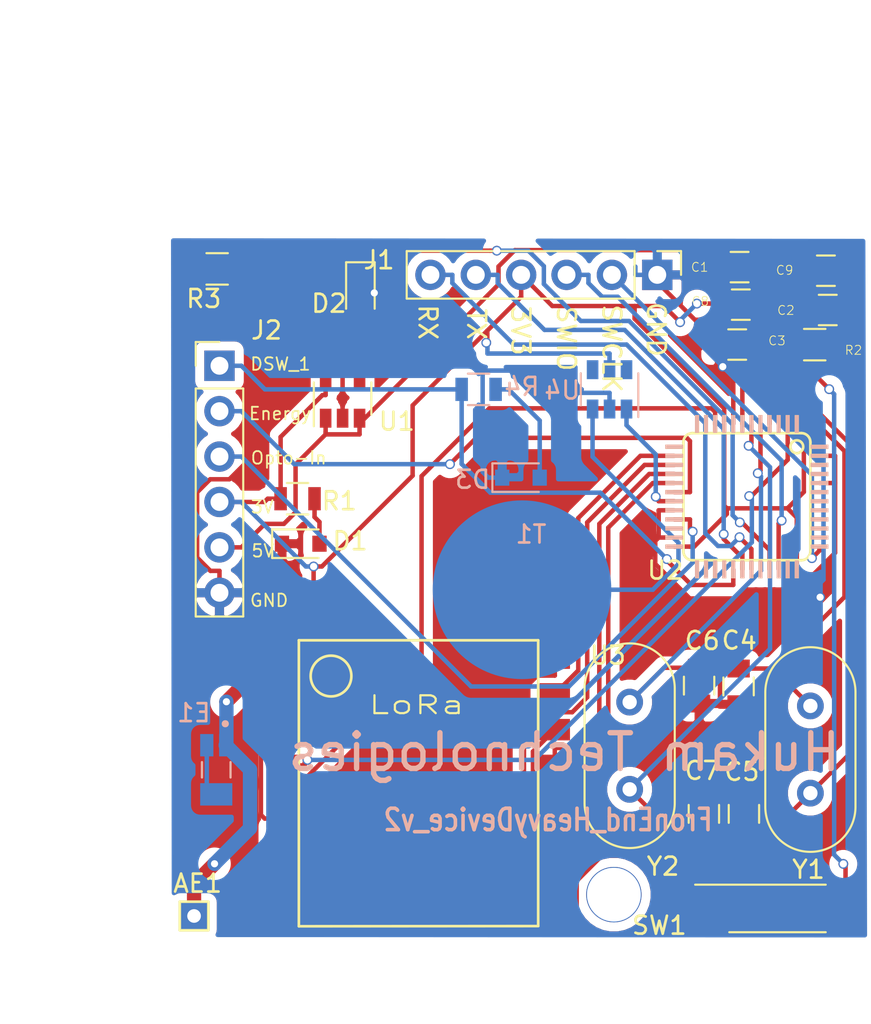
<source format=kicad_pcb>
(kicad_pcb (version 20171130) (host pcbnew 5.1.7-a382d34a8~88~ubuntu18.04.1)

  (general
    (thickness 1.6)
    (drawings 21)
    (tracks 440)
    (zones 0)
    (modules 29)
    (nets 56)
  )

  (page A4)
  (layers
    (0 F.Cu signal)
    (31 B.Cu signal)
    (32 B.Adhes user)
    (33 F.Adhes user)
    (34 B.Paste user)
    (35 F.Paste user)
    (36 B.SilkS user)
    (37 F.SilkS user)
    (38 B.Mask user)
    (39 F.Mask user)
    (40 Dwgs.User user)
    (41 Cmts.User user)
    (42 Eco1.User user)
    (43 Eco2.User user)
    (44 Edge.Cuts user)
    (45 Margin user)
    (46 B.CrtYd user)
    (47 F.CrtYd user)
    (48 B.Fab user)
    (49 F.Fab user)
  )

  (setup
    (last_trace_width 0.25)
    (trace_clearance 0.25)
    (zone_clearance 0.508)
    (zone_45_only no)
    (trace_min 0.2)
    (via_size 0.55)
    (via_drill 0.4)
    (via_min_size 0.4)
    (via_min_drill 0.3)
    (uvia_size 0.5)
    (uvia_drill 0.3)
    (uvias_allowed no)
    (uvia_min_size 0.2)
    (uvia_min_drill 0.1)
    (edge_width 0.05)
    (segment_width 0.2)
    (pcb_text_width 0.3)
    (pcb_text_size 1.5 1.5)
    (mod_edge_width 0.12)
    (mod_text_size 1 1)
    (mod_text_width 0.15)
    (pad_size 1.524 1.524)
    (pad_drill 0.762)
    (pad_to_mask_clearance 0.05)
    (aux_axis_origin 0 0)
    (visible_elements FFFFFF7F)
    (pcbplotparams
      (layerselection 0x3f3ff_ffffffff)
      (usegerberextensions true)
      (usegerberattributes false)
      (usegerberadvancedattributes false)
      (creategerberjobfile true)
      (excludeedgelayer true)
      (linewidth 0.150000)
      (plotframeref false)
      (viasonmask false)
      (mode 1)
      (useauxorigin false)
      (hpglpennumber 1)
      (hpglpenspeed 20)
      (hpglpendiameter 15.000000)
      (psnegative false)
      (psa4output false)
      (plotreference true)
      (plotvalue false)
      (plotinvisibletext false)
      (padsonsilk false)
      (subtractmaskfromsilk false)
      (outputformat 1)
      (mirror false)
      (drillshape 0)
      (scaleselection 1)
      (outputdirectory "FrontEnd_HeavyDevice_v2_Gerber/"))
  )

  (net 0 "")
  (net 1 "Net-(AE1-Pad1)")
  (net 2 /5V)
  (net 3 /GND)
  (net 4 /VCC3V3)
  (net 5 /RESET)
  (net 6 /PC14)
  (net 7 /PC15)
  (net 8 /OSCIN)
  (net 9 /OSCOUT)
  (net 10 "Net-(D1-Pad2)")
  (net 11 "Net-(D2-Pad2)")
  (net 12 /RX0)
  (net 13 /TX0)
  (net 14 /SWIO)
  (net 15 /SWCLK)
  (net 16 /DSW_1)
  (net 17 /Opto_IN)
  (net 18 /Energy)
  (net 19 "Net-(R3-Pad2)")
  (net 20 "Net-(U1-Pad4)")
  (net 21 /NSS)
  (net 22 /Reset_Lora)
  (net 23 /DIO0)
  (net 24 "Net-(U2-Pad26)")
  (net 25 "Net-(U2-Pad27)")
  (net 26 "Net-(U2-Pad28)")
  (net 27 "Net-(U2-Pad32)")
  (net 28 /SCK)
  (net 29 /MISO)
  (net 30 /MOSI)
  (net 31 "Net-(U2-Pad42)")
  (net 32 "Net-(U2-Pad43)")
  (net 33 "Net-(U2-Pad45)")
  (net 34 "Net-(U2-Pad46)")
  (net 35 /Touch_1)
  (net 36 "Net-(U3-Pad7)")
  (net 37 "Net-(U3-Pad8)")
  (net 38 "Net-(U3-Pad10)")
  (net 39 "Net-(U3-Pad11)")
  (net 40 "Net-(T1-Pad1)")
  (net 41 "Net-(U4-Pad4)")
  (net 42 "Net-(U4-Pad6)")
  (net 43 "Net-(D3-Pad2)")
  (net 44 "Net-(U2-Pad38)")
  (net 45 "Net-(U2-Pad1)")
  (net 46 "Net-(U2-Pad11)")
  (net 47 "Net-(U2-Pad12)")
  (net 48 "Net-(U2-Pad13)")
  (net 49 "Net-(U2-Pad22)")
  (net 50 "Net-(U2-Pad39)")
  (net 51 "Net-(U2-Pad40)")
  (net 52 "Net-(U2-Pad41)")
  (net 53 "Net-(U2-Pad25)")
  (net 54 "Net-(U3-Pad6)")
  (net 55 "Net-(E1-Pad2)")

  (net_class Default "This is the default net class."
    (clearance 0.25)
    (trace_width 0.25)
    (via_dia 0.55)
    (via_drill 0.4)
    (uvia_dia 0.5)
    (uvia_drill 0.3)
    (diff_pair_width 0.2)
    (diff_pair_gap 0.2)
    (add_net /5V)
    (add_net /DIO0)
    (add_net /DSW_1)
    (add_net /Energy)
    (add_net /GND)
    (add_net /MISO)
    (add_net /MOSI)
    (add_net /NSS)
    (add_net /OSCIN)
    (add_net /OSCOUT)
    (add_net /Opto_IN)
    (add_net /PC14)
    (add_net /PC15)
    (add_net /RESET)
    (add_net /RX0)
    (add_net /Reset_Lora)
    (add_net /SCK)
    (add_net /SWCLK)
    (add_net /SWIO)
    (add_net /TX0)
    (add_net /Touch_1)
    (add_net /VCC3V3)
    (add_net "Net-(D1-Pad2)")
    (add_net "Net-(D2-Pad2)")
    (add_net "Net-(D3-Pad2)")
    (add_net "Net-(E1-Pad2)")
    (add_net "Net-(R3-Pad2)")
    (add_net "Net-(T1-Pad1)")
    (add_net "Net-(U1-Pad4)")
    (add_net "Net-(U2-Pad1)")
    (add_net "Net-(U2-Pad11)")
    (add_net "Net-(U2-Pad12)")
    (add_net "Net-(U2-Pad13)")
    (add_net "Net-(U2-Pad22)")
    (add_net "Net-(U2-Pad25)")
    (add_net "Net-(U2-Pad26)")
    (add_net "Net-(U2-Pad27)")
    (add_net "Net-(U2-Pad28)")
    (add_net "Net-(U2-Pad32)")
    (add_net "Net-(U2-Pad38)")
    (add_net "Net-(U2-Pad39)")
    (add_net "Net-(U2-Pad40)")
    (add_net "Net-(U2-Pad41)")
    (add_net "Net-(U2-Pad42)")
    (add_net "Net-(U2-Pad43)")
    (add_net "Net-(U2-Pad45)")
    (add_net "Net-(U2-Pad46)")
    (add_net "Net-(U3-Pad10)")
    (add_net "Net-(U3-Pad11)")
    (add_net "Net-(U3-Pad6)")
    (add_net "Net-(U3-Pad7)")
    (add_net "Net-(U3-Pad8)")
    (add_net "Net-(U4-Pad4)")
    (add_net "Net-(U4-Pad6)")
  )

  (net_class Antenna ""
    (clearance 0.25)
    (trace_width 0.8)
    (via_dia 0.55)
    (via_drill 0.4)
    (uvia_dia 0.5)
    (uvia_drill 0.3)
    (diff_pair_width 0.2)
    (diff_pair_gap 0.2)
    (add_net "Net-(AE1-Pad1)")
  )

  (module Custom_Libraries:MountingHole_2.5mm (layer F.Cu) (tedit 611FEAEF) (tstamp 6133C69C)
    (at 120.79224 116.5098)
    (descr "Mounting Hole 2.2mm, no annular, M2")
    (tags "mounting hole 2.2mm no annular m2")
    (fp_text reference M2 (at 0 -3.2) (layer F.SilkS) hide
      (effects (font (size 1 1) (thickness 0.15)))
    )
    (fp_text value MountingHole_2.1mm (at 0 3.2 unlocked) (layer F.Fab) hide
      (effects (font (size 1 1) (thickness 0.15)))
    )
    (fp_line (start -1.27 0) (end 1.27 0) (layer Dwgs.User) (width 0.05))
    (fp_line (start 0 1.27) (end 0 -1.27) (layer Dwgs.User) (width 0.05))
    (pad "" thru_hole circle (at 0 0) (size 3.1 3.1) (drill 3) (layers *.Cu *.Mask))
  )

  (module Custom_Libraries:XCVR_YC0009AA (layer B.Cu) (tedit 61252AC3) (tstamp 6133BF55)
    (at 98.52914 109.5248 270)
    (path /61256CD1)
    (fp_text reference E1 (at -3.18262 1.2573 180) (layer B.SilkS)
      (effects (font (size 1 1) (thickness 0.15)) (justify mirror))
    )
    (fp_text value YC0009AA (at 5.755 -2.135 90) (layer F.Fab) hide
      (effects (font (size 1 1) (thickness 0.15)) (justify mirror))
    )
    (fp_line (start -1.6 0.8) (end -1.6 -0.8) (layer B.Fab) (width 0.127))
    (fp_line (start -1.6 -0.8) (end 1.6 -0.8) (layer B.Fab) (width 0.127))
    (fp_line (start 1.6 -0.8) (end 1.6 0.8) (layer B.Fab) (width 0.127))
    (fp_line (start 1.6 0.8) (end -1.6 0.8) (layer B.Fab) (width 0.127))
    (fp_line (start -0.43 0.8) (end 0.43 0.8) (layer B.SilkS) (width 0.127))
    (fp_line (start -0.43 -0.8) (end 0.43 -0.8) (layer B.SilkS) (width 0.127))
    (fp_circle (center -2.576 -0.5056) (end -2.476 -0.5056) (layer B.SilkS) (width 0.2))
    (fp_circle (center -2.576 -0.5056) (end -2.476 -0.5056) (layer B.Fab) (width 0.2))
    (fp_line (start -2.25 1.15) (end 2.25 1.15) (layer B.CrtYd) (width 0.05))
    (fp_line (start 2.25 1.15) (end 2.25 -1.15) (layer B.CrtYd) (width 0.05))
    (fp_line (start 2.25 -1.15) (end -2.25 -1.15) (layer B.CrtYd) (width 0.05))
    (fp_line (start -2.25 -1.15) (end -2.25 1.15) (layer B.CrtYd) (width 0.05))
    (fp_poly (pts (xy 0.745 -0.895) (xy -0.745 -0.895) (xy -0.745 -0.155) (xy -1.995 -0.155)
      (xy -1.995 0.155) (xy -0.745 0.155) (xy -0.745 0.895) (xy 0.745 0.895)) (layer Dwgs.User) (width 0.01))
    (fp_poly (pts (xy 0.745 -0.895) (xy -0.745 -0.895) (xy -0.745 -0.155) (xy -1.995 -0.155)
      (xy -1.995 0.155) (xy -0.745 0.155) (xy -0.745 0.895) (xy 0.745 0.895)) (layer Dwgs.User) (width 0.01))
    (pad 3 smd rect (at -1.375 0.53 270) (size 1.25 0.74) (layers B.Cu B.Paste B.Mask)
      (net 55 "Net-(E1-Pad2)"))
    (pad 2 smd rect (at 1.375 0 270) (size 1.25 1.8) (layers B.Cu B.Paste B.Mask)
      (net 55 "Net-(E1-Pad2)"))
    (pad 1 smd rect (at -1.375 -0.53 270) (size 1.25 0.74) (layers B.Cu B.Paste B.Mask)
      (net 1 "Net-(AE1-Pad1)"))
  )

  (module Pin_Headers:PinHeader_1x06_P2.54mm_Vertical (layer F.Cu) (tedit 59FED5CC) (tstamp 60FC17E5)
    (at 98.71 86.92)
    (descr "Through hole straight pin header, 1x06, 2.54mm pitch, single row")
    (tags "Through hole pin header THT 1x06 2.54mm single row")
    (path /611342A7)
    (fp_text reference J2 (at 2.636 -1.98748 180) (layer F.SilkS)
      (effects (font (size 1 1) (thickness 0.15)))
    )
    (fp_text value Conn_01x06_Female (at 0 15.03 180) (layer F.Fab) hide
      (effects (font (size 1 1) (thickness 0.15)))
    )
    (fp_line (start -0.635 -1.27) (end 1.27 -1.27) (layer F.Fab) (width 0.1))
    (fp_line (start 1.27 -1.27) (end 1.27 13.97) (layer F.Fab) (width 0.1))
    (fp_line (start 1.27 13.97) (end -1.27 13.97) (layer F.Fab) (width 0.1))
    (fp_line (start -1.27 13.97) (end -1.27 -0.635) (layer F.Fab) (width 0.1))
    (fp_line (start -1.27 -0.635) (end -0.635 -1.27) (layer F.Fab) (width 0.1))
    (fp_line (start -1.33 14.03) (end 1.33 14.03) (layer F.SilkS) (width 0.12))
    (fp_line (start -1.33 1.27) (end -1.33 14.03) (layer F.SilkS) (width 0.12))
    (fp_line (start 1.33 1.27) (end 1.33 14.03) (layer F.SilkS) (width 0.12))
    (fp_line (start -1.33 1.27) (end 1.33 1.27) (layer F.SilkS) (width 0.12))
    (fp_line (start -1.33 0) (end -1.33 -1.33) (layer F.SilkS) (width 0.12))
    (fp_line (start -1.33 -1.33) (end 0 -1.33) (layer F.SilkS) (width 0.12))
    (fp_line (start -1.8 -1.8) (end -1.8 14.5) (layer F.CrtYd) (width 0.05))
    (fp_line (start -1.8 14.5) (end 1.8 14.5) (layer F.CrtYd) (width 0.05))
    (fp_line (start 1.8 14.5) (end 1.8 -1.8) (layer F.CrtYd) (width 0.05))
    (fp_line (start 1.8 -1.8) (end -1.8 -1.8) (layer F.CrtYd) (width 0.05))
    (fp_text user %R (at 0 6.35 -90) (layer F.Fab) hide
      (effects (font (size 1 1) (thickness 0.15)))
    )
    (pad 6 thru_hole oval (at 0 12.7) (size 1.7 1.7) (drill 1) (layers *.Cu *.Mask)
      (net 3 /GND))
    (pad 5 thru_hole oval (at 0 10.16) (size 1.7 1.7) (drill 1) (layers *.Cu *.Mask)
      (net 2 /5V))
    (pad 4 thru_hole oval (at 0 7.62) (size 1.7 1.7) (drill 1) (layers *.Cu *.Mask)
      (net 4 /VCC3V3))
    (pad 3 thru_hole oval (at 0 5.08) (size 1.7 1.7) (drill 1) (layers *.Cu *.Mask)
      (net 17 /Opto_IN))
    (pad 2 thru_hole oval (at 0 2.54) (size 1.7 1.7) (drill 1) (layers *.Cu *.Mask)
      (net 18 /Energy))
    (pad 1 thru_hole rect (at 0 0) (size 1.7 1.7) (drill 1) (layers *.Cu *.Mask)
      (net 16 /DSW_1))
    (model ${KISYS3DMOD}/Connector_PinHeader_2.54mm.3dshapes/PinHeader_1x06_P2.54mm_Vertical.wrl
      (at (xyz 0 0 0))
      (scale (xyz 1 1 1))
      (rotate (xyz 0 0 0))
    )
  )

  (module Pin_Headers:Pin_Header_Straight_1x06_Pitch2.54mm (layer F.Cu) (tedit 59650532) (tstamp 611E85D0)
    (at 123.223 81.8337 270)
    (descr "Through hole straight pin header, 1x06, 2.54mm pitch, single row")
    (tags "Through hole pin header THT 1x06 2.54mm single row")
    (path /5F84F8FA)
    (fp_text reference J1 (at -0.83058 15.58036) (layer F.SilkS)
      (effects (font (size 1 1) (thickness 0.15)))
    )
    (fp_text value Conn_01x06_Female (at 0 15.03 270) (layer F.Fab) hide
      (effects (font (size 1 1) (thickness 0.15)))
    )
    (fp_line (start 1.8 -1.8) (end -1.8 -1.8) (layer F.CrtYd) (width 0.05))
    (fp_line (start 1.8 14.5) (end 1.8 -1.8) (layer F.CrtYd) (width 0.05))
    (fp_line (start -1.8 14.5) (end 1.8 14.5) (layer F.CrtYd) (width 0.05))
    (fp_line (start -1.8 -1.8) (end -1.8 14.5) (layer F.CrtYd) (width 0.05))
    (fp_line (start -1.33 -1.33) (end 0 -1.33) (layer F.SilkS) (width 0.12))
    (fp_line (start -1.33 0) (end -1.33 -1.33) (layer F.SilkS) (width 0.12))
    (fp_line (start -1.33 1.27) (end 1.33 1.27) (layer F.SilkS) (width 0.12))
    (fp_line (start 1.33 1.27) (end 1.33 14.03) (layer F.SilkS) (width 0.12))
    (fp_line (start -1.33 1.27) (end -1.33 14.03) (layer F.SilkS) (width 0.12))
    (fp_line (start -1.33 14.03) (end 1.33 14.03) (layer F.SilkS) (width 0.12))
    (fp_line (start -1.27 -0.635) (end -0.635 -1.27) (layer F.Fab) (width 0.1))
    (fp_line (start -1.27 13.97) (end -1.27 -0.635) (layer F.Fab) (width 0.1))
    (fp_line (start 1.27 13.97) (end -1.27 13.97) (layer F.Fab) (width 0.1))
    (fp_line (start 1.27 -1.27) (end 1.27 13.97) (layer F.Fab) (width 0.1))
    (fp_line (start -0.635 -1.27) (end 1.27 -1.27) (layer F.Fab) (width 0.1))
    (fp_text user %R (at 0 6.35 180) (layer F.Fab) hide
      (effects (font (size 1 1) (thickness 0.15)))
    )
    (pad 6 thru_hole oval (at 0 12.7 270) (size 1.7 1.7) (drill 1) (layers *.Cu *.Mask)
      (net 12 /RX0))
    (pad 5 thru_hole oval (at 0 10.16 270) (size 1.7 1.7) (drill 1) (layers *.Cu *.Mask)
      (net 13 /TX0))
    (pad 4 thru_hole oval (at 0 7.62 270) (size 1.7 1.7) (drill 1) (layers *.Cu *.Mask)
      (net 4 /VCC3V3))
    (pad 3 thru_hole oval (at 0 5.08 270) (size 1.7 1.7) (drill 1) (layers *.Cu *.Mask)
      (net 14 /SWIO))
    (pad 2 thru_hole oval (at 0 2.54 270) (size 1.7 1.7) (drill 1) (layers *.Cu *.Mask)
      (net 15 /SWCLK))
    (pad 1 thru_hole rect (at 0 0 270) (size 1.7 1.7) (drill 1) (layers *.Cu *.Mask)
      (net 3 /GND))
    (model ${KISYS3DMOD}/Pin_Headers.3dshapes/Pin_Header_Straight_1x06_Pitch2.54mm.wrl
      (at (xyz 0 0 0))
      (scale (xyz 1 1 1))
      (rotate (xyz 0 0 0))
    )
  )

  (module "Custom_Libraries:STM32(LQFP48)" (layer F.Cu) (tedit 5F81CC1C) (tstamp 5F487A12)
    (at 128.748 93.7362 270)
    (descr STM32)
    (tags STM32)
    (path /5F47C321)
    (attr smd)
    (fp_text reference U2 (at 4.63042 5.07998) (layer F.SilkS)
      (effects (font (size 1 1) (thickness 0.15)))
    )
    (fp_text value STM32 (at 0.762 0 90) (layer F.Fab) hide
      (effects (font (size 0.5 0.3) (thickness 0.075)))
    )
    (fp_circle (center -2.286 -2.286) (end -2.032 -2.032) (layer F.SilkS) (width 0.15))
    (fp_line (start 3.556 -3.048) (end -2.54 -3.048) (layer F.SilkS) (width 0.15))
    (fp_line (start 4.064 3.556) (end 4.064 -2.54) (layer F.SilkS) (width 0.15))
    (fp_line (start -2.54 4.064) (end 3.556 4.064) (layer F.SilkS) (width 0.15))
    (fp_line (start -3.048 -2.54) (end -3.048 3.556) (layer F.SilkS) (width 0.15))
    (fp_arc (start 3.556 3.556) (end 4.064 3.556) (angle 90) (layer F.SilkS) (width 0.15))
    (fp_arc (start -2.54 3.556) (end -2.54 4.064) (angle 90) (layer F.SilkS) (width 0.15))
    (fp_arc (start 3.556 -2.54) (end 3.556 -3.048) (angle 90) (layer F.SilkS) (width 0.15))
    (fp_arc (start -2.54 -2.54) (end -3.048 -2.54) (angle 90) (layer F.SilkS) (width 0.15))
    (pad 38 smd rect (at 2.794 -3.556 270) (size 0.23 1) (layers *.Adhes *.Paste *.SilkS *.Mask F.Cu Dwgs.User Eco1.User Eco2.User)
      (net 44 "Net-(U2-Pad38)"))
    (pad 1 smd rect (at -3.556 -2.286 270) (size 1 0.23) (layers *.Adhes *.Paste *.SilkS *.Mask F.Cu Dwgs.User Eco1.User Eco2.User)
      (net 45 "Net-(U2-Pad1)"))
    (pad 2 smd rect (at -3.556 -1.778 270) (size 1 0.23) (layers *.Adhes *.Paste *.SilkS *.Mask F.Cu Dwgs.User Eco1.User Eco2.User)
      (net 22 /Reset_Lora) (zone_connect 2))
    (pad 3 smd rect (at -3.556 -1.27 270) (size 1 0.23) (layers *.Adhes *.Paste *.SilkS *.Mask F.Cu Dwgs.User Eco1.User Eco2.User)
      (net 6 /PC14))
    (pad 4 smd rect (at -3.556 -0.762 270) (size 1 0.23) (layers *.Adhes *.Paste *.SilkS *.Mask F.Cu Dwgs.User Eco1.User Eco2.User)
      (net 7 /PC15))
    (pad 5 smd rect (at -3.556 -0.254 270) (size 1 0.23) (layers *.Adhes *.Paste *.SilkS *.Mask F.Cu Dwgs.User Eco1.User Eco2.User)
      (net 8 /OSCIN))
    (pad 6 smd rect (at -3.556 0.254 270) (size 1 0.23) (layers *.Adhes *.Paste *.SilkS *.Mask F.Cu Dwgs.User Eco1.User Eco2.User)
      (net 9 /OSCOUT))
    (pad 7 smd rect (at -3.556 0.762 270) (size 1 0.23) (layers *.Adhes *.Paste *.SilkS *.Mask F.Cu Dwgs.User Eco1.User Eco2.User)
      (net 5 /RESET))
    (pad 8 smd rect (at -3.556 1.27 270) (size 1 0.23) (layers *.Adhes *.Paste *.SilkS *.Mask F.Cu Dwgs.User Eco1.User Eco2.User)
      (net 3 /GND))
    (pad 9 smd rect (at -3.556 1.778 270) (size 1 0.23) (layers *.Adhes *.Paste *.SilkS *.Mask F.Cu Dwgs.User Eco1.User Eco2.User)
      (net 4 /VCC3V3))
    (pad 10 smd rect (at -3.556 2.286 270) (size 1 0.23) (layers *.Adhes *.Paste *.SilkS *.Mask F.Cu Dwgs.User Eco1.User Eco2.User)
      (net 23 /DIO0))
    (pad 11 smd rect (at -3.556 2.794 270) (size 1 0.23) (layers *.Adhes *.Paste *.SilkS *.Mask F.Cu Dwgs.User Eco1.User Eco2.User)
      (net 46 "Net-(U2-Pad11)"))
    (pad 12 smd rect (at -3.556 3.302 270) (size 1 0.23) (layers *.Adhes *.Paste *.SilkS *.Mask F.Cu Dwgs.User Eco1.User Eco2.User)
      (net 47 "Net-(U2-Pad12)"))
    (pad 13 smd rect (at -2.286 4.572 270) (size 0.23 1) (layers *.Adhes *.Paste *.SilkS *.Mask F.Cu Dwgs.User Eco1.User Eco2.User)
      (net 48 "Net-(U2-Pad13)"))
    (pad 14 smd rect (at -1.778 4.572 270) (size 0.23 1) (layers *.Adhes *.Paste *.SilkS *.Mask F.Cu Dwgs.User Eco1.User Eco2.User)
      (net 21 /NSS))
    (pad 16 smd rect (at -0.762 4.572 270) (size 0.23 1) (layers *.Adhes *.Paste *.SilkS *.Mask F.Cu Dwgs.User Eco1.User Eco2.User)
      (net 29 /MISO))
    (pad 17 smd rect (at -0.254 4.572 270) (size 0.23 1) (layers *.Adhes *.Paste *.SilkS *.Mask F.Cu Dwgs.User Eco1.User Eco2.User)
      (net 30 /MOSI))
    (pad 18 smd rect (at 0.254 4.572 270) (size 0.23 1) (layers *.Adhes *.Paste *.SilkS *.Mask F.Cu Dwgs.User Eco1.User Eco2.User)
      (net 18 /Energy))
    (pad 19 smd rect (at 0.762 4.572 270) (size 0.23 1) (layers *.Adhes *.Paste *.SilkS *.Mask F.Cu Dwgs.User Eco1.User Eco2.User)
      (net 35 /Touch_1))
    (pad 20 smd rect (at 1.27 4.572 270) (size 0.23 1) (layers *.Adhes *.Paste *.SilkS *.Mask F.Cu Dwgs.User Eco1.User Eco2.User)
      (net 3 /GND))
    (pad 21 smd rect (at 1.778 4.572 270) (size 0.23 1) (layers *.Adhes *.Paste *.SilkS *.Mask F.Cu Dwgs.User Eco1.User Eco2.User)
      (net 17 /Opto_IN))
    (pad 22 smd rect (at 2.286 4.572 270) (size 0.23 1) (layers *.Adhes *.Paste *.SilkS *.Mask F.Cu Dwgs.User Eco1.User Eco2.User)
      (net 49 "Net-(U2-Pad22)"))
    (pad 23 smd rect (at 2.794 4.572 270) (size 0.23 1) (layers *.Adhes *.Paste *.SilkS *.Mask F.Cu Dwgs.User Eco1.User Eco2.User)
      (net 3 /GND))
    (pad 24 smd rect (at 3.302 4.572 270) (size 0.23 1) (layers *.Adhes *.Paste *.SilkS *.Mask F.Cu Dwgs.User Eco1.User Eco2.User)
      (net 4 /VCC3V3))
    (pad 26 smd rect (at 4.572 2.794 270) (size 1 0.23) (layers *.Adhes *.Paste *.SilkS *.Mask F.Cu Dwgs.User Eco1.User Eco2.User)
      (net 24 "Net-(U2-Pad26)"))
    (pad 27 smd rect (at 4.572 2.286 270) (size 1 0.23) (layers *.Adhes *.Paste *.SilkS *.Mask F.Cu Dwgs.User Eco1.User Eco2.User)
      (net 25 "Net-(U2-Pad27)"))
    (pad 28 smd rect (at 4.572 1.778 270) (size 1 0.23) (layers *.Adhes *.Paste *.SilkS *.Mask F.Cu Dwgs.User Eco1.User Eco2.User)
      (net 26 "Net-(U2-Pad28)"))
    (pad 29 smd rect (at 4.572 1.27 270) (size 1 0.23) (layers *.Adhes *.Paste *.SilkS *.Mask F.Cu Dwgs.User Eco1.User Eco2.User)
      (net 16 /DSW_1))
    (pad 30 smd rect (at 4.572 0.762 270) (size 1 0.23) (layers *.Adhes *.Paste *.SilkS *.Mask F.Cu Dwgs.User Eco1.User Eco2.User)
      (net 13 /TX0))
    (pad 31 smd rect (at 4.572 0.254 270) (size 1 0.23) (layers *.Adhes *.Paste *.SilkS *.Mask F.Cu Dwgs.User Eco1.User Eco2.User)
      (net 12 /RX0))
    (pad 32 smd rect (at 4.572 -0.254 270) (size 1 0.23) (layers *.Adhes *.Paste *.SilkS *.Mask F.Cu Dwgs.User Eco1.User Eco2.User)
      (net 27 "Net-(U2-Pad32)"))
    (pad 33 smd rect (at 4.572 -0.762 270) (size 1 0.23) (layers *.Adhes *.Paste *.SilkS *.Mask F.Cu Dwgs.User Eco1.User Eco2.User)
      (net 19 "Net-(R3-Pad2)"))
    (pad 34 smd rect (at 4.572 -1.27 270) (size 1 0.23) (layers *.Adhes *.Paste *.SilkS *.Mask F.Cu Dwgs.User Eco1.User Eco2.User)
      (net 14 /SWIO))
    (pad 35 smd rect (at 4.572 -1.778 270) (size 1 0.23) (layers *.Adhes *.Paste *.SilkS *.Mask F.Cu Dwgs.User Eco1.User Eco2.User)
      (net 3 /GND))
    (pad 36 smd rect (at 4.572 -2.286 270) (size 1 0.23) (layers *.Adhes *.Paste *.SilkS *.Mask F.Cu Dwgs.User Eco1.User Eco2.User)
      (net 4 /VCC3V3))
    (pad 37 smd rect (at 3.302 -3.556 270) (size 0.23 1) (layers *.Adhes *.Paste *.SilkS *.Mask F.Cu Dwgs.User Eco1.User Eco2.User)
      (net 15 /SWCLK))
    (pad 39 smd rect (at 2.286 -3.556 270) (size 0.23 1) (layers *.Adhes *.Paste *.SilkS *.Mask F.Cu Dwgs.User Eco1.User Eco2.User)
      (net 50 "Net-(U2-Pad39)"))
    (pad 40 smd rect (at 1.778 -3.556 270) (size 0.23 1) (layers *.Adhes *.Paste *.SilkS *.Mask F.Cu Dwgs.User Eco1.User Eco2.User)
      (net 51 "Net-(U2-Pad40)"))
    (pad 41 smd rect (at 1.27 -3.556 270) (size 0.23 1) (layers *.Adhes *.Paste *.SilkS *.Mask F.Cu Dwgs.User Eco1.User Eco2.User)
      (net 52 "Net-(U2-Pad41)"))
    (pad 42 smd rect (at 0.762 -3.556 270) (size 0.23 1) (layers *.Adhes *.Paste *.SilkS *.Mask F.Cu Dwgs.User Eco1.User Eco2.User)
      (net 31 "Net-(U2-Pad42)"))
    (pad 43 smd rect (at 0.254 -3.556 270) (size 0.23 1) (layers *.Adhes *.Paste *.SilkS *.Mask F.Cu Dwgs.User Eco1.User Eco2.User)
      (net 32 "Net-(U2-Pad43)"))
    (pad 44 smd rect (at -0.254 -3.556 270) (size 0.23 1) (layers *.Adhes *.Paste *.SilkS *.Mask F.Cu Dwgs.User Eco1.User Eco2.User)
      (net 3 /GND))
    (pad 45 smd rect (at -0.762 -3.556 270) (size 0.23 1) (layers *.Adhes *.Paste *.SilkS *.Mask F.Cu Dwgs.User Eco1.User Eco2.User)
      (net 33 "Net-(U2-Pad45)"))
    (pad 46 smd rect (at -1.27 -3.556 270) (size 0.23 1) (layers *.Adhes *.Paste *.SilkS *.Mask F.Cu Dwgs.User Eco1.User Eco2.User)
      (net 34 "Net-(U2-Pad46)"))
    (pad 47 smd rect (at -1.778 -3.556 270) (size 0.23 1) (layers *.Adhes *.Paste *.SilkS *.Mask F.Cu Dwgs.User Eco1.User Eco2.User)
      (net 3 /GND))
    (pad 48 smd rect (at -2.286 -3.556 270) (size 0.23 1) (layers *.Adhes *.Paste *.SilkS *.Mask F.Cu Dwgs.User Eco1.User Eco2.User)
      (net 4 /VCC3V3))
    (pad 25 smd rect (at 4.572 3.302 270) (size 1 0.23) (layers *.Adhes *.Paste *.SilkS *.Mask F.Cu Dwgs.User Eco1.User Eco2.User)
      (net 53 "Net-(U2-Pad25)"))
    (pad 15 smd rect (at -1.27 4.572 270) (size 0.23 1) (layers *.Adhes *.Paste *.SilkS *.Mask F.Cu Dwgs.User Eco1.User Eco2.User)
      (net 28 /SCK))
  )

  (module Resistors_SMD:R_0805 (layer B.Cu) (tedit 58E0A804) (tstamp 5F4B90AD)
    (at 113.22 88.24 180)
    (descr "Resistor SMD 0805, reflow soldering, Vishay (see dcrcw.pdf)")
    (tags "resistor 0805")
    (path /5F4C861D)
    (attr smd)
    (fp_text reference R4 (at -2.42316 0.14986 180) (layer B.SilkS)
      (effects (font (size 1 1) (thickness 0.15)) (justify mirror))
    )
    (fp_text value "510 R" (at 0 -1.75 180) (layer B.Fab) hide
      (effects (font (size 1 1) (thickness 0.15)) (justify mirror))
    )
    (fp_line (start -1 -0.62) (end -1 0.62) (layer B.Fab) (width 0.1))
    (fp_line (start 1 -0.62) (end -1 -0.62) (layer B.Fab) (width 0.1))
    (fp_line (start 1 0.62) (end 1 -0.62) (layer B.Fab) (width 0.1))
    (fp_line (start -1 0.62) (end 1 0.62) (layer B.Fab) (width 0.1))
    (fp_line (start 0.6 -0.88) (end -0.6 -0.88) (layer B.SilkS) (width 0.12))
    (fp_line (start -0.6 0.88) (end 0.6 0.88) (layer B.SilkS) (width 0.12))
    (fp_line (start -1.55 0.9) (end 1.55 0.9) (layer B.CrtYd) (width 0.05))
    (fp_line (start -1.55 0.9) (end -1.55 -0.9) (layer B.CrtYd) (width 0.05))
    (fp_line (start 1.55 -0.9) (end 1.55 0.9) (layer B.CrtYd) (width 0.05))
    (fp_line (start 1.55 -0.9) (end -1.55 -0.9) (layer B.CrtYd) (width 0.05))
    (fp_text user %R (at 0 0 180) (layer B.Fab) hide
      (effects (font (size 0.5 0.5) (thickness 0.075)) (justify mirror))
    )
    (pad 1 smd rect (at -0.95 0 180) (size 0.7 1.3) (layers B.Cu B.Paste B.Mask)
      (net 43 "Net-(D3-Pad2)"))
    (pad 2 smd rect (at 0.95 0 180) (size 0.7 1.3) (layers B.Cu B.Paste B.Mask)
      (net 16 /DSW_1))
    (model ${KISYS3DMOD}/Resistors_SMD.3dshapes/R_0805.wrl
      (at (xyz 0 0 0))
      (scale (xyz 1 1 1))
      (rotate (xyz 0 0 0))
    )
  )

  (module Diodes_SMD:D_0805 (layer B.Cu) (tedit 590CE9A4) (tstamp 5F4B8FD7)
    (at 115.59 93.1799)
    (descr "Diode SMD in 0805 package http://datasheets.avx.com/schottky.pdf")
    (tags "smd diode")
    (path /5F4C8627)
    (attr smd)
    (fp_text reference D3 (at -2.70764 0.10414) (layer B.SilkS)
      (effects (font (size 1 1) (thickness 0.15)) (justify mirror))
    )
    (fp_text value LED (at 0 -1.7) (layer B.Fab) hide
      (effects (font (size 1 1) (thickness 0.15)) (justify mirror))
    )
    (fp_line (start -1.6 0.8) (end -1.6 -0.8) (layer B.SilkS) (width 0.12))
    (fp_line (start -1.7 -0.88) (end -1.7 0.88) (layer B.CrtYd) (width 0.05))
    (fp_line (start 1.7 -0.88) (end -1.7 -0.88) (layer B.CrtYd) (width 0.05))
    (fp_line (start 1.7 0.88) (end 1.7 -0.88) (layer B.CrtYd) (width 0.05))
    (fp_line (start -1.7 0.88) (end 1.7 0.88) (layer B.CrtYd) (width 0.05))
    (fp_line (start 0.2 0) (end 0.4 0) (layer B.Fab) (width 0.1))
    (fp_line (start -0.1 0) (end -0.3 0) (layer B.Fab) (width 0.1))
    (fp_line (start -0.1 0.2) (end -0.1 -0.2) (layer B.Fab) (width 0.1))
    (fp_line (start 0.2 -0.2) (end 0.2 0.2) (layer B.Fab) (width 0.1))
    (fp_line (start -0.1 0) (end 0.2 -0.2) (layer B.Fab) (width 0.1))
    (fp_line (start 0.2 0.2) (end -0.1 0) (layer B.Fab) (width 0.1))
    (fp_line (start -1 -0.65) (end -1 0.65) (layer B.Fab) (width 0.1))
    (fp_line (start 1 -0.65) (end -1 -0.65) (layer B.Fab) (width 0.1))
    (fp_line (start 1 0.65) (end 1 -0.65) (layer B.Fab) (width 0.1))
    (fp_line (start -1 0.65) (end 1 0.65) (layer B.Fab) (width 0.1))
    (fp_line (start -1.6 -0.8) (end 1 -0.8) (layer B.SilkS) (width 0.12))
    (fp_line (start -1.6 0.8) (end 1 0.8) (layer B.SilkS) (width 0.12))
    (fp_text user %R (at 0 1.6) (layer B.Fab) hide
      (effects (font (size 1 1) (thickness 0.15)) (justify mirror))
    )
    (pad 1 smd rect (at -1.05 0) (size 0.8 0.9) (layers B.Cu B.Paste B.Mask)
      (net 3 /GND))
    (pad 2 smd rect (at 1.05 0) (size 0.8 0.9) (layers B.Cu B.Paste B.Mask)
      (net 43 "Net-(D3-Pad2)"))
    (model ${KISYS3DMOD}/Diodes_SMD.3dshapes/D_0805.wrl
      (at (xyz 0 0 0))
      (scale (xyz 1 1 1))
      (rotate (xyz 0 0 0))
    )
  )

  (module Custom_Libraries:Anntenna (layer F.Cu) (tedit 5F48888E) (tstamp 5F4877FC)
    (at 97.2871 117.704)
    (descr "module 1 pin (ou trou mecanique de percage)")
    (tags DEV)
    (path /5F2C5F88)
    (fp_text reference AE1 (at 0.20066 -1.82372) (layer F.SilkS)
      (effects (font (size 1 1) (thickness 0.15)))
    )
    (fp_text value Antenna (at 0.24892 3.74904) (layer F.Fab) hide
      (effects (font (size 1 1) (thickness 0.15)))
    )
    (fp_line (start -0.8 0.8) (end -0.8 -0.8) (layer F.SilkS) (width 0.15))
    (fp_line (start 0.8 0.8) (end -0.8 0.8) (layer F.SilkS) (width 0.15))
    (fp_line (start 0.8 -0.8) (end 0.8 0.8) (layer F.SilkS) (width 0.15))
    (fp_line (start -0.8 -0.8) (end 0.8 -0.8) (layer F.SilkS) (width 0.15))
    (pad 1 thru_hole rect (at 0 0) (size 1.524 1.524) (drill 0.762) (layers *.Cu *.Mask)
      (net 1 "Net-(AE1-Pad1)"))
  )

  (module Custom_Libraries:Touch_Pad (layer B.Cu) (tedit 5F487CA3) (tstamp 5F4882A7)
    (at 115.65 99.45)
    (path /5F141EB5)
    (attr smd)
    (fp_text reference T1 (at 0.5 -3.1) (layer B.SilkS)
      (effects (font (size 1 1) (thickness 0.15)) (justify mirror))
    )
    (fp_text value Touch_Pad (at 0 0.5) (layer B.Fab)
      (effects (font (size 1 1) (thickness 0.15)) (justify mirror))
    )
    (pad 1 smd circle (at 0 0) (size 10 10) (layers B.Cu B.Paste B.Mask)
      (net 40 "Net-(T1-Pad1)"))
  )

  (module Capacitors_SMD:C_0805 (layer F.Cu) (tedit 58AA8463) (tstamp 5F48780D)
    (at 127.831 81.4 180)
    (descr "Capacitor SMD 0805, reflow soldering, AVX (see smccp.pdf)")
    (tags "capacitor 0805")
    (path /5F152167)
    (attr smd)
    (fp_text reference C1 (at 2.2357 -0.00512) (layer F.SilkS)
      (effects (font (size 0.5 0.5) (thickness 0.05)))
    )
    (fp_text value "100 nf" (at 0 1.75) (layer F.Fab) hide
      (effects (font (size 1 1) (thickness 0.15)))
    )
    (fp_line (start -1 0.62) (end -1 -0.62) (layer F.Fab) (width 0.1))
    (fp_line (start 1 0.62) (end -1 0.62) (layer F.Fab) (width 0.1))
    (fp_line (start 1 -0.62) (end 1 0.62) (layer F.Fab) (width 0.1))
    (fp_line (start -1 -0.62) (end 1 -0.62) (layer F.Fab) (width 0.1))
    (fp_line (start 0.5 -0.85) (end -0.5 -0.85) (layer F.SilkS) (width 0.12))
    (fp_line (start -0.5 0.85) (end 0.5 0.85) (layer F.SilkS) (width 0.12))
    (fp_line (start -1.75 -0.88) (end 1.75 -0.88) (layer F.CrtYd) (width 0.05))
    (fp_line (start -1.75 -0.88) (end -1.75 0.87) (layer F.CrtYd) (width 0.05))
    (fp_line (start 1.75 0.87) (end 1.75 -0.88) (layer F.CrtYd) (width 0.05))
    (fp_line (start 1.75 0.87) (end -1.75 0.87) (layer F.CrtYd) (width 0.05))
    (fp_text user %R (at 0 -1.5) (layer F.Fab) hide
      (effects (font (size 1 1) (thickness 0.15)))
    )
    (pad 2 smd rect (at 1 0 180) (size 1 1.25) (layers F.Cu F.Paste F.Mask)
      (net 2 /5V))
    (pad 1 smd rect (at -1 0 180) (size 1 1.25) (layers F.Cu F.Paste F.Mask)
      (net 3 /GND))
    (model Capacitors_SMD.3dshapes/C_0805.wrl
      (at (xyz 0 0 0))
      (scale (xyz 1 1 1))
      (rotate (xyz 0 0 0))
    )
  )

  (module Capacitors_SMD:C_0805 (layer F.Cu) (tedit 58AA8463) (tstamp 5F48781E)
    (at 132.768 83.8)
    (descr "Capacitor SMD 0805, reflow soldering, AVX (see smccp.pdf)")
    (tags "capacitor 0805")
    (path /5F14D815)
    (attr smd)
    (fp_text reference C2 (at -2.34442 0.01778) (layer F.SilkS)
      (effects (font (size 0.5 0.5) (thickness 0.05)))
    )
    (fp_text value "100 nf" (at 0 1.75 -180) (layer F.Fab) hide
      (effects (font (size 1 1) (thickness 0.15)))
    )
    (fp_line (start 1.75 0.87) (end -1.75 0.87) (layer F.CrtYd) (width 0.05))
    (fp_line (start 1.75 0.87) (end 1.75 -0.88) (layer F.CrtYd) (width 0.05))
    (fp_line (start -1.75 -0.88) (end -1.75 0.87) (layer F.CrtYd) (width 0.05))
    (fp_line (start -1.75 -0.88) (end 1.75 -0.88) (layer F.CrtYd) (width 0.05))
    (fp_line (start -0.5 0.85) (end 0.5 0.85) (layer F.SilkS) (width 0.12))
    (fp_line (start 0.5 -0.85) (end -0.5 -0.85) (layer F.SilkS) (width 0.12))
    (fp_line (start -1 -0.62) (end 1 -0.62) (layer F.Fab) (width 0.1))
    (fp_line (start 1 -0.62) (end 1 0.62) (layer F.Fab) (width 0.1))
    (fp_line (start 1 0.62) (end -1 0.62) (layer F.Fab) (width 0.1))
    (fp_line (start -1 0.62) (end -1 -0.62) (layer F.Fab) (width 0.1))
    (fp_text user %R (at 0 -1.5 -180) (layer F.Fab) hide
      (effects (font (size 1 1) (thickness 0.15)))
    )
    (pad 1 smd rect (at -1 0) (size 1 1.25) (layers F.Cu F.Paste F.Mask)
      (net 3 /GND))
    (pad 2 smd rect (at 1 0) (size 1 1.25) (layers F.Cu F.Paste F.Mask)
      (net 4 /VCC3V3))
    (model Capacitors_SMD.3dshapes/C_0805.wrl
      (at (xyz 0 0 0))
      (scale (xyz 1 1 1))
      (rotate (xyz 0 0 0))
    )
  )

  (module Capacitors_SMD:C_0805 (layer F.Cu) (tedit 58AA8463) (tstamp 5F48782F)
    (at 127.698 85.7326)
    (descr "Capacitor SMD 0805, reflow soldering, AVX (see smccp.pdf)")
    (tags "capacitor 0805")
    (path /5F129E71)
    (attr smd)
    (fp_text reference C3 (at 2.22504 -0.21336) (layer F.SilkS)
      (effects (font (size 0.5 0.5) (thickness 0.05)))
    )
    (fp_text value 1.0uf (at 0 1.75) (layer F.Fab) hide
      (effects (font (size 1 1) (thickness 0.15)))
    )
    (fp_line (start -1 0.62) (end -1 -0.62) (layer F.Fab) (width 0.1))
    (fp_line (start 1 0.62) (end -1 0.62) (layer F.Fab) (width 0.1))
    (fp_line (start 1 -0.62) (end 1 0.62) (layer F.Fab) (width 0.1))
    (fp_line (start -1 -0.62) (end 1 -0.62) (layer F.Fab) (width 0.1))
    (fp_line (start 0.5 -0.85) (end -0.5 -0.85) (layer F.SilkS) (width 0.12))
    (fp_line (start -0.5 0.85) (end 0.5 0.85) (layer F.SilkS) (width 0.12))
    (fp_line (start -1.75 -0.88) (end 1.75 -0.88) (layer F.CrtYd) (width 0.05))
    (fp_line (start -1.75 -0.88) (end -1.75 0.87) (layer F.CrtYd) (width 0.05))
    (fp_line (start 1.75 0.87) (end 1.75 -0.88) (layer F.CrtYd) (width 0.05))
    (fp_line (start 1.75 0.87) (end -1.75 0.87) (layer F.CrtYd) (width 0.05))
    (fp_text user %R (at 0 -1.5) (layer F.Fab) hide
      (effects (font (size 1 1) (thickness 0.15)))
    )
    (pad 2 smd rect (at 1 0) (size 1 1.25) (layers F.Cu F.Paste F.Mask)
      (net 5 /RESET))
    (pad 1 smd rect (at -1 0) (size 1 1.25) (layers F.Cu F.Paste F.Mask)
      (net 3 /GND))
    (model Capacitors_SMD.3dshapes/C_0805.wrl
      (at (xyz 0 0 0))
      (scale (xyz 1 1 1))
      (rotate (xyz 0 0 0))
    )
  )

  (module Capacitors_SMD:C_0805 (layer F.Cu) (tedit 58AA8463) (tstamp 5F487840)
    (at 127.775 104.859 270)
    (descr "Capacitor SMD 0805, reflow soldering, AVX (see smccp.pdf)")
    (tags "capacitor 0805")
    (path /5F0E9AA7)
    (attr smd)
    (fp_text reference C4 (at -2.57302 -0.03556 180) (layer F.SilkS)
      (effects (font (size 1 1) (thickness 0.15)))
    )
    (fp_text value 10pf (at 0 1.75 90) (layer F.Fab) hide
      (effects (font (size 1 1) (thickness 0.15)))
    )
    (fp_line (start 1.75 0.87) (end -1.75 0.87) (layer F.CrtYd) (width 0.05))
    (fp_line (start 1.75 0.87) (end 1.75 -0.88) (layer F.CrtYd) (width 0.05))
    (fp_line (start -1.75 -0.88) (end -1.75 0.87) (layer F.CrtYd) (width 0.05))
    (fp_line (start -1.75 -0.88) (end 1.75 -0.88) (layer F.CrtYd) (width 0.05))
    (fp_line (start -0.5 0.85) (end 0.5 0.85) (layer F.SilkS) (width 0.12))
    (fp_line (start 0.5 -0.85) (end -0.5 -0.85) (layer F.SilkS) (width 0.12))
    (fp_line (start -1 -0.62) (end 1 -0.62) (layer F.Fab) (width 0.1))
    (fp_line (start 1 -0.62) (end 1 0.62) (layer F.Fab) (width 0.1))
    (fp_line (start 1 0.62) (end -1 0.62) (layer F.Fab) (width 0.1))
    (fp_line (start -1 0.62) (end -1 -0.62) (layer F.Fab) (width 0.1))
    (fp_text user %R (at 0 -1.5 90) (layer F.Fab) hide
      (effects (font (size 1 1) (thickness 0.15)))
    )
    (pad 1 smd rect (at -1 0 270) (size 1 1.25) (layers F.Cu F.Paste F.Mask)
      (net 6 /PC14))
    (pad 2 smd rect (at 1 0 270) (size 1 1.25) (layers F.Cu F.Paste F.Mask)
      (net 3 /GND))
    (model Capacitors_SMD.3dshapes/C_0805.wrl
      (at (xyz 0 0 0))
      (scale (xyz 1 1 1))
      (rotate (xyz 0 0 0))
    )
  )

  (module Capacitors_SMD:C_0805 (layer F.Cu) (tedit 58AA8463) (tstamp 5F487851)
    (at 128.074 111.991 90)
    (descr "Capacitor SMD 0805, reflow soldering, AVX (see smccp.pdf)")
    (tags "capacitor 0805")
    (path /5F0E94E8)
    (attr smd)
    (fp_text reference C5 (at 2.3622 -0.1143 180) (layer F.SilkS)
      (effects (font (size 1 1) (thickness 0.15)))
    )
    (fp_text value 10pf (at 0 1.75 90) (layer F.Fab) hide
      (effects (font (size 1 1) (thickness 0.15)))
    )
    (fp_line (start 1.75 0.87) (end -1.75 0.87) (layer F.CrtYd) (width 0.05))
    (fp_line (start 1.75 0.87) (end 1.75 -0.88) (layer F.CrtYd) (width 0.05))
    (fp_line (start -1.75 -0.88) (end -1.75 0.87) (layer F.CrtYd) (width 0.05))
    (fp_line (start -1.75 -0.88) (end 1.75 -0.88) (layer F.CrtYd) (width 0.05))
    (fp_line (start -0.5 0.85) (end 0.5 0.85) (layer F.SilkS) (width 0.12))
    (fp_line (start 0.5 -0.85) (end -0.5 -0.85) (layer F.SilkS) (width 0.12))
    (fp_line (start -1 -0.62) (end 1 -0.62) (layer F.Fab) (width 0.1))
    (fp_line (start 1 -0.62) (end 1 0.62) (layer F.Fab) (width 0.1))
    (fp_line (start 1 0.62) (end -1 0.62) (layer F.Fab) (width 0.1))
    (fp_line (start -1 0.62) (end -1 -0.62) (layer F.Fab) (width 0.1))
    (fp_text user %R (at 0 -1.5 90) (layer F.Fab) hide
      (effects (font (size 1 1) (thickness 0.15)))
    )
    (pad 1 smd rect (at -1 0 90) (size 1 1.25) (layers F.Cu F.Paste F.Mask)
      (net 7 /PC15))
    (pad 2 smd rect (at 1 0 90) (size 1 1.25) (layers F.Cu F.Paste F.Mask)
      (net 3 /GND))
    (model Capacitors_SMD.3dshapes/C_0805.wrl
      (at (xyz 0 0 0))
      (scale (xyz 1 1 1))
      (rotate (xyz 0 0 0))
    )
  )

  (module Capacitors_SMD:C_0805 (layer F.Cu) (tedit 58AA8463) (tstamp 5F487862)
    (at 125.565 104.816 270)
    (descr "Capacitor SMD 0805, reflow soldering, AVX (see smccp.pdf)")
    (tags "capacitor 0805")
    (path /5F0E49DE)
    (attr smd)
    (fp_text reference C6 (at -2.51206 -0.1778) (layer F.SilkS)
      (effects (font (size 1 1) (thickness 0.15)))
    )
    (fp_text value 20pf (at 0 1.75 270) (layer F.Fab) hide
      (effects (font (size 1 1) (thickness 0.15)))
    )
    (fp_line (start 1.75 0.87) (end -1.75 0.87) (layer F.CrtYd) (width 0.05))
    (fp_line (start 1.75 0.87) (end 1.75 -0.88) (layer F.CrtYd) (width 0.05))
    (fp_line (start -1.75 -0.88) (end -1.75 0.87) (layer F.CrtYd) (width 0.05))
    (fp_line (start -1.75 -0.88) (end 1.75 -0.88) (layer F.CrtYd) (width 0.05))
    (fp_line (start -0.5 0.85) (end 0.5 0.85) (layer F.SilkS) (width 0.12))
    (fp_line (start 0.5 -0.85) (end -0.5 -0.85) (layer F.SilkS) (width 0.12))
    (fp_line (start -1 -0.62) (end 1 -0.62) (layer F.Fab) (width 0.1))
    (fp_line (start 1 -0.62) (end 1 0.62) (layer F.Fab) (width 0.1))
    (fp_line (start 1 0.62) (end -1 0.62) (layer F.Fab) (width 0.1))
    (fp_line (start -1 0.62) (end -1 -0.62) (layer F.Fab) (width 0.1))
    (fp_text user %R (at 0 -1.5 270) (layer F.Fab) hide
      (effects (font (size 1 1) (thickness 0.15)))
    )
    (pad 1 smd rect (at -1 0 270) (size 1 1.25) (layers F.Cu F.Paste F.Mask)
      (net 8 /OSCIN))
    (pad 2 smd rect (at 1 0 270) (size 1 1.25) (layers F.Cu F.Paste F.Mask)
      (net 3 /GND))
    (model Capacitors_SMD.3dshapes/C_0805.wrl
      (at (xyz 0 0 0))
      (scale (xyz 1 1 1))
      (rotate (xyz 0 0 0))
    )
  )

  (module Capacitors_SMD:C_0805 (layer F.Cu) (tedit 58AA8463) (tstamp 5F487873)
    (at 125.832 111.991 90)
    (descr "Capacitor SMD 0805, reflow soldering, AVX (see smccp.pdf)")
    (tags "capacitor 0805")
    (path /5F0E6674)
    (attr smd)
    (fp_text reference C7 (at 2.41562 -0.0942) (layer F.SilkS)
      (effects (font (size 1 1) (thickness 0.15)))
    )
    (fp_text value 20pf (at 0 1.75 270) (layer F.Fab) hide
      (effects (font (size 1 1) (thickness 0.15)))
    )
    (fp_line (start -1 0.62) (end -1 -0.62) (layer F.Fab) (width 0.1))
    (fp_line (start 1 0.62) (end -1 0.62) (layer F.Fab) (width 0.1))
    (fp_line (start 1 -0.62) (end 1 0.62) (layer F.Fab) (width 0.1))
    (fp_line (start -1 -0.62) (end 1 -0.62) (layer F.Fab) (width 0.1))
    (fp_line (start 0.5 -0.85) (end -0.5 -0.85) (layer F.SilkS) (width 0.12))
    (fp_line (start -0.5 0.85) (end 0.5 0.85) (layer F.SilkS) (width 0.12))
    (fp_line (start -1.75 -0.88) (end 1.75 -0.88) (layer F.CrtYd) (width 0.05))
    (fp_line (start -1.75 -0.88) (end -1.75 0.87) (layer F.CrtYd) (width 0.05))
    (fp_line (start 1.75 0.87) (end 1.75 -0.88) (layer F.CrtYd) (width 0.05))
    (fp_line (start 1.75 0.87) (end -1.75 0.87) (layer F.CrtYd) (width 0.05))
    (fp_text user %R (at 0 -1.5 270) (layer F.Fab) hide
      (effects (font (size 1 1) (thickness 0.15)))
    )
    (pad 2 smd rect (at 1 0 90) (size 1 1.25) (layers F.Cu F.Paste F.Mask)
      (net 3 /GND))
    (pad 1 smd rect (at -1 0 90) (size 1 1.25) (layers F.Cu F.Paste F.Mask)
      (net 9 /OSCOUT))
    (model Capacitors_SMD.3dshapes/C_0805.wrl
      (at (xyz 0 0 0))
      (scale (xyz 1 1 1))
      (rotate (xyz 0 0 0))
    )
  )

  (module Capacitors_SMD:C_0805 (layer F.Cu) (tedit 58AA8463) (tstamp 5F487884)
    (at 127.9 83.5 180)
    (descr "Capacitor SMD 0805, reflow soldering, AVX (see smccp.pdf)")
    (tags "capacitor 0805")
    (path /5F15F0AC)
    (attr smd)
    (fp_text reference C8 (at 2.27076 0.18542) (layer F.SilkS)
      (effects (font (size 0.5 0.5) (thickness 0.05)))
    )
    (fp_text value "100 nf" (at 0 1.75 180) (layer F.Fab) hide
      (effects (font (size 1 1) (thickness 0.15)))
    )
    (fp_line (start 1.75 0.87) (end -1.75 0.87) (layer F.CrtYd) (width 0.05))
    (fp_line (start 1.75 0.87) (end 1.75 -0.88) (layer F.CrtYd) (width 0.05))
    (fp_line (start -1.75 -0.88) (end -1.75 0.87) (layer F.CrtYd) (width 0.05))
    (fp_line (start -1.75 -0.88) (end 1.75 -0.88) (layer F.CrtYd) (width 0.05))
    (fp_line (start -0.5 0.85) (end 0.5 0.85) (layer F.SilkS) (width 0.12))
    (fp_line (start 0.5 -0.85) (end -0.5 -0.85) (layer F.SilkS) (width 0.12))
    (fp_line (start -1 -0.62) (end 1 -0.62) (layer F.Fab) (width 0.1))
    (fp_line (start 1 -0.62) (end 1 0.62) (layer F.Fab) (width 0.1))
    (fp_line (start 1 0.62) (end -1 0.62) (layer F.Fab) (width 0.1))
    (fp_line (start -1 0.62) (end -1 -0.62) (layer F.Fab) (width 0.1))
    (fp_text user %R (at 0 -1.5 180) (layer F.Fab) hide
      (effects (font (size 1 1) (thickness 0.15)))
    )
    (pad 1 smd rect (at -1 0 180) (size 1 1.25) (layers F.Cu F.Paste F.Mask)
      (net 3 /GND))
    (pad 2 smd rect (at 1 0 180) (size 1 1.25) (layers F.Cu F.Paste F.Mask)
      (net 4 /VCC3V3))
    (model Capacitors_SMD.3dshapes/C_0805.wrl
      (at (xyz 0 0 0))
      (scale (xyz 1 1 1))
      (rotate (xyz 0 0 0))
    )
  )

  (module Capacitors_SMD:C_0805 (layer F.Cu) (tedit 58AA8463) (tstamp 5F4878C8)
    (at 132.664 81.6)
    (descr "Capacitor SMD 0805, reflow soldering, AVX (see smccp.pdf)")
    (tags "capacitor 0805")
    (path /5F160C6F)
    (attr smd)
    (fp_text reference C9 (at -2.3114 -0.0254) (layer F.SilkS)
      (effects (font (size 0.5 0.5) (thickness 0.05)))
    )
    (fp_text value 10uf (at 0 1.75) (layer F.Fab) hide
      (effects (font (size 1 1) (thickness 0.15)))
    )
    (fp_line (start -1 0.62) (end -1 -0.62) (layer F.Fab) (width 0.1))
    (fp_line (start 1 0.62) (end -1 0.62) (layer F.Fab) (width 0.1))
    (fp_line (start 1 -0.62) (end 1 0.62) (layer F.Fab) (width 0.1))
    (fp_line (start -1 -0.62) (end 1 -0.62) (layer F.Fab) (width 0.1))
    (fp_line (start 0.5 -0.85) (end -0.5 -0.85) (layer F.SilkS) (width 0.12))
    (fp_line (start -0.5 0.85) (end 0.5 0.85) (layer F.SilkS) (width 0.12))
    (fp_line (start -1.75 -0.88) (end 1.75 -0.88) (layer F.CrtYd) (width 0.05))
    (fp_line (start -1.75 -0.88) (end -1.75 0.87) (layer F.CrtYd) (width 0.05))
    (fp_line (start 1.75 0.87) (end 1.75 -0.88) (layer F.CrtYd) (width 0.05))
    (fp_line (start 1.75 0.87) (end -1.75 0.87) (layer F.CrtYd) (width 0.05))
    (fp_text user %R (at 0 -1.5) (layer F.Fab) hide
      (effects (font (size 1 1) (thickness 0.15)))
    )
    (pad 2 smd rect (at 1 0) (size 1 1.25) (layers F.Cu F.Paste F.Mask)
      (net 4 /VCC3V3))
    (pad 1 smd rect (at -1 0) (size 1 1.25) (layers F.Cu F.Paste F.Mask)
      (net 3 /GND))
    (model Capacitors_SMD.3dshapes/C_0805.wrl
      (at (xyz 0 0 0))
      (scale (xyz 1 1 1))
      (rotate (xyz 0 0 0))
    )
  )

  (module Diodes_SMD:D_0805 (layer F.Cu) (tedit 590CE9A4) (tstamp 5F487913)
    (at 103.259 96.8756)
    (descr "Diode SMD in 0805 package http://datasheets.avx.com/schottky.pdf")
    (tags "smd diode")
    (path /5F13F264)
    (attr smd)
    (fp_text reference D1 (at 2.76606 -0.14986) (layer F.SilkS)
      (effects (font (size 1 1) (thickness 0.15)))
    )
    (fp_text value LED (at 0 1.7) (layer F.Fab) hide
      (effects (font (size 1 1) (thickness 0.15)))
    )
    (fp_line (start -1.6 -0.8) (end 1 -0.8) (layer F.SilkS) (width 0.12))
    (fp_line (start -1.6 0.8) (end 1 0.8) (layer F.SilkS) (width 0.12))
    (fp_line (start -1 -0.65) (end 1 -0.65) (layer F.Fab) (width 0.1))
    (fp_line (start 1 -0.65) (end 1 0.65) (layer F.Fab) (width 0.1))
    (fp_line (start 1 0.65) (end -1 0.65) (layer F.Fab) (width 0.1))
    (fp_line (start -1 0.65) (end -1 -0.65) (layer F.Fab) (width 0.1))
    (fp_line (start 0.2 -0.2) (end -0.1 0) (layer F.Fab) (width 0.1))
    (fp_line (start -0.1 0) (end 0.2 0.2) (layer F.Fab) (width 0.1))
    (fp_line (start 0.2 0.2) (end 0.2 -0.2) (layer F.Fab) (width 0.1))
    (fp_line (start -0.1 -0.2) (end -0.1 0.2) (layer F.Fab) (width 0.1))
    (fp_line (start -0.1 0) (end -0.3 0) (layer F.Fab) (width 0.1))
    (fp_line (start 0.2 0) (end 0.4 0) (layer F.Fab) (width 0.1))
    (fp_line (start -1.7 -0.88) (end 1.7 -0.88) (layer F.CrtYd) (width 0.05))
    (fp_line (start 1.7 -0.88) (end 1.7 0.88) (layer F.CrtYd) (width 0.05))
    (fp_line (start 1.7 0.88) (end -1.7 0.88) (layer F.CrtYd) (width 0.05))
    (fp_line (start -1.7 0.88) (end -1.7 -0.88) (layer F.CrtYd) (width 0.05))
    (fp_line (start -1.6 -0.8) (end -1.6 0.8) (layer F.SilkS) (width 0.12))
    (fp_text user %R (at 0 -1.6) (layer F.Fab) hide
      (effects (font (size 1 1) (thickness 0.15)))
    )
    (pad 1 smd rect (at -1.05 0) (size 0.8 0.9) (layers F.Cu F.Paste F.Mask)
      (net 3 /GND))
    (pad 2 smd rect (at 1.05 0) (size 0.8 0.9) (layers F.Cu F.Paste F.Mask)
      (net 10 "Net-(D1-Pad2)"))
    (model ${KISYS3DMOD}/Diodes_SMD.3dshapes/D_0805.wrl
      (at (xyz 0 0 0))
      (scale (xyz 1 1 1))
      (rotate (xyz 0 0 0))
    )
  )

  (module Diodes_SMD:D_0805 (layer F.Cu) (tedit 590CE9A4) (tstamp 5F48792B)
    (at 106.6 82.7278 270)
    (descr "Diode SMD in 0805 package http://datasheets.avx.com/schottky.pdf")
    (tags "smd diode")
    (path /5F741814)
    (attr smd)
    (fp_text reference D2 (at 0.70612 1.76404 180) (layer F.SilkS)
      (effects (font (size 1 1) (thickness 0.15)))
    )
    (fp_text value LED (at 0 1.7 90) (layer F.Fab) hide
      (effects (font (size 1 1) (thickness 0.15)))
    )
    (fp_line (start -1.6 -0.8) (end -1.6 0.8) (layer F.SilkS) (width 0.12))
    (fp_line (start -1.7 0.88) (end -1.7 -0.88) (layer F.CrtYd) (width 0.05))
    (fp_line (start 1.7 0.88) (end -1.7 0.88) (layer F.CrtYd) (width 0.05))
    (fp_line (start 1.7 -0.88) (end 1.7 0.88) (layer F.CrtYd) (width 0.05))
    (fp_line (start -1.7 -0.88) (end 1.7 -0.88) (layer F.CrtYd) (width 0.05))
    (fp_line (start 0.2 0) (end 0.4 0) (layer F.Fab) (width 0.1))
    (fp_line (start -0.1 0) (end -0.3 0) (layer F.Fab) (width 0.1))
    (fp_line (start -0.1 -0.2) (end -0.1 0.2) (layer F.Fab) (width 0.1))
    (fp_line (start 0.2 0.2) (end 0.2 -0.2) (layer F.Fab) (width 0.1))
    (fp_line (start -0.1 0) (end 0.2 0.2) (layer F.Fab) (width 0.1))
    (fp_line (start 0.2 -0.2) (end -0.1 0) (layer F.Fab) (width 0.1))
    (fp_line (start -1 0.65) (end -1 -0.65) (layer F.Fab) (width 0.1))
    (fp_line (start 1 0.65) (end -1 0.65) (layer F.Fab) (width 0.1))
    (fp_line (start 1 -0.65) (end 1 0.65) (layer F.Fab) (width 0.1))
    (fp_line (start -1 -0.65) (end 1 -0.65) (layer F.Fab) (width 0.1))
    (fp_line (start -1.6 0.8) (end 1 0.8) (layer F.SilkS) (width 0.12))
    (fp_line (start -1.6 -0.8) (end 1 -0.8) (layer F.SilkS) (width 0.12))
    (fp_text user %R (at 0 -1.6 90) (layer F.Fab) hide
      (effects (font (size 1 1) (thickness 0.15)))
    )
    (pad 2 smd rect (at 1.05 0 270) (size 0.8 0.9) (layers F.Cu F.Paste F.Mask)
      (net 11 "Net-(D2-Pad2)"))
    (pad 1 smd rect (at -1.05 0 270) (size 0.8 0.9) (layers F.Cu F.Paste F.Mask)
      (net 3 /GND))
    (model ${KISYS3DMOD}/Diodes_SMD.3dshapes/D_0805.wrl
      (at (xyz 0 0 0))
      (scale (xyz 1 1 1))
      (rotate (xyz 0 0 0))
    )
  )

  (module Resistors_SMD:R_0805 (layer F.Cu) (tedit 58E0A804) (tstamp 5F487973)
    (at 103.083 94.3585 180)
    (descr "Resistor SMD 0805, reflow soldering, Vishay (see dcrcw.pdf)")
    (tags "resistor 0805")
    (path /5F141954)
    (attr smd)
    (fp_text reference R1 (at -2.33676 -0.12912) (layer F.SilkS)
      (effects (font (size 1 1) (thickness 0.15)))
    )
    (fp_text value "510 R" (at 0 1.75 180) (layer F.Fab) hide
      (effects (font (size 1 1) (thickness 0.15)))
    )
    (fp_line (start 1.55 0.9) (end -1.55 0.9) (layer F.CrtYd) (width 0.05))
    (fp_line (start 1.55 0.9) (end 1.55 -0.9) (layer F.CrtYd) (width 0.05))
    (fp_line (start -1.55 -0.9) (end -1.55 0.9) (layer F.CrtYd) (width 0.05))
    (fp_line (start -1.55 -0.9) (end 1.55 -0.9) (layer F.CrtYd) (width 0.05))
    (fp_line (start -0.6 -0.88) (end 0.6 -0.88) (layer F.SilkS) (width 0.12))
    (fp_line (start 0.6 0.88) (end -0.6 0.88) (layer F.SilkS) (width 0.12))
    (fp_line (start -1 -0.62) (end 1 -0.62) (layer F.Fab) (width 0.1))
    (fp_line (start 1 -0.62) (end 1 0.62) (layer F.Fab) (width 0.1))
    (fp_line (start 1 0.62) (end -1 0.62) (layer F.Fab) (width 0.1))
    (fp_line (start -1 0.62) (end -1 -0.62) (layer F.Fab) (width 0.1))
    (fp_text user %R (at 0 0 180) (layer F.Fab) hide
      (effects (font (size 0.5 0.5) (thickness 0.075)))
    )
    (pad 1 smd rect (at -0.95 0 180) (size 0.7 1.3) (layers F.Cu F.Paste F.Mask)
      (net 10 "Net-(D1-Pad2)"))
    (pad 2 smd rect (at 0.95 0 180) (size 0.7 1.3) (layers F.Cu F.Paste F.Mask)
      (net 4 /VCC3V3))
    (model ${KISYS3DMOD}/Resistors_SMD.3dshapes/R_0805.wrl
      (at (xyz 0 0 0))
      (scale (xyz 1 1 1))
      (rotate (xyz 0 0 0))
    )
  )

  (module Resistors_SMD:R_0805 (layer F.Cu) (tedit 58E0A804) (tstamp 5F487984)
    (at 132.039 85.7377 180)
    (descr "Resistor SMD 0805, reflow soldering, Vishay (see dcrcw.pdf)")
    (tags "resistor 0805")
    (path /5F12CF37)
    (attr smd)
    (fp_text reference R2 (at -2.16916 -0.31242 unlocked) (layer F.SilkS)
      (effects (font (size 0.5 0.5) (thickness 0.05)))
    )
    (fp_text value 10K (at 0 1.75 180) (layer F.Fab) hide
      (effects (font (size 1 1) (thickness 0.15)))
    )
    (fp_line (start -1 0.62) (end -1 -0.62) (layer F.Fab) (width 0.1))
    (fp_line (start 1 0.62) (end -1 0.62) (layer F.Fab) (width 0.1))
    (fp_line (start 1 -0.62) (end 1 0.62) (layer F.Fab) (width 0.1))
    (fp_line (start -1 -0.62) (end 1 -0.62) (layer F.Fab) (width 0.1))
    (fp_line (start 0.6 0.88) (end -0.6 0.88) (layer F.SilkS) (width 0.12))
    (fp_line (start -0.6 -0.88) (end 0.6 -0.88) (layer F.SilkS) (width 0.12))
    (fp_line (start -1.55 -0.9) (end 1.55 -0.9) (layer F.CrtYd) (width 0.05))
    (fp_line (start -1.55 -0.9) (end -1.55 0.9) (layer F.CrtYd) (width 0.05))
    (fp_line (start 1.55 0.9) (end 1.55 -0.9) (layer F.CrtYd) (width 0.05))
    (fp_line (start 1.55 0.9) (end -1.55 0.9) (layer F.CrtYd) (width 0.05))
    (fp_text user %R (at 0 0 180) (layer F.Fab) hide
      (effects (font (size 0.5 0.5) (thickness 0.075)))
    )
    (pad 2 smd rect (at 0.95 0 180) (size 0.7 1.3) (layers F.Cu F.Paste F.Mask)
      (net 5 /RESET))
    (pad 1 smd rect (at -0.95 0 180) (size 0.7 1.3) (layers F.Cu F.Paste F.Mask)
      (net 4 /VCC3V3))
    (model ${KISYS3DMOD}/Resistors_SMD.3dshapes/R_0805.wrl
      (at (xyz 0 0 0))
      (scale (xyz 1 1 1))
      (rotate (xyz 0 0 0))
    )
  )

  (module Resistors_SMD:R_0805 (layer F.Cu) (tedit 58E0A804) (tstamp 5F487995)
    (at 98.58 81.5 180)
    (descr "Resistor SMD 0805, reflow soldering, Vishay (see dcrcw.pdf)")
    (tags "resistor 0805")
    (path /5F74180A)
    (attr smd)
    (fp_text reference R3 (at 0.7493 -1.66878) (layer F.SilkS)
      (effects (font (size 1 1) (thickness 0.15)))
    )
    (fp_text value "510 R" (at 0 1.75 180) (layer F.Fab) hide
      (effects (font (size 1 1) (thickness 0.15)))
    )
    (fp_line (start -1 0.62) (end -1 -0.62) (layer F.Fab) (width 0.1))
    (fp_line (start 1 0.62) (end -1 0.62) (layer F.Fab) (width 0.1))
    (fp_line (start 1 -0.62) (end 1 0.62) (layer F.Fab) (width 0.1))
    (fp_line (start -1 -0.62) (end 1 -0.62) (layer F.Fab) (width 0.1))
    (fp_line (start 0.6 0.88) (end -0.6 0.88) (layer F.SilkS) (width 0.12))
    (fp_line (start -0.6 -0.88) (end 0.6 -0.88) (layer F.SilkS) (width 0.12))
    (fp_line (start -1.55 -0.9) (end 1.55 -0.9) (layer F.CrtYd) (width 0.05))
    (fp_line (start -1.55 -0.9) (end -1.55 0.9) (layer F.CrtYd) (width 0.05))
    (fp_line (start 1.55 0.9) (end 1.55 -0.9) (layer F.CrtYd) (width 0.05))
    (fp_line (start 1.55 0.9) (end -1.55 0.9) (layer F.CrtYd) (width 0.05))
    (fp_text user %R (at 0 0 180) (layer F.Fab) hide
      (effects (font (size 0.5 0.5) (thickness 0.075)))
    )
    (pad 2 smd rect (at 0.95 0 180) (size 0.7 1.3) (layers F.Cu F.Paste F.Mask)
      (net 19 "Net-(R3-Pad2)"))
    (pad 1 smd rect (at -0.95 0 180) (size 0.7 1.3) (layers F.Cu F.Paste F.Mask)
      (net 11 "Net-(D2-Pad2)"))
    (model ${KISYS3DMOD}/Resistors_SMD.3dshapes/R_0805.wrl
      (at (xyz 0 0 0))
      (scale (xyz 1 1 1))
      (rotate (xyz 0 0 0))
    )
  )

  (module Buttons_Switches_SMD:SW_DIP_x1_W7.62mm_Slide_Copal_CHS-B (layer F.Cu) (tedit 59ACAC86) (tstamp 5F4879AC)
    (at 129.954 117.282)
    (descr "1x-dip-switch, Slide, row spacing 7.62 mm (300 mils), Copal_CHS-B")
    (tags "DIP Switch Slide 7.62mm 300mil Copal_CHS-B")
    (path /5F125580)
    (attr smd)
    (fp_text reference SW1 (at -6.61924 0.9525 180) (layer F.SilkS)
      (effects (font (size 1 1) (thickness 0.15)))
    )
    (fp_text value SW_Push (at 0 2.33 -180) (layer F.Fab) hide
      (effects (font (size 1 1) (thickness 0.15)))
    )
    (fp_line (start -1.7 -1.27) (end 2.7 -1.27) (layer F.Fab) (width 0.1))
    (fp_line (start 2.7 -1.27) (end 2.7 1.27) (layer F.Fab) (width 0.1))
    (fp_line (start 2.7 1.27) (end -2.7 1.27) (layer F.Fab) (width 0.1))
    (fp_line (start -2.7 1.27) (end -2.7 -0.27) (layer F.Fab) (width 0.1))
    (fp_line (start -2.7 -0.27) (end -1.7 -1.27) (layer F.Fab) (width 0.1))
    (fp_line (start -1.5 -0.25) (end -1.5 0.25) (layer F.Fab) (width 0.1))
    (fp_line (start -1.5 0.25) (end 1.5 0.25) (layer F.Fab) (width 0.1))
    (fp_line (start 1.5 0.25) (end 1.5 -0.25) (layer F.Fab) (width 0.1))
    (fp_line (start 1.5 -0.25) (end -1.5 -0.25) (layer F.Fab) (width 0.1))
    (fp_line (start 0 -0.25) (end 0 0.25) (layer F.Fab) (width 0.1))
    (fp_line (start -4.61 -1.33) (end 2.7 -1.33) (layer F.SilkS) (width 0.12))
    (fp_line (start -2.7 1.33) (end 2.7 1.33) (layer F.SilkS) (width 0.12))
    (fp_line (start -4.9 -1.6) (end -4.9 1.6) (layer F.CrtYd) (width 0.05))
    (fp_line (start -4.9 1.6) (end 4.9 1.6) (layer F.CrtYd) (width 0.05))
    (fp_line (start 4.9 1.6) (end 4.9 -1.6) (layer F.CrtYd) (width 0.05))
    (fp_line (start 4.9 -1.6) (end -4.9 -1.6) (layer F.CrtYd) (width 0.05))
    (fp_text user %R (at 2.1 0 -90) (layer F.Fab) hide
      (effects (font (size 0.6 0.6) (thickness 0.15)))
    )
    (pad 2 smd rect (at 3.81 0) (size 1.6 0.76) (layers F.Cu F.Paste F.Mask)
      (net 5 /RESET))
    (pad 1 smd rect (at -3.81 0) (size 1.6 0.76) (layers F.Cu F.Paste F.Mask)
      (net 3 /GND))
    (model ${KISYS3DMOD}/Buttons_Switches_SMD.3dshapes/SW_DIP_x1_W7.62mm_Slide_Copal_CHS-B.wrl
      (at (xyz 0 0 0))
      (scale (xyz 1 1 1))
      (rotate (xyz 0 0 0))
    )
  )

  (module TO_SOT_Packages_SMD:SOT-23-5 (layer F.Cu) (tedit 58CE4E7E) (tstamp 5F4879D5)
    (at 105.603 88.7527 90)
    (descr "5-pin SOT23 package")
    (tags SOT-23-5)
    (path /5F13570F)
    (attr smd)
    (fp_text reference U1 (at -1.28016 3.0353 180) (layer F.SilkS)
      (effects (font (size 1 1) (thickness 0.15)))
    )
    (fp_text value APK2112.K-3.3 (at 0 2.9 90) (layer F.Fab) hide
      (effects (font (size 1 1) (thickness 0.15)))
    )
    (fp_line (start -0.9 1.61) (end 0.9 1.61) (layer F.SilkS) (width 0.12))
    (fp_line (start 0.9 -1.61) (end -1.55 -1.61) (layer F.SilkS) (width 0.12))
    (fp_line (start -1.9 -1.8) (end 1.9 -1.8) (layer F.CrtYd) (width 0.05))
    (fp_line (start 1.9 -1.8) (end 1.9 1.8) (layer F.CrtYd) (width 0.05))
    (fp_line (start 1.9 1.8) (end -1.9 1.8) (layer F.CrtYd) (width 0.05))
    (fp_line (start -1.9 1.8) (end -1.9 -1.8) (layer F.CrtYd) (width 0.05))
    (fp_line (start -0.9 -0.9) (end -0.25 -1.55) (layer F.Fab) (width 0.1))
    (fp_line (start 0.9 -1.55) (end -0.25 -1.55) (layer F.Fab) (width 0.1))
    (fp_line (start -0.9 -0.9) (end -0.9 1.55) (layer F.Fab) (width 0.1))
    (fp_line (start 0.9 1.55) (end -0.9 1.55) (layer F.Fab) (width 0.1))
    (fp_line (start 0.9 -1.55) (end 0.9 1.55) (layer F.Fab) (width 0.1))
    (fp_text user %R (at 0 0) (layer F.Fab) hide
      (effects (font (size 0.5 0.5) (thickness 0.075)))
    )
    (pad 5 smd rect (at 1.1 -0.95 90) (size 1.06 0.65) (layers F.Cu F.Paste F.Mask)
      (net 4 /VCC3V3))
    (pad 4 smd rect (at 1.1 0.95 90) (size 1.06 0.65) (layers F.Cu F.Paste F.Mask)
      (net 20 "Net-(U1-Pad4)"))
    (pad 3 smd rect (at -1.1 0.95 90) (size 1.06 0.65) (layers F.Cu F.Paste F.Mask)
      (net 2 /5V))
    (pad 2 smd rect (at -1.1 0 90) (size 1.06 0.65) (layers F.Cu F.Paste F.Mask)
      (net 3 /GND))
    (pad 1 smd rect (at -1.1 -0.95 90) (size 1.06 0.65) (layers F.Cu F.Paste F.Mask)
      (net 2 /5V))
    (model ${KISYS3DMOD}/TO_SOT_Packages_SMD.3dshapes/SOT-23-5.wrl
      (at (xyz 0 0 0))
      (scale (xyz 1 1 1))
      (rotate (xyz 0 0 0))
    )
  )

  (module Custom_Libraries:LoRa (layer F.Cu) (tedit 5F3BBB99) (tstamp 5F487A2B)
    (at 105.755 110.279)
    (path /5F21A746)
    (attr smd)
    (fp_text reference U3 (at 14.70406 -7.15518) (layer F.SilkS)
      (effects (font (size 1 1) (thickness 0.15)))
    )
    (fp_text value LoRa (at 3.99 -4.38) (layer F.SilkS)
      (effects (font (size 1 1.5) (thickness 0.125)))
    )
    (fp_line (start 10.8 7.99) (end -2.6 8) (layer F.SilkS) (width 0.15))
    (fp_line (start 10.8 -8) (end 10.8 7.99) (layer F.SilkS) (width 0.15))
    (fp_line (start -2.6 -8) (end 10.8 -8) (layer F.SilkS) (width 0.15))
    (fp_line (start -2.6 8) (end -2.6 -8) (layer F.SilkS) (width 0.15))
    (fp_circle (center -0.8 -6) (end 0.1 -5.3) (layer F.SilkS) (width 0.15))
    (pad 1 smd rect (at -3.5 -7) (size 1.7 1.2) (layers F.Cu F.Adhes F.Paste F.Mask)
      (net 1 "Net-(AE1-Pad1)"))
    (pad 2 smd rect (at -3.5 -5) (size 1.7 1.2) (layers F.Cu F.Adhes F.Paste F.Mask)
      (net 3 /GND))
    (pad 3 smd rect (at -3.5 -3) (size 1.7 1.2) (layers F.Cu F.Adhes F.Paste F.Mask)
      (net 4 /VCC3V3))
    (pad 4 smd rect (at -3.5 -1) (size 1.7 1.2) (layers F.Cu F.Adhes F.Paste F.Mask)
      (net 22 /Reset_Lora))
    (pad 5 smd rect (at -3.5 1) (size 1.7 1.2) (layers F.Cu F.Adhes F.Paste F.Mask)
      (net 23 /DIO0))
    (pad 6 smd rect (at -3.5 3) (size 1.7 1.2) (layers F.Cu F.Adhes F.Paste F.Mask)
      (net 54 "Net-(U3-Pad6)"))
    (pad 7 smd rect (at -3.5 5) (size 1.7 1.2) (layers F.Cu F.Adhes F.Paste F.Mask)
      (net 36 "Net-(U3-Pad7)"))
    (pad 8 smd rect (at -3.5 7) (size 1.7 1.2) (layers F.Cu F.Adhes F.Paste F.Mask)
      (net 37 "Net-(U3-Pad8)"))
    (pad 9 smd rect (at 11.73 7) (size 1.7 1.2) (layers F.Cu F.Adhes F.Paste F.Mask)
      (net 3 /GND))
    (pad 10 smd rect (at 11.73 5) (size 1.7 1.2) (layers F.Cu F.Adhes F.Paste F.Mask)
      (net 38 "Net-(U3-Pad10)"))
    (pad 11 smd rect (at 11.73 3) (size 1.7 1.2) (layers F.Cu F.Adhes F.Paste F.Mask)
      (net 39 "Net-(U3-Pad11)"))
    (pad 12 smd rect (at 11.73 1) (size 1.7 1.2) (layers F.Cu F.Adhes F.Paste F.Mask)
      (net 28 /SCK))
    (pad 13 smd rect (at 11.73 -1) (size 1.7 1.2) (layers F.Cu F.Adhes F.Paste F.Mask)
      (net 29 /MISO))
    (pad 14 smd rect (at 11.73 -3) (size 1.7 1.2) (layers F.Cu F.Adhes F.Paste F.Mask)
      (net 30 /MOSI))
    (pad 15 smd rect (at 11.73 -5) (size 1.7 1.2) (layers F.Cu F.Adhes F.Paste F.Mask)
      (net 21 /NSS))
    (pad 16 smd rect (at 11.73 -7) (size 1.7 1.2) (layers F.Cu F.Adhes F.Paste F.Mask)
      (net 3 /GND))
  )

  (module TO_SOT_Packages_SMD:SOT-23-6 (layer B.Cu) (tedit 58CE4E7E) (tstamp 5F487A41)
    (at 120.55 88.24 90)
    (descr "6-pin SOT-23 package")
    (tags SOT-23-6)
    (path /5F13B7C9)
    (attr smd)
    (fp_text reference U4 (at -0.05334 -2.64668 180) (layer B.SilkS)
      (effects (font (size 1 1) (thickness 0.15)) (justify mirror))
    )
    (fp_text value TTP223 (at 0 -2.9 90) (layer B.Fab) hide
      (effects (font (size 1 1) (thickness 0.15)) (justify mirror))
    )
    (fp_line (start 0.9 1.55) (end 0.9 -1.55) (layer B.Fab) (width 0.1))
    (fp_line (start 0.9 -1.55) (end -0.9 -1.55) (layer B.Fab) (width 0.1))
    (fp_line (start -0.9 0.9) (end -0.9 -1.55) (layer B.Fab) (width 0.1))
    (fp_line (start 0.9 1.55) (end -0.25 1.55) (layer B.Fab) (width 0.1))
    (fp_line (start -0.9 0.9) (end -0.25 1.55) (layer B.Fab) (width 0.1))
    (fp_line (start -1.9 1.8) (end -1.9 -1.8) (layer B.CrtYd) (width 0.05))
    (fp_line (start -1.9 -1.8) (end 1.9 -1.8) (layer B.CrtYd) (width 0.05))
    (fp_line (start 1.9 -1.8) (end 1.9 1.8) (layer B.CrtYd) (width 0.05))
    (fp_line (start 1.9 1.8) (end -1.9 1.8) (layer B.CrtYd) (width 0.05))
    (fp_line (start 0.9 1.61) (end -1.55 1.61) (layer B.SilkS) (width 0.12))
    (fp_line (start -0.9 -1.61) (end 0.9 -1.61) (layer B.SilkS) (width 0.12))
    (fp_text user %R (at 0 0 180) (layer B.Fab) hide
      (effects (font (size 0.5 0.5) (thickness 0.075)) (justify mirror))
    )
    (pad 1 smd rect (at -1.1 0.95 90) (size 1.06 0.65) (layers B.Cu B.Paste B.Mask)
      (net 35 /Touch_1))
    (pad 2 smd rect (at -1.1 0 90) (size 1.06 0.65) (layers B.Cu B.Paste B.Mask)
      (net 3 /GND))
    (pad 3 smd rect (at -1.1 -0.95 90) (size 1.06 0.65) (layers B.Cu B.Paste B.Mask)
      (net 40 "Net-(T1-Pad1)"))
    (pad 4 smd rect (at 1.1 -0.95 90) (size 1.06 0.65) (layers B.Cu B.Paste B.Mask)
      (net 41 "Net-(U4-Pad4)"))
    (pad 6 smd rect (at 1.1 0.95 90) (size 1.06 0.65) (layers B.Cu B.Paste B.Mask)
      (net 42 "Net-(U4-Pad6)"))
    (pad 5 smd rect (at 1.1 0 90) (size 1.06 0.65) (layers B.Cu B.Paste B.Mask)
      (net 4 /VCC3V3))
    (model ${KISYS3DMOD}/TO_SOT_Packages_SMD.3dshapes/SOT-23-6.wrl
      (at (xyz 0 0 0))
      (scale (xyz 1 1 1))
      (rotate (xyz 0 0 0))
    )
  )

  (module Crystals:Crystal_HC49-4H_Vertical (layer F.Cu) (tedit 58CD2E9C) (tstamp 5F4B854B)
    (at 131.796 105.951 270)
    (descr "Crystal THT HC-49-4H http://5hertz.com/pdfs/04404_D.pdf")
    (tags "THT crystalHC-49-4H")
    (path /5F0DAA87)
    (fp_text reference Y1 (at 9.15162 0.10668 180) (layer F.SilkS)
      (effects (font (size 1 1) (thickness 0.15)))
    )
    (fp_text value 32.768K (at 2.44 3.525 90) (layer F.Fab) hide
      (effects (font (size 1 1) (thickness 0.15)))
    )
    (fp_line (start 8.5 -2.8) (end -3.6 -2.8) (layer F.CrtYd) (width 0.05))
    (fp_line (start 8.5 2.8) (end 8.5 -2.8) (layer F.CrtYd) (width 0.05))
    (fp_line (start -3.6 2.8) (end 8.5 2.8) (layer F.CrtYd) (width 0.05))
    (fp_line (start -3.6 -2.8) (end -3.6 2.8) (layer F.CrtYd) (width 0.05))
    (fp_line (start -0.76 2.525) (end 5.64 2.525) (layer F.SilkS) (width 0.12))
    (fp_line (start -0.76 -2.525) (end 5.64 -2.525) (layer F.SilkS) (width 0.12))
    (fp_line (start -0.56 2) (end 5.44 2) (layer F.Fab) (width 0.1))
    (fp_line (start -0.56 -2) (end 5.44 -2) (layer F.Fab) (width 0.1))
    (fp_line (start -0.76 2.325) (end 5.64 2.325) (layer F.Fab) (width 0.1))
    (fp_line (start -0.76 -2.325) (end 5.64 -2.325) (layer F.Fab) (width 0.1))
    (fp_text user %R (at 2.6416 0.32512 90) (layer F.Fab) hide
      (effects (font (size 1 1) (thickness 0.15)))
    )
    (fp_arc (start -0.76 0) (end -0.76 -2.325) (angle -180) (layer F.Fab) (width 0.1))
    (fp_arc (start 5.64 0) (end 5.64 -2.325) (angle 180) (layer F.Fab) (width 0.1))
    (fp_arc (start -0.56 0) (end -0.56 -2) (angle -180) (layer F.Fab) (width 0.1))
    (fp_arc (start 5.44 0) (end 5.44 -2) (angle 180) (layer F.Fab) (width 0.1))
    (fp_arc (start -0.76 0) (end -0.76 -2.525) (angle -180) (layer F.SilkS) (width 0.12))
    (fp_arc (start 5.64 0) (end 5.64 -2.525) (angle 180) (layer F.SilkS) (width 0.12))
    (pad 1 thru_hole circle (at 0 0 270) (size 1.5 1.5) (drill 0.8) (layers *.Cu *.Mask)
      (net 6 /PC14))
    (pad 2 thru_hole circle (at 4.88 0 270) (size 1.5 1.5) (drill 0.8) (layers *.Cu *.Mask)
      (net 7 /PC15))
    (model ${KISYS3DMOD}/Crystals.3dshapes/Crystal_HC49-4H_Vertical.wrl
      (at (xyz 0 0 0))
      (scale (xyz 0.393701 0.393701 0.393701))
      (rotate (xyz 0 0 0))
    )
  )

  (module Crystals:Crystal_HC49-4H_Vertical (layer F.Cu) (tedit 58CD2E9C) (tstamp 5F487AB1)
    (at 121.676 105.738 270)
    (descr "Crystal THT HC-49-4H http://5hertz.com/pdfs/04404_D.pdf")
    (tags "THT crystalHC-49-4H")
    (path /5F0D9577)
    (fp_text reference Y2 (at 9.19192 -1.8696 180) (layer F.SilkS)
      (effects (font (size 1 1) (thickness 0.15)))
    )
    (fp_text value 32Mhz (at 2.44 3.525 90) (layer F.Fab) hide
      (effects (font (size 1 1) (thickness 0.15)))
    )
    (fp_line (start -0.76 -2.325) (end 5.64 -2.325) (layer F.Fab) (width 0.1))
    (fp_line (start -0.76 2.325) (end 5.64 2.325) (layer F.Fab) (width 0.1))
    (fp_line (start -0.56 -2) (end 5.44 -2) (layer F.Fab) (width 0.1))
    (fp_line (start -0.56 2) (end 5.44 2) (layer F.Fab) (width 0.1))
    (fp_line (start -0.76 -2.525) (end 5.64 -2.525) (layer F.SilkS) (width 0.12))
    (fp_line (start -0.76 2.525) (end 5.64 2.525) (layer F.SilkS) (width 0.12))
    (fp_line (start -3.6 -2.8) (end -3.6 2.8) (layer F.CrtYd) (width 0.05))
    (fp_line (start -3.6 2.8) (end 8.5 2.8) (layer F.CrtYd) (width 0.05))
    (fp_line (start 8.5 2.8) (end 8.5 -2.8) (layer F.CrtYd) (width 0.05))
    (fp_line (start 8.5 -2.8) (end -3.6 -2.8) (layer F.CrtYd) (width 0.05))
    (fp_arc (start 5.64 0) (end 5.64 -2.525) (angle 180) (layer F.SilkS) (width 0.12))
    (fp_arc (start -0.76 0) (end -0.76 -2.525) (angle -180) (layer F.SilkS) (width 0.12))
    (fp_arc (start 5.44 0) (end 5.44 -2) (angle 180) (layer F.Fab) (width 0.1))
    (fp_arc (start -0.56 0) (end -0.56 -2) (angle -180) (layer F.Fab) (width 0.1))
    (fp_arc (start 5.64 0) (end 5.64 -2.325) (angle 180) (layer F.Fab) (width 0.1))
    (fp_arc (start -0.76 0) (end -0.76 -2.325) (angle -180) (layer F.Fab) (width 0.1))
    (fp_text user %R (at 2.44 0 90) (layer F.Fab) hide
      (effects (font (size 1 1) (thickness 0.15)))
    )
    (pad 2 thru_hole circle (at 4.88 0 270) (size 1.5 1.5) (drill 0.8) (layers *.Cu *.Mask)
      (net 9 /OSCOUT))
    (pad 1 thru_hole circle (at 0 0 270) (size 1.5 1.5) (drill 0.8) (layers *.Cu *.Mask)
      (net 8 /OSCIN))
    (model ${KISYS3DMOD}/Crystals.3dshapes/Crystal_HC49-4H_Vertical.wrl
      (at (xyz 0 0 0))
      (scale (xyz 0.393701 0.393701 0.393701))
      (rotate (xyz 0 0 0))
    )
  )

  (gr_text GND (at 101.49078 100.04806) (layer F.SilkS) (tstamp 6133C937)
    (effects (font (size 0.7 0.7) (thickness 0.1)))
  )
  (gr_text 3V (at 101.10724 94.82074) (layer F.SilkS) (tstamp 6133C92D)
    (effects (font (size 0.7 0.7) (thickness 0.1)))
  )
  (gr_text 5V (at 101.14026 97.27692) (layer F.SilkS) (tstamp 6133C929)
    (effects (font (size 0.7 0.7) (thickness 0.1)))
  )
  (gr_text Opto-In (at 102.58552 92.075) (layer F.SilkS) (tstamp 6133C925)
    (effects (font (size 0.7 0.7) (thickness 0.1)))
  )
  (gr_text Energy (at 102.09784 89.59596) (layer F.SilkS) (tstamp 6133C920)
    (effects (font (size 0.7 0.7) (thickness 0.1)))
  )
  (gr_text DSW_1 (at 102.12324 86.82482) (layer F.SilkS)
    (effects (font (size 0.7 0.7) (thickness 0.1)))
  )
  (dimension 39.05758 (width 0.15) (layer Dwgs.User)
    (gr_text "39.058 mm" (at 115.591759 124.41634 0.007452140104) (layer Dwgs.User)
      (effects (font (size 1 1) (thickness 0.15)))
    )
    (feature1 (pts (xy 135.119893 119.372372) (xy 135.120456 123.700221)))
    (feature2 (pts (xy 96.062313 119.377452) (xy 96.062876 123.705301)))
    (crossbar (pts (xy 96.0628 123.11888) (xy 135.12038 123.1138)))
    (arrow1a (pts (xy 135.12038 123.1138) (xy 133.993953 123.700367)))
    (arrow1b (pts (xy 135.12038 123.1138) (xy 133.9938 122.527526)))
    (arrow2a (pts (xy 96.0628 123.11888) (xy 97.18938 123.705154)))
    (arrow2b (pts (xy 96.0628 123.11888) (xy 97.189227 122.532313)))
  )
  (dimension 39.001716 (width 0.15) (layer Dwgs.User)
    (gr_text "39.002 mm" (at 90.086661 99.359805 89.94776029) (layer Dwgs.User)
      (effects (font (size 1 1) (thickness 0.15)))
    )
    (feature1 (pts (xy 94.869419 79.863299) (xy 90.81802 79.859605)))
    (feature2 (pts (xy 94.833859 118.864999) (xy 90.78246 118.861305)))
    (crossbar (pts (xy 91.36888 118.86184) (xy 91.40444 79.86014)))
    (arrow1a (pts (xy 91.40444 79.86014) (xy 91.989833 80.987178)))
    (arrow1b (pts (xy 91.40444 79.86014) (xy 90.816992 80.986109)))
    (arrow2a (pts (xy 91.36888 118.86184) (xy 91.956328 117.735871)))
    (arrow2b (pts (xy 91.36888 118.86184) (xy 90.783487 117.734802)))
  )
  (gr_line (start 95.99168 79.80426) (end 134.89178 79.81696) (layer Margin) (width 0.1) (tstamp 60FAF0EC))
  (gr_line (start 134.89178 79.81696) (end 134.96036 118.89232) (layer Margin) (width 0.1) (tstamp 60FAF0DD))
  (gr_text RX (at 110.37062 84.47786 270) (layer F.SilkS) (tstamp 5F863518)
    (effects (font (size 1 1) (thickness 0.15)))
  )
  (gr_text TX (at 113.0935 84.5947 270) (layer F.SilkS) (tstamp 5F86350F)
    (effects (font (size 1 1) (thickness 0.15)))
  )
  (gr_text 3V3 (at 115.57254 84.95792 270) (layer F.SilkS) (tstamp 5F8634F2)
    (effects (font (size 1 1) (thickness 0.15)))
  )
  (gr_text SWCLK (at 120.66778 85.95106 270) (layer F.SilkS) (tstamp 5F8634C9)
    (effects (font (size 1 1) (thickness 0.15)))
  )
  (gr_text SWIO (at 118.12524 85.39734 270) (layer F.SilkS) (tstamp 5F8634BB)
    (effects (font (size 1 1) (thickness 0.15)))
  )
  (gr_text GND (at 123.15698 84.8868 270) (layer F.SilkS)
    (effects (font (size 1 1) (thickness 0.15)))
  )
  (gr_text FronEnd_HeavyDevice_v2 (at 117.10924 112.32896) (layer B.SilkS)
    (effects (font (size 1.2 1) (thickness 0.2)) (justify mirror))
  )
  (gr_text "Hukam Technologies" (at 118.00586 108.53928) (layer B.SilkS)
    (effects (font (size 2 2) (thickness 0.3)) (justify mirror))
  )
  (gr_line (start 93.8403 66.50482) (end 93.83522 66.51498) (layer Margin) (width 0.1))
  (gr_line (start 96.06026 118.87962) (end 134.96036 118.89232) (layer Margin) (width 0.1))
  (gr_line (start 95.99168 79.80426) (end 96.06026 118.87962) (layer Margin) (width 0.1))

  (segment (start 106.553 89.9658) (end 106.553 90.758) (width 0.25) (layer F.Cu) (net 2))
  (segment (start 106.553 89.8527) (end 106.553 89.9658) (width 0.25) (layer F.Cu) (net 2))
  (segment (start 99.9353 97.08) (end 101.2499 95.7654) (width 0.25) (layer F.Cu) (net 2))
  (segment (start 101.2499 95.7654) (end 102.317 95.7654) (width 0.25) (layer F.Cu) (net 2))
  (segment (start 102.317 95.7654) (end 102.9705 95.1119) (width 0.25) (layer F.Cu) (net 2))
  (segment (start 102.9705 95.1119) (end 102.9705 92.4405) (width 0.25) (layer F.Cu) (net 2))
  (segment (start 102.9705 92.4405) (end 104.653 90.758) (width 0.25) (layer F.Cu) (net 2))
  (segment (start 98.71 97.08) (end 99.9353 97.08) (width 0.25) (layer F.Cu) (net 2))
  (segment (start 104.653 90.6329) (end 104.653 90.758) (width 0.25) (layer F.Cu) (net 2))
  (segment (start 104.653 89.8527) (end 104.653 90.6329) (width 0.25) (layer F.Cu) (net 2))
  (segment (start 106.553 90.758) (end 104.653 90.758) (width 0.25) (layer F.Cu) (net 2))
  (segment (start 125.9557 81.4) (end 126.831 81.4) (width 0.25) (layer F.Cu) (net 2))
  (segment (start 106.7376 89.9658) (end 114.3331 82.3703) (width 0.25) (layer F.Cu) (net 2))
  (segment (start 125.0057 80.45) (end 125.9557 81.4) (width 0.25) (layer F.Cu) (net 2))
  (segment (start 106.553 89.9658) (end 106.7376 89.9658) (width 0.25) (layer F.Cu) (net 2))
  (segment (start 114.3331 82.3703) (end 114.3331 81.3645) (width 0.25) (layer F.Cu) (net 2))
  (segment (start 114.3331 81.3645) (end 115.2476 80.45) (width 0.25) (layer F.Cu) (net 2))
  (segment (start 115.2476 80.45) (end 125.0057 80.45) (width 0.25) (layer F.Cu) (net 2))
  (segment (start 121.9977 81.8337) (end 121.9977 81.3742) (width 0.25) (layer B.Cu) (net 3))
  (segment (start 108.6177 82.7191) (end 113.0858 87.1872) (width 0.25) (layer B.Cu) (net 3))
  (segment (start 113.0858 87.1872) (end 113.4446 87.1872) (width 0.25) (layer B.Cu) (net 3))
  (segment (start 108.6177 82.7191) (end 108.4928 82.844) (width 0.25) (layer B.Cu) (net 3))
  (segment (start 108.48594 82.844) (end 107.37184 82.844) (width 0.25) (layer B.Cu) (net 3))
  (segment (start 127.3731 102.2707) (end 130.4603 99.1835) (width 0.25) (layer F.Cu) (net 3))
  (segment (start 130.4603 99.1835) (end 130.526 99.1835) (width 0.25) (layer F.Cu) (net 3))
  (segment (start 126.7317 105.816) (end 126.7317 102.9121) (width 0.25) (layer F.Cu) (net 3))
  (segment (start 126.7317 102.9121) (end 127.3731 102.2707) (width 0.25) (layer F.Cu) (net 3))
  (segment (start 123.3007 96.5302) (end 123.109 96.7219) (width 0.25) (layer F.Cu) (net 3))
  (segment (start 123.109 96.7219) (end 123.109 98.0066) (width 0.25) (layer F.Cu) (net 3))
  (segment (start 123.109 98.0066) (end 127.3731 102.2707) (width 0.25) (layer F.Cu) (net 3))
  (segment (start 130.526 99.1835) (end 131.3791 99.1835) (width 0.25) (layer F.Cu) (net 3))
  (segment (start 131.3791 99.1835) (end 133.1793 97.3833) (width 0.25) (layer F.Cu) (net 3))
  (segment (start 133.1793 97.3833) (end 133.1793 93.4822) (width 0.25) (layer F.Cu) (net 3))
  (segment (start 124.176 95.0062) (end 123.3007 95.0062) (width 0.25) (layer F.Cu) (net 3))
  (segment (start 123.3007 96.5302) (end 123.3007 95.0062) (width 0.25) (layer F.Cu) (net 3))
  (segment (start 124.176 96.5302) (end 123.3007 96.5302) (width 0.25) (layer F.Cu) (net 3))
  (segment (start 114.54 93.1799) (end 113.7647 93.1799) (width 0.25) (layer B.Cu) (net 3))
  (segment (start 113.4446 87.1872) (end 113.4446 92.8598) (width 0.25) (layer B.Cu) (net 3))
  (segment (start 113.4446 92.8598) (end 113.7647 93.1799) (width 0.25) (layer B.Cu) (net 3))
  (segment (start 120.55 88.4347) (end 116.7709 88.4347) (width 0.25) (layer B.Cu) (net 3))
  (segment (start 116.7709 88.4347) (end 115.5234 87.1872) (width 0.25) (layer B.Cu) (net 3))
  (segment (start 115.5234 87.1872) (end 113.4446 87.1872) (width 0.25) (layer B.Cu) (net 3))
  (segment (start 127.5739 110.991) (end 127.0737 110.991) (width 0.25) (layer F.Cu) (net 3))
  (segment (start 128.074 110.991) (end 127.5739 110.991) (width 0.25) (layer F.Cu) (net 3))
  (segment (start 127.5739 105.859) (end 126.7747 105.859) (width 0.25) (layer F.Cu) (net 3))
  (segment (start 127.775 105.859) (end 127.5739 105.859) (width 0.25) (layer F.Cu) (net 3))
  (segment (start 127.5739 110.991) (end 127.5739 105.859) (width 0.25) (layer F.Cu) (net 3))
  (segment (start 126.7317 105.816) (end 126.7747 105.859) (width 0.25) (layer F.Cu) (net 3))
  (segment (start 126.5653 105.816) (end 126.7317 105.816) (width 0.25) (layer F.Cu) (net 3))
  (segment (start 126.638 111.8663) (end 125.832 111.8663) (width 0.25) (layer F.Cu) (net 3))
  (segment (start 126.144 116.5267) (end 126.8875 115.7832) (width 0.25) (layer F.Cu) (net 3))
  (segment (start 126.8875 115.7832) (end 126.8875 112.1158) (width 0.25) (layer F.Cu) (net 3))
  (segment (start 126.8875 112.1158) (end 126.638 111.8663) (width 0.25) (layer F.Cu) (net 3))
  (segment (start 126.638 111.8663) (end 127.0737 111.4306) (width 0.25) (layer F.Cu) (net 3))
  (segment (start 127.0737 111.4306) (end 127.0737 110.991) (width 0.25) (layer F.Cu) (net 3))
  (segment (start 105.603 86.7004) (end 105.603 88.9474) (width 0.25) (layer F.Cu) (net 3))
  (segment (start 107.3787 82.844) (end 107.4387 82.9041) (width 0.25) (layer F.Cu) (net 3))
  (segment (start 107.4387 82.9041) (end 107.4387 84.8431) (width 0.25) (layer F.Cu) (net 3))
  (segment (start 107.4387 84.8431) (end 105.603 86.6788) (width 0.25) (layer F.Cu) (net 3))
  (segment (start 105.603 86.6788) (end 105.603 86.7004) (width 0.25) (layer F.Cu) (net 3))
  (segment (start 105.603 86.7004) (end 104.1886 86.7004) (width 0.25) (layer F.Cu) (net 3))
  (segment (start 104.1886 86.7004) (end 101.4076 89.4814) (width 0.25) (layer F.Cu) (net 3))
  (segment (start 101.4076 89.4814) (end 101.4076 91.1263) (width 0.25) (layer F.Cu) (net 3))
  (segment (start 101.4076 91.1263) (end 99.2639 93.27) (width 0.25) (layer F.Cu) (net 3))
  (segment (start 99.2639 93.27) (end 98.189 93.27) (width 0.25) (layer F.Cu) (net 3))
  (segment (start 98.189 93.27) (end 97.4577 94.0013) (width 0.25) (layer F.Cu) (net 3))
  (segment (start 97.4577 94.0013) (end 97.4577 97.6502) (width 0.25) (layer F.Cu) (net 3))
  (segment (start 97.4577 97.6502) (end 98.2022 98.3947) (width 0.25) (layer F.Cu) (net 3))
  (segment (start 98.2022 98.3947) (end 98.71 98.3947) (width 0.25) (layer F.Cu) (net 3))
  (segment (start 98.71 99.62) (end 98.71 98.3947) (width 0.25) (layer F.Cu) (net 3))
  (segment (start 102.209 99.62) (end 102.209 96.8756) (width 0.25) (layer F.Cu) (net 3))
  (segment (start 102.255 105.0351) (end 102.4849 105.0351) (width 0.25) (layer F.Cu) (net 3))
  (segment (start 102.4849 105.0351) (end 103.4804 104.0396) (width 0.25) (layer F.Cu) (net 3))
  (segment (start 103.4804 104.0396) (end 103.4804 100.8914) (width 0.25) (layer F.Cu) (net 3))
  (segment (start 103.4804 100.8914) (end 102.209 99.62) (width 0.25) (layer F.Cu) (net 3))
  (segment (start 102.209 99.62) (end 99.9353 99.62) (width 0.25) (layer F.Cu) (net 3))
  (segment (start 98.71 99.62) (end 99.9353 99.62) (width 0.25) (layer F.Cu) (net 3))
  (segment (start 102.255 105.0351) (end 102.255 104.7913) (width 0.25) (layer F.Cu) (net 3))
  (segment (start 102.255 105.279) (end 102.255 105.0351) (width 0.25) (layer F.Cu) (net 3))
  (segment (start 106.6 82.0654) (end 107.3787 82.844) (width 0.25) (layer F.Cu) (net 3))
  (segment (start 123.223 81.8337) (end 121.9977 81.8337) (width 0.25) (layer B.Cu) (net 3))
  (segment (start 106.6 81.6778) (end 106.6 82.0654) (width 0.25) (layer F.Cu) (net 3))
  (segment (start 112.5767 112.2544) (end 112.5767 112.3706) (width 0.25) (layer F.Cu) (net 3))
  (segment (start 112.5767 112.3706) (end 116.5098 116.3037) (width 0.25) (layer F.Cu) (net 3))
  (segment (start 116.5098 116.3037) (end 117.485 116.3037) (width 0.25) (layer F.Cu) (net 3))
  (segment (start 117.485 104.2543) (end 116.5097 104.2543) (width 0.25) (layer F.Cu) (net 3))
  (segment (start 116.5097 104.2543) (end 112.5767 108.1873) (width 0.25) (layer F.Cu) (net 3))
  (segment (start 112.5767 108.1873) (end 112.5767 112.2544) (width 0.25) (layer F.Cu) (net 3))
  (segment (start 112.5767 112.2544) (end 101.2394 112.2544) (width 0.25) (layer F.Cu) (net 3))
  (segment (start 101.2394 112.2544) (end 101.0296 112.0446) (width 0.25) (layer F.Cu) (net 3))
  (segment (start 101.0296 112.0446) (end 101.0296 106.0167) (width 0.25) (layer F.Cu) (net 3))
  (segment (start 101.0296 106.0167) (end 102.255 104.7913) (width 0.25) (layer F.Cu) (net 3))
  (segment (start 117.485 103.279) (end 117.485 104.2543) (width 0.25) (layer F.Cu) (net 3))
  (segment (start 117.485 117.279) (end 117.485 116.3037) (width 0.25) (layer F.Cu) (net 3))
  (segment (start 132.304 91.9582) (end 133.1793 91.9582) (width 0.25) (layer F.Cu) (net 3))
  (segment (start 133.1793 93.4822) (end 133.1793 91.9582) (width 0.25) (layer F.Cu) (net 3))
  (segment (start 133.0542 93.4822) (end 133.1793 93.4822) (width 0.25) (layer F.Cu) (net 3))
  (segment (start 125.565 105.816) (end 126.5653 105.816) (width 0.25) (layer F.Cu) (net 3))
  (segment (start 120.55 89.34) (end 120.55 88.4347) (width 0.25) (layer B.Cu) (net 3))
  (segment (start 132.304 93.4822) (end 133.0542 93.4822) (width 0.25) (layer F.Cu) (net 3))
  (segment (start 130.526 98.3082) (end 130.526 99.1835) (width 0.25) (layer F.Cu) (net 3))
  (segment (start 131.768 83.8) (end 131.768 82.7997) (width 0.25) (layer F.Cu) (net 3))
  (segment (start 131.768 82.7997) (end 131.664 82.6957) (width 0.25) (layer F.Cu) (net 3))
  (segment (start 131.664 82.6957) (end 131.664 81.6) (width 0.25) (layer F.Cu) (net 3))
  (segment (start 131.664 81.6) (end 130.7887 81.6) (width 0.25) (layer F.Cu) (net 3))
  (segment (start 128.831 81.875) (end 130.5137 81.875) (width 0.25) (layer F.Cu) (net 3))
  (segment (start 130.5137 81.875) (end 130.7887 81.6) (width 0.25) (layer F.Cu) (net 3))
  (segment (start 128.831 81.875) (end 128.831 82.4003) (width 0.25) (layer F.Cu) (net 3))
  (segment (start 128.831 81.4) (end 128.831 81.875) (width 0.25) (layer F.Cu) (net 3))
  (segment (start 128.5529 83.5) (end 128.5529 82.6784) (width 0.25) (layer F.Cu) (net 3))
  (segment (start 128.5529 82.6784) (end 128.831 82.4003) (width 0.25) (layer F.Cu) (net 3))
  (segment (start 128.5529 83.5) (end 128.0247 83.5) (width 0.25) (layer F.Cu) (net 3))
  (segment (start 128.9 83.5) (end 128.5529 83.5) (width 0.25) (layer F.Cu) (net 3))
  (segment (start 127.478 85.7326) (end 127.478 84.922) (width 0.25) (layer F.Cu) (net 3))
  (segment (start 127.478 84.922) (end 128.0247 84.3753) (width 0.25) (layer F.Cu) (net 3))
  (segment (start 128.0247 84.3753) (end 128.0247 83.5) (width 0.25) (layer F.Cu) (net 3))
  (segment (start 127.3967 85.7326) (end 127.478 85.7326) (width 0.25) (layer F.Cu) (net 3))
  (segment (start 126.144 117.282) (end 126.144 116.5267) (width 0.25) (layer F.Cu) (net 3))
  (segment (start 105.603 89.8527) (end 105.603 88.9474) (width 0.25) (layer F.Cu) (net 3))
  (segment (start 126.698 85.7326) (end 127.3967 85.7326) (width 0.25) (layer F.Cu) (net 3))
  (segment (start 125.832 110.991) (end 125.832 111.8663) (width 0.25) (layer F.Cu) (net 3))
  (via (at 107.3787 82.844) (size 0.55) (layers F.Cu B.Cu) (net 3))
  (via (at 132.34 99.87) (size 0.55) (drill 0.4) (layers F.Cu B.Cu) (net 3) (tstamp 611FEA29))
  (via (at 126.89 86.97) (size 0.55) (drill 0.4) (layers F.Cu B.Cu) (net 3) (tstamp 611FEA2C))
  (segment (start 127.478 86.942) (end 127.478 90.1802) (width 0.25) (layer F.Cu) (net 3))
  (segment (start 126.918 86.942) (end 126.89 86.97) (width 0.25) (layer F.Cu) (net 3))
  (segment (start 127.478 86.942) (end 126.918 86.942) (width 0.25) (layer F.Cu) (net 3))
  (segment (start 127.478 85.7326) (end 127.478 86.942) (width 0.25) (layer F.Cu) (net 3))
  (segment (start 126.89 86.97) (end 129.61 86.97) (width 0.25) (layer B.Cu) (net 3))
  (segment (start 132.531101 89.891101) (end 132.531101 98.888899) (width 0.25) (layer B.Cu) (net 3))
  (segment (start 129.61 86.97) (end 132.531101 89.891101) (width 0.25) (layer B.Cu) (net 3))
  (segment (start 132.34 99.08) (end 132.34 99.87) (width 0.25) (layer B.Cu) (net 3))
  (segment (start 132.531101 98.888899) (end 132.34 99.08) (width 0.25) (layer B.Cu) (net 3))
  (segment (start 131.6535 99.1835) (end 132.34 99.87) (width 0.25) (layer F.Cu) (net 3))
  (segment (start 131.3791 99.1835) (end 131.6535 99.1835) (width 0.25) (layer F.Cu) (net 3))
  (segment (start 126.698 85.7326) (end 125.8227 85.7326) (width 0.25) (layer F.Cu) (net 3))
  (segment (start 123.223 82.243) (end 123.223 81.8337) (width 0.25) (layer F.Cu) (net 3))
  (segment (start 125.8227 84.8427) (end 123.223 82.243) (width 0.25) (layer F.Cu) (net 3))
  (segment (start 125.8227 85.7326) (end 125.8227 84.8427) (width 0.25) (layer F.Cu) (net 3))
  (via (at 98.43262 114.7826) (size 0.8) (drill 0.4) (layers F.Cu B.Cu) (net 1))
  (segment (start 97.2871 115.92812) (end 98.43262 114.7826) (width 0.8) (layer F.Cu) (net 1))
  (segment (start 97.2871 117.704) (end 97.2871 115.92812) (width 0.8) (layer F.Cu) (net 1))
  (via (at 99.0981 105.71734) (size 0.8) (drill 0.4) (layers F.Cu B.Cu) (net 1) (tstamp 6133C2B2))
  (segment (start 99.0981 108.11084) (end 99.05914 108.1498) (width 0.8) (layer B.Cu) (net 1))
  (segment (start 99.0981 105.71734) (end 99.0981 108.11084) (width 0.8) (layer B.Cu) (net 1))
  (segment (start 101.53644 103.279) (end 102.255 103.279) (width 0.8) (layer F.Cu) (net 1))
  (segment (start 99.0981 105.71734) (end 101.53644 103.279) (width 0.8) (layer F.Cu) (net 1))
  (segment (start 100.4189 112.79632) (end 98.43262 114.7826) (width 0.8) (layer B.Cu) (net 1))
  (segment (start 99.05914 108.1498) (end 100.4189 109.50956) (width 0.8) (layer B.Cu) (net 1))
  (segment (start 100.4189 109.50956) (end 100.4189 112.79632) (width 0.8) (layer B.Cu) (net 1))
  (segment (start 126.144 117.282) (end 125.22204 117.282) (width 0.25) (layer F.Cu) (net 3))
  (segment (start 125.22204 117.282) (end 122.2756 114.33556) (width 0.25) (layer F.Cu) (net 3))
  (segment (start 118.710001 117.141699) (end 118.5727 117.279) (width 0.25) (layer F.Cu) (net 3))
  (segment (start 120.117478 114.33556) (end 118.710001 115.743037) (width 0.25) (layer F.Cu) (net 3))
  (segment (start 118.710001 115.743037) (end 118.710001 117.141699) (width 0.25) (layer F.Cu) (net 3))
  (segment (start 122.2756 114.33556) (end 120.117478 114.33556) (width 0.25) (layer F.Cu) (net 3))
  (segment (start 117.485 117.279) (end 118.5727 117.279) (width 0.25) (layer F.Cu) (net 3))
  (via (at 113.65 85.63) (size 0.55) (drill 0.4) (layers F.Cu B.Cu) (net 4))
  (segment (start 127.1173 94.8955) (end 130.5139 94.8955) (width 0.25) (layer F.Cu) (net 4))
  (segment (start 125.0513 97.0382) (end 125.2902 97.0382) (width 0.25) (layer F.Cu) (net 4))
  (segment (start 125.2902 97.0382) (end 127.1173 95.2111) (width 0.25) (layer F.Cu) (net 4))
  (segment (start 127.1173 95.2111) (end 127.1173 94.8955) (width 0.25) (layer F.Cu) (net 4))
  (segment (start 126.97 90.1802) (end 126.97 94.7482) (width 0.25) (layer F.Cu) (net 4))
  (segment (start 126.97 94.7482) (end 127.1173 94.8955) (width 0.25) (layer F.Cu) (net 4))
  (segment (start 131.034 97.4329) (end 131.034 95.4156) (width 0.25) (layer F.Cu) (net 4))
  (segment (start 131.034 95.4156) (end 130.5139 94.8955) (width 0.25) (layer F.Cu) (net 4))
  (segment (start 130.5139 94.8955) (end 131.4287 93.9807) (width 0.25) (layer F.Cu) (net 4))
  (segment (start 131.4287 93.9807) (end 131.4287 91.4502) (width 0.25) (layer F.Cu) (net 4))
  (segment (start 120.55 87.14) (end 120.55 86.2347) (width 0.25) (layer B.Cu) (net 4))
  (segment (start 132.304 91.4502) (end 131.4287 91.4502) (width 0.25) (layer F.Cu) (net 4))
  (segment (start 131.034 98.3082) (end 131.034 97.4329) (width 0.25) (layer F.Cu) (net 4))
  (segment (start 109.5251 89.1369) (end 109.5251 93.0683) (width 0.25) (layer F.Cu) (net 4))
  (segment (start 109.5251 93.0683) (end 104.4435 98.1499) (width 0.25) (layer F.Cu) (net 4))
  (segment (start 104.4435 98.1499) (end 103.9808 98.1499) (width 0.25) (layer F.Cu) (net 4))
  (segment (start 126.97 89.3049) (end 121.953 84.2879) (width 0.25) (layer F.Cu) (net 4))
  (segment (start 124.176 97.0382) (end 125.0513 97.0382) (width 0.25) (layer F.Cu) (net 4))
  (segment (start 102.133 94.3585) (end 101.4077 94.3585) (width 0.25) (layer F.Cu) (net 4))
  (segment (start 98.71 94.54) (end 101.2262 94.54) (width 0.25) (layer F.Cu) (net 4))
  (segment (start 101.2262 94.54) (end 101.4077 94.3585) (width 0.25) (layer F.Cu) (net 4))
  (segment (start 126.97 90.1802) (end 126.97 89.3049) (width 0.25) (layer F.Cu) (net 4))
  (segment (start 115.603 81.8337) (end 115.603 83.059) (width 0.25) (layer F.Cu) (net 4))
  (segment (start 102.255 106.3037) (end 103.2303 106.3037) (width 0.25) (layer F.Cu) (net 4))
  (segment (start 103.2303 106.3037) (end 103.9808 105.5532) (width 0.25) (layer F.Cu) (net 4))
  (segment (start 103.9808 105.5532) (end 103.9808 98.1499) (width 0.25) (layer F.Cu) (net 4))
  (segment (start 133.664 81.6) (end 133.664 82.6003) (width 0.25) (layer F.Cu) (net 4))
  (segment (start 133.768 83.8) (end 133.768 82.7043) (width 0.25) (layer F.Cu) (net 4))
  (segment (start 133.768 82.7043) (end 133.664 82.6003) (width 0.25) (layer F.Cu) (net 4))
  (segment (start 133.768 84.3001) (end 133.768 83.8) (width 0.25) (layer F.Cu) (net 4))
  (segment (start 133.664 81.6) (end 132.7887 81.6) (width 0.25) (layer F.Cu) (net 4))
  (segment (start 126.9 82.9998) (end 127.7064 82.1934) (width 0.25) (layer F.Cu) (net 4))
  (segment (start 127.7064 82.1934) (end 127.7064 80.8251) (width 0.25) (layer F.Cu) (net 4))
  (segment (start 127.7064 80.8251) (end 128.1761 80.3554) (width 0.25) (layer F.Cu) (net 4))
  (segment (start 128.1761 80.3554) (end 132.0912 80.3554) (width 0.25) (layer F.Cu) (net 4))
  (segment (start 132.0912 80.3554) (end 132.7887 81.0529) (width 0.25) (layer F.Cu) (net 4))
  (segment (start 132.7887 81.0529) (end 132.7887 81.6) (width 0.25) (layer F.Cu) (net 4))
  (segment (start 126.9 83.5) (end 126.9 82.9998) (width 0.25) (layer F.Cu) (net 4))
  (segment (start 99.9353 94.54) (end 103.5452 98.1499) (width 0.25) (layer B.Cu) (net 4))
  (segment (start 103.5452 98.1499) (end 103.9808 98.1499) (width 0.25) (layer B.Cu) (net 4))
  (segment (start 98.71 94.54) (end 99.9353 94.54) (width 0.25) (layer B.Cu) (net 4))
  (segment (start 102.255 107.279) (end 102.255 106.3037) (width 0.25) (layer F.Cu) (net 4))
  (segment (start 104.653 87.6527) (end 104.653 88.558) (width 0.25) (layer F.Cu) (net 4))
  (segment (start 104.653 88.558) (end 104.4779 88.558) (width 0.25) (layer F.Cu) (net 4))
  (segment (start 104.4779 88.558) (end 102.133 90.9029) (width 0.25) (layer F.Cu) (net 4))
  (segment (start 102.133 90.9029) (end 102.133 94.3585) (width 0.25) (layer F.Cu) (net 4))
  (segment (start 132.989 85.7377) (end 133.7143 85.7377) (width 0.25) (layer F.Cu) (net 4))
  (segment (start 133.768 84.3001) (end 133.768 84.8003) (width 0.25) (layer F.Cu) (net 4))
  (segment (start 133.7143 85.7377) (end 133.7143 84.854) (width 0.25) (layer F.Cu) (net 4))
  (segment (start 133.7143 84.854) (end 133.768 84.8003) (width 0.25) (layer F.Cu) (net 4))
  (via (at 103.9808 98.1499) (size 0.55) (layers F.Cu B.Cu) (net 4))
  (via (at 124.5 84.48) (size 0.55) (drill 0.4) (layers F.Cu B.Cu) (net 4) (tstamp 611FED18))
  (segment (start 117.3463 83.577) (end 121.953 83.577) (width 0.25) (layer F.Cu) (net 4))
  (segment (start 115.603 81.8337) (end 117.3463 83.577) (width 0.25) (layer F.Cu) (net 4))
  (segment (start 121.953 84.2879) (end 121.953 83.577) (width 0.25) (layer F.Cu) (net 4))
  (segment (start 126.764102 82.9998) (end 126.9 82.9998) (width 0.25) (layer F.Cu) (net 4))
  (via (at 125.44 83.44) (size 0.55) (drill 0.4) (layers F.Cu B.Cu) (net 4) (tstamp 611FED3D))
  (segment (start 124.5 84.38) (end 125.44 83.44) (width 0.25) (layer B.Cu) (net 4))
  (segment (start 124.5 84.48) (end 124.5 84.38) (width 0.25) (layer B.Cu) (net 4))
  (segment (start 126.84 83.44) (end 126.9 83.5) (width 0.25) (layer F.Cu) (net 4))
  (segment (start 125.44 83.44) (end 126.84 83.44) (width 0.25) (layer F.Cu) (net 4))
  (segment (start 123.597 83.577) (end 124.5 84.48) (width 0.25) (layer F.Cu) (net 4))
  (segment (start 121.953 83.577) (end 123.597 83.577) (width 0.25) (layer F.Cu) (net 4))
  (segment (start 113.7147 86.2347) (end 113.7147 85.6947) (width 0.25) (layer B.Cu) (net 4))
  (segment (start 113.7147 85.6947) (end 113.65 85.63) (width 0.25) (layer B.Cu) (net 4))
  (segment (start 120.55 86.2347) (end 113.7147 86.2347) (width 0.25) (layer B.Cu) (net 4))
  (segment (start 113.706 85.574) (end 113.65 85.63) (width 0.25) (layer F.Cu) (net 4))
  (segment (start 113.706 84.956) (end 109.5251 89.1369) (width 0.25) (layer F.Cu) (net 4))
  (segment (start 113.706 84.956) (end 113.706 85.574) (width 0.25) (layer F.Cu) (net 4))
  (segment (start 115.603 83.059) (end 113.706 84.956) (width 0.25) (layer F.Cu) (net 4))
  (segment (start 131.089 85.7377) (end 131.8143 85.7377) (width 0.25) (layer F.Cu) (net 5))
  (segment (start 133.764 117.282) (end 133.764 116.5267) (width 0.25) (layer F.Cu) (net 5))
  (segment (start 131.8143 86.463) (end 131.8143 85.7377) (width 0.25) (layer F.Cu) (net 5))
  (segment (start 128.7161 85.7326) (end 127.986 86.4627) (width 0.25) (layer F.Cu) (net 5))
  (segment (start 127.986 86.4627) (end 127.986 90.1802) (width 0.25) (layer F.Cu) (net 5))
  (segment (start 128.7161 85.7326) (end 129.5733 85.7326) (width 0.25) (layer F.Cu) (net 5))
  (segment (start 128.698 85.7326) (end 128.7161 85.7326) (width 0.25) (layer F.Cu) (net 5))
  (segment (start 131.089 85.7377) (end 129.5784 85.7377) (width 0.25) (layer F.Cu) (net 5))
  (segment (start 129.5784 85.7377) (end 129.5733 85.7326) (width 0.25) (layer F.Cu) (net 5))
  (via (at 132.85 88.23) (size 0.55) (drill 0.4) (layers F.Cu B.Cu) (net 5) (tstamp 611FE7EE))
  (segment (start 131.089 86.469) (end 132.85 88.23) (width 0.25) (layer F.Cu) (net 5))
  (segment (start 131.089 85.7377) (end 131.089 86.469) (width 0.25) (layer F.Cu) (net 5))
  (segment (start 133.124999 88.504999) (end 133.124999 113.734999) (width 0.25) (layer B.Cu) (net 5))
  (segment (start 132.85 88.23) (end 133.124999 88.504999) (width 0.25) (layer B.Cu) (net 5))
  (segment (start 133.12 113.739998) (end 133.124999 113.734999) (width 0.25) (layer B.Cu) (net 5))
  (via (at 133.64 114.79) (size 0.55) (drill 0.4) (layers F.Cu B.Cu) (net 5) (tstamp 611FE858))
  (segment (start 133.12 114.27) (end 133.64 114.79) (width 0.25) (layer B.Cu) (net 5))
  (segment (start 133.12 113.739998) (end 133.12 114.27) (width 0.25) (layer B.Cu) (net 5))
  (segment (start 133.764 114.914) (end 133.64 114.79) (width 0.25) (layer F.Cu) (net 5))
  (segment (start 133.764 116.5267) (end 133.764 114.914) (width 0.25) (layer F.Cu) (net 5))
  (segment (start 129.704 103.859) (end 127.775 103.859) (width 0.25) (layer F.Cu) (net 6))
  (segment (start 131.796 105.951) (end 129.704 103.859) (width 0.25) (layer F.Cu) (net 6))
  (segment (start 129.704 103.859) (end 133.704 99.859) (width 0.25) (layer F.Cu) (net 6))
  (segment (start 133.704 99.859) (end 133.704 91.6914) (width 0.25) (layer F.Cu) (net 6))
  (segment (start 133.704 91.6914) (end 131.3175 89.3049) (width 0.25) (layer F.Cu) (net 6))
  (segment (start 131.3175 89.3049) (end 130.2556 89.3049) (width 0.25) (layer F.Cu) (net 6))
  (segment (start 130.2556 89.3049) (end 130.018 89.5425) (width 0.25) (layer F.Cu) (net 6))
  (segment (start 130.018 89.5425) (end 130.018 90.1802) (width 0.25) (layer F.Cu) (net 6))
  (segment (start 129.51 89.3049) (end 130.0103 88.8046) (width 0.25) (layer F.Cu) (net 7))
  (segment (start 130.0103 88.8046) (end 131.5248 88.8046) (width 0.25) (layer F.Cu) (net 7))
  (segment (start 131.5248 88.8046) (end 134.2043 91.4841) (width 0.25) (layer F.Cu) (net 7))
  (segment (start 134.2043 91.4841) (end 134.2043 108.4227) (width 0.25) (layer F.Cu) (net 7))
  (segment (start 134.2043 108.4227) (end 131.796 110.831) (width 0.25) (layer F.Cu) (net 7))
  (segment (start 129.51 90.1802) (end 129.51 89.3049) (width 0.25) (layer F.Cu) (net 7))
  (segment (start 128.074 112.991) (end 129.636 112.991) (width 0.25) (layer F.Cu) (net 7))
  (segment (start 129.636 112.991) (end 131.796 110.831) (width 0.25) (layer F.Cu) (net 7))
  (segment (start 129.002 91.0555) (end 129.002 92.7829) (width 0.25) (layer F.Cu) (net 8))
  (segment (start 129.002 92.7829) (end 128.8518 92.9331) (width 0.25) (layer F.Cu) (net 8))
  (segment (start 121.676 105.738) (end 129.028 98.386) (width 0.25) (layer B.Cu) (net 8))
  (segment (start 129.028 98.386) (end 129.028 93.1093) (width 0.25) (layer B.Cu) (net 8))
  (segment (start 129.028 93.1093) (end 128.8518 92.9331) (width 0.25) (layer B.Cu) (net 8))
  (segment (start 129.002 90.1802) (end 129.002 91.0555) (width 0.25) (layer F.Cu) (net 8))
  (segment (start 121.676 105.738) (end 123.598 103.816) (width 0.25) (layer F.Cu) (net 8))
  (segment (start 123.598 103.816) (end 125.565 103.816) (width 0.25) (layer F.Cu) (net 8))
  (via (at 128.8518 92.9331) (size 0.55) (layers F.Cu B.Cu) (net 8))
  (segment (start 128.494 90.1802) (end 128.494 91.2376) (width 0.25) (layer F.Cu) (net 9))
  (segment (start 128.494 91.2376) (end 128.3365 91.3951) (width 0.25) (layer F.Cu) (net 9))
  (segment (start 121.676 110.618) (end 129.5349 102.7591) (width 0.25) (layer B.Cu) (net 9))
  (segment (start 129.5349 102.7591) (end 129.5349 92.5935) (width 0.25) (layer B.Cu) (net 9))
  (segment (start 129.5349 92.5935) (end 128.3365 91.3951) (width 0.25) (layer B.Cu) (net 9))
  (segment (start 121.676 110.618) (end 124.049 112.991) (width 0.25) (layer F.Cu) (net 9))
  (segment (start 124.049 112.991) (end 125.832 112.991) (width 0.25) (layer F.Cu) (net 9))
  (via (at 128.3365 91.3951) (size 0.55) (layers F.Cu B.Cu) (net 9))
  (segment (start 104.033 94.3585) (end 104.033 95.3838) (width 0.25) (layer F.Cu) (net 10))
  (segment (start 104.033 95.3838) (end 104.309 95.6598) (width 0.25) (layer F.Cu) (net 10))
  (segment (start 104.309 95.6598) (end 104.309 96.8756) (width 0.25) (layer F.Cu) (net 10))
  (segment (start 106.6 83.7778) (end 106.6 83.0025) (width 0.25) (layer F.Cu) (net 11))
  (segment (start 99.55 81.1) (end 103.9222 81.1) (width 0.25) (layer F.Cu) (net 11))
  (segment (start 103.9222 81.1) (end 105.8247 83.0025) (width 0.25) (layer F.Cu) (net 11))
  (segment (start 105.8247 83.0025) (end 106.6 83.0025) (width 0.25) (layer F.Cu) (net 11))
  (segment (start 111.7483 81.8337) (end 111.7483 82.2932) (width 0.25) (layer B.Cu) (net 12))
  (segment (start 111.7483 82.2932) (end 115.1893 85.7342) (width 0.25) (layer B.Cu) (net 12))
  (segment (start 115.1893 85.7342) (end 121.5068 85.7342) (width 0.25) (layer B.Cu) (net 12))
  (segment (start 121.5068 85.7342) (end 125.9106 90.138) (width 0.25) (layer B.Cu) (net 12))
  (segment (start 125.9106 90.138) (end 125.9106 96.2941) (width 0.25) (layer B.Cu) (net 12))
  (segment (start 125.9106 96.2941) (end 126.6216 97.0051) (width 0.25) (layer B.Cu) (net 12))
  (segment (start 126.6216 97.0051) (end 127.3327 97.0051) (width 0.25) (layer B.Cu) (net 12))
  (segment (start 127.3327 97.0051) (end 127.8272 96.5106) (width 0.25) (layer B.Cu) (net 12))
  (segment (start 127.8272 96.5106) (end 128.494 97.1774) (width 0.25) (layer F.Cu) (net 12))
  (segment (start 128.494 97.1774) (end 128.494 98.3082) (width 0.25) (layer F.Cu) (net 12))
  (segment (start 110.523 81.8337) (end 111.7483 81.8337) (width 0.25) (layer B.Cu) (net 12))
  (via (at 127.8272 96.5106) (size 0.55) (layers F.Cu B.Cu) (net 12))
  (segment (start 114.2883 81.8337) (end 114.2883 82.2932) (width 0.25) (layer B.Cu) (net 13))
  (segment (start 114.2883 82.2932) (end 116.9081 84.913) (width 0.25) (layer B.Cu) (net 13))
  (segment (start 116.9081 84.913) (end 121.3933 84.913) (width 0.25) (layer B.Cu) (net 13))
  (segment (start 121.3933 84.913) (end 126.9415 90.4612) (width 0.25) (layer B.Cu) (net 13))
  (segment (start 126.9415 90.4612) (end 126.9415 96.3407) (width 0.25) (layer B.Cu) (net 13))
  (segment (start 126.9415 96.3407) (end 126.9416 96.3407) (width 0.25) (layer B.Cu) (net 13))
  (segment (start 113.063 81.8337) (end 114.2883 81.8337) (width 0.25) (layer B.Cu) (net 13))
  (segment (start 127.986 98.3082) (end 127.986 97.4329) (width 0.25) (layer F.Cu) (net 13))
  (segment (start 126.9416 96.3407) (end 126.9416 96.6131) (width 0.25) (layer F.Cu) (net 13))
  (segment (start 126.9416 96.6131) (end 127.7614 97.4329) (width 0.25) (layer F.Cu) (net 13))
  (segment (start 127.7614 97.4329) (end 127.986 97.4329) (width 0.25) (layer F.Cu) (net 13))
  (via (at 126.9416 96.3407) (size 0.55) (layers F.Cu B.Cu) (net 13))
  (segment (start 118.143 81.8337) (end 119.3683 81.8337) (width 0.25) (layer B.Cu) (net 14))
  (segment (start 130.018 98.3082) (end 130.018 95.7457) (width 0.25) (layer F.Cu) (net 14))
  (segment (start 130.018 95.7457) (end 130.1852 95.5785) (width 0.25) (layer F.Cu) (net 14))
  (segment (start 119.3683 81.8337) (end 119.3683 82.2933) (width 0.25) (layer B.Cu) (net 14))
  (segment (start 119.3683 82.2933) (end 120.134 83.059) (width 0.25) (layer B.Cu) (net 14))
  (segment (start 120.134 83.059) (end 121.0111 83.059) (width 0.25) (layer B.Cu) (net 14))
  (segment (start 121.0111 83.059) (end 130.1852 92.2331) (width 0.25) (layer B.Cu) (net 14))
  (segment (start 130.1852 92.2331) (end 130.1852 95.5785) (width 0.25) (layer B.Cu) (net 14))
  (via (at 130.1852 95.5785) (size 0.55) (layers F.Cu B.Cu) (net 14))
  (segment (start 132.304 97.0382) (end 132.304 97.2618) (width 0.25) (layer F.Cu) (net 15))
  (segment (start 132.304 97.2618) (end 131.8811 97.6847) (width 0.25) (layer F.Cu) (net 15))
  (segment (start 131.8811 97.6847) (end 131.8811 93.0318) (width 0.25) (layer B.Cu) (net 15))
  (segment (start 131.8811 93.0318) (end 120.683 81.8337) (width 0.25) (layer B.Cu) (net 15))
  (via (at 131.8811 97.6847) (size 0.55) (layers F.Cu B.Cu) (net 15))
  (segment (start 112.27 88.24) (end 101.2553 88.24) (width 0.25) (layer B.Cu) (net 16))
  (segment (start 101.2553 88.24) (end 99.9353 86.92) (width 0.25) (layer B.Cu) (net 16))
  (segment (start 98.71 86.92) (end 99.9353 86.92) (width 0.25) (layer B.Cu) (net 16))
  (segment (start 112.27 88.24) (end 112.27 92.414) (width 0.25) (layer B.Cu) (net 16))
  (segment (start 112.27 92.414) (end 113.8769 94.0209) (width 0.25) (layer B.Cu) (net 16))
  (segment (start 113.8769 94.0209) (end 120.043 94.0209) (width 0.25) (layer B.Cu) (net 16))
  (segment (start 120.043 94.0209) (end 123.7593 97.7372) (width 0.25) (layer B.Cu) (net 16))
  (segment (start 127.478 99.1835) (end 125.1327 99.1835) (width 0.25) (layer F.Cu) (net 16))
  (segment (start 125.1327 99.1835) (end 123.7593 97.8101) (width 0.25) (layer F.Cu) (net 16))
  (segment (start 123.7593 97.8101) (end 123.7593 97.7372) (width 0.25) (layer F.Cu) (net 16))
  (segment (start 127.478 98.3082) (end 127.478 99.1835) (width 0.25) (layer F.Cu) (net 16))
  (via (at 123.7593 97.7372) (size 0.55) (layers F.Cu B.Cu) (net 16))
  (segment (start 125.0513 95.5142) (end 125.0513 96.0444) (width 0.25) (layer F.Cu) (net 17))
  (segment (start 125.0513 96.0444) (end 125.204 96.1971) (width 0.25) (layer F.Cu) (net 17))
  (segment (start 125.204 96.1971) (end 125.204 97.933) (width 0.25) (layer B.Cu) (net 17))
  (segment (start 125.204 97.933) (end 118.2744 104.8626) (width 0.25) (layer B.Cu) (net 17))
  (segment (start 118.2744 104.8626) (end 112.7979 104.8626) (width 0.25) (layer B.Cu) (net 17))
  (segment (start 112.7979 104.8626) (end 99.9353 92) (width 0.25) (layer B.Cu) (net 17))
  (segment (start 98.71 92) (end 99.9353 92) (width 0.25) (layer B.Cu) (net 17))
  (segment (start 124.176 95.5142) (end 125.0513 95.5142) (width 0.25) (layer F.Cu) (net 17))
  (via (at 125.204 96.1971) (size 0.55) (layers F.Cu B.Cu) (net 17))
  (segment (start 125.0513 93.9902) (end 125.0513 91.1289) (width 0.25) (layer F.Cu) (net 18))
  (segment (start 125.0513 91.1289) (end 124.8758 90.9534) (width 0.25) (layer F.Cu) (net 18))
  (segment (start 124.8758 90.9534) (end 113.0867 90.9534) (width 0.25) (layer F.Cu) (net 18))
  (segment (start 113.0867 90.9534) (end 111.6143 92.4258) (width 0.25) (layer F.Cu) (net 18))
  (segment (start 99.9353 89.46) (end 102.9011 92.4258) (width 0.25) (layer B.Cu) (net 18))
  (segment (start 102.9011 92.4258) (end 111.6143 92.4258) (width 0.25) (layer B.Cu) (net 18))
  (segment (start 124.176 93.9902) (end 125.0513 93.9902) (width 0.25) (layer F.Cu) (net 18))
  (segment (start 98.71 89.46) (end 99.9353 89.46) (width 0.25) (layer B.Cu) (net 18))
  (via (at 111.6143 92.4258) (size 0.55) (layers F.Cu B.Cu) (net 18))
  (segment (start 129.51 98.3082) (end 129.51 97.2356) (width 0.25) (layer F.Cu) (net 19))
  (segment (start 129.51 97.2356) (end 127.955 95.6806) (width 0.25) (layer F.Cu) (net 19))
  (segment (start 127.955 95.6806) (end 127.842 95.6806) (width 0.25) (layer F.Cu) (net 19))
  (via (at 127.842 95.6806) (size 0.55) (layers F.Cu B.Cu) (net 19))
  (via (at 114.236496 80.480004) (size 0.55) (drill 0.4) (layers F.Cu B.Cu) (net 19))
  (segment (start 127.842 95.6806) (end 127.4428 95.2814) (width 0.25) (layer B.Cu) (net 19))
  (segment (start 127.4428 95.2814) (end 127.4428 90.2078) (width 0.25) (layer B.Cu) (net 19))
  (segment (start 116.006504 80.480004) (end 114.236496 80.480004) (width 0.25) (layer B.Cu) (net 19))
  (segment (start 127.4428 90.2078) (end 121.6476 84.4126) (width 0.25) (layer B.Cu) (net 19))
  (segment (start 118.94 84.4126) (end 116.873 82.3456) (width 0.25) (layer B.Cu) (net 19))
  (segment (start 116.873 81.3465) (end 116.006504 80.480004) (width 0.25) (layer B.Cu) (net 19))
  (segment (start 116.873 82.3456) (end 116.873 81.3465) (width 0.25) (layer B.Cu) (net 19))
  (segment (start 121.6476 84.4126) (end 118.94 84.4126) (width 0.25) (layer B.Cu) (net 19))
  (segment (start 113.847588 80.480004) (end 114.236496 80.480004) (width 0.25) (layer F.Cu) (net 19))
  (segment (start 100.544999 80.474999) (end 100.550004 80.480004) (width 0.25) (layer F.Cu) (net 19))
  (segment (start 98.655001 80.474999) (end 100.544999 80.474999) (width 0.25) (layer F.Cu) (net 19))
  (segment (start 97.63 81.5) (end 98.655001 80.474999) (width 0.25) (layer F.Cu) (net 19))
  (segment (start 100.550004 80.480004) (end 113.847588 80.480004) (width 0.25) (layer F.Cu) (net 19))
  (segment (start 123.3007 91.9582) (end 122.2787 91.9582) (width 0.25) (layer F.Cu) (net 21))
  (segment (start 122.2787 91.9582) (end 118.7995 95.4374) (width 0.25) (layer F.Cu) (net 21))
  (segment (start 118.7995 95.4374) (end 118.7995 103.9645) (width 0.25) (layer F.Cu) (net 21))
  (segment (start 118.7995 103.9645) (end 117.485 105.279) (width 0.25) (layer F.Cu) (net 21))
  (segment (start 124.176 91.9582) (end 123.3007 91.9582) (width 0.25) (layer F.Cu) (net 21))
  (segment (start 128.3723 94.2098) (end 128.4949 94.2098) (width 0.25) (layer F.Cu) (net 22))
  (segment (start 128.4949 94.2098) (end 130.526 92.1787) (width 0.25) (layer F.Cu) (net 22))
  (segment (start 130.526 92.1787) (end 130.526 90.1802) (width 0.25) (layer F.Cu) (net 22))
  (segment (start 103.6345 108.9723) (end 116.3433 108.9723) (width 0.25) (layer B.Cu) (net 22))
  (segment (start 116.3433 108.9723) (end 128.5174 96.7982) (width 0.25) (layer B.Cu) (net 22))
  (segment (start 128.5174 96.7982) (end 128.5174 94.3549) (width 0.25) (layer B.Cu) (net 22))
  (segment (start 128.5174 94.3549) (end 128.3723 94.2098) (width 0.25) (layer B.Cu) (net 22))
  (segment (start 102.255 109.279) (end 103.4803 109.279) (width 0.25) (layer F.Cu) (net 22))
  (segment (start 103.4803 109.279) (end 103.4803 109.1265) (width 0.25) (layer F.Cu) (net 22))
  (segment (start 103.4803 109.1265) (end 103.6345 108.9723) (width 0.25) (layer F.Cu) (net 22))
  (via (at 128.3723 94.2098) (size 0.55) (layers F.Cu B.Cu) (net 22))
  (via (at 103.6345 108.9723) (size 0.55) (layers F.Cu B.Cu) (net 22))
  (segment (start 126.462 90.1802) (end 126.462 89.5046) (width 0.25) (layer F.Cu) (net 23))
  (segment (start 126.462 89.5046) (end 126.2594 89.302) (width 0.25) (layer F.Cu) (net 23))
  (segment (start 126.2594 89.302) (end 113.8184 89.302) (width 0.25) (layer F.Cu) (net 23))
  (segment (start 113.8184 89.302) (end 110.0254 93.095) (width 0.25) (layer F.Cu) (net 23))
  (segment (start 110.0254 93.095) (end 110.0254 103.5086) (width 0.25) (layer F.Cu) (net 23))
  (segment (start 110.0254 103.5086) (end 103.2303 110.3037) (width 0.25) (layer F.Cu) (net 23))
  (segment (start 103.2303 110.3037) (end 102.255 110.3037) (width 0.25) (layer F.Cu) (net 23))
  (segment (start 102.255 111.279) (end 102.255 110.3037) (width 0.25) (layer F.Cu) (net 23))
  (segment (start 124.176 92.4662) (end 122.515 92.4662) (width 0.25) (layer F.Cu) (net 28))
  (segment (start 122.515 92.4662) (end 119.2999 95.6813) (width 0.25) (layer F.Cu) (net 28))
  (segment (start 119.2999 95.6813) (end 119.2999 105.4641) (width 0.25) (layer F.Cu) (net 28))
  (segment (start 119.2999 105.4641) (end 118.4604 106.3036) (width 0.25) (layer F.Cu) (net 28))
  (segment (start 118.4604 106.3036) (end 116.4792 106.3036) (width 0.25) (layer F.Cu) (net 28))
  (segment (start 116.4792 106.3036) (end 115.7594 107.0234) (width 0.25) (layer F.Cu) (net 28))
  (segment (start 115.7594 107.0234) (end 115.7594 110.7787) (width 0.25) (layer F.Cu) (net 28))
  (segment (start 115.7594 110.7787) (end 116.2597 111.279) (width 0.25) (layer F.Cu) (net 28))
  (segment (start 117.485 111.279) (end 116.2597 111.279) (width 0.25) (layer F.Cu) (net 28))
  (segment (start 123.3007 92.9742) (end 122.7723 92.9742) (width 0.25) (layer F.Cu) (net 29))
  (segment (start 122.7723 92.9742) (end 119.9773 95.7692) (width 0.25) (layer F.Cu) (net 29))
  (segment (start 119.9773 95.7692) (end 119.9773 106.7867) (width 0.25) (layer F.Cu) (net 29))
  (segment (start 119.9773 106.7867) (end 118.4603 108.3037) (width 0.25) (layer F.Cu) (net 29))
  (segment (start 118.4603 108.3037) (end 117.485 108.3037) (width 0.25) (layer F.Cu) (net 29))
  (segment (start 124.176 92.9742) (end 123.3007 92.9742) (width 0.25) (layer F.Cu) (net 29))
  (segment (start 117.485 109.279) (end 117.485 108.3037) (width 0.25) (layer F.Cu) (net 29))
  (segment (start 117.485 107.279) (end 116.2597 108.5043) (width 0.25) (layer F.Cu) (net 30))
  (segment (start 116.2597 108.5043) (end 116.2597 110.0357) (width 0.25) (layer F.Cu) (net 30))
  (segment (start 116.2597 110.0357) (end 116.4784 110.2544) (width 0.25) (layer F.Cu) (net 30))
  (segment (start 116.4784 110.2544) (end 118.595 110.2544) (width 0.25) (layer F.Cu) (net 30))
  (segment (start 118.595 110.2544) (end 120.4777 108.3717) (width 0.25) (layer F.Cu) (net 30))
  (segment (start 120.4777 108.3717) (end 120.4777 95.9765) (width 0.25) (layer F.Cu) (net 30))
  (segment (start 120.4777 95.9765) (end 122.972 93.4822) (width 0.25) (layer F.Cu) (net 30))
  (segment (start 122.972 93.4822) (end 124.176 93.4822) (width 0.25) (layer F.Cu) (net 30))
  (segment (start 123.3007 94.4982) (end 123.3007 94.4094) (width 0.25) (layer F.Cu) (net 35))
  (segment (start 123.3007 94.4094) (end 123.1364 94.2451) (width 0.25) (layer F.Cu) (net 35))
  (segment (start 121.5 90.2453) (end 123.1364 91.8817) (width 0.25) (layer B.Cu) (net 35))
  (segment (start 123.1364 91.8817) (end 123.1364 94.2451) (width 0.25) (layer B.Cu) (net 35))
  (segment (start 121.5 89.34) (end 121.5 90.2453) (width 0.25) (layer B.Cu) (net 35))
  (segment (start 124.176 94.4982) (end 123.3007 94.4982) (width 0.25) (layer F.Cu) (net 35))
  (via (at 123.1364 94.2451) (size 0.55) (layers F.Cu B.Cu) (net 35))
  (segment (start 119.6 89.34) (end 119.6 92.0118) (width 0.25) (layer B.Cu) (net 40))
  (segment (start 119.6 92.0118) (end 124.4097 96.8215) (width 0.25) (layer B.Cu) (net 40))
  (segment (start 124.4097 96.8215) (end 124.4097 98.0114) (width 0.25) (layer B.Cu) (net 40))
  (segment (start 124.4097 98.0114) (end 122.9711 99.45) (width 0.25) (layer B.Cu) (net 40))
  (segment (start 122.9711 99.45) (end 115.65 99.45) (width 0.25) (layer B.Cu) (net 40))
  (segment (start 114.17 88.24) (end 114.8953 88.24) (width 0.25) (layer B.Cu) (net 43))
  (segment (start 116.64 93.1799) (end 116.64 89.9847) (width 0.25) (layer B.Cu) (net 43))
  (segment (start 116.64 89.9847) (end 114.8953 88.24) (width 0.25) (layer B.Cu) (net 43))
  (segment (start 97.99914 110.3698) (end 98.52914 110.8998) (width 0.25) (layer B.Cu) (net 55))
  (segment (start 97.99914 108.1498) (end 97.99914 110.3698) (width 0.25) (layer B.Cu) (net 55))

  (zone (net 3) (net_name /GND) (layer B.Cu) (tstamp 0) (hatch edge 0.508)
    (connect_pads (clearance 0.508))
    (min_thickness 0.254)
    (fill yes (arc_segments 32) (thermal_gap 0.508) (thermal_bridge_width 0.508))
    (polygon
      (pts
        (xy 134.874 79.81696) (xy 134.97052 118.90502) (xy 96.0374 118.8847) (xy 95.99676 79.78648)
      )
    )
    (filled_polygon
      (pts
        (xy 113.511412 79.927212) (xy 113.430065 80.048957) (xy 113.361467 80.214567) (xy 113.330009 80.372719) (xy 113.20926 80.3487)
        (xy 112.91674 80.3487) (xy 112.629842 80.405768) (xy 112.359589 80.51771) (xy 112.116368 80.680225) (xy 111.909525 80.887068)
        (xy 111.793 81.06146) (xy 111.676475 80.887068) (xy 111.469632 80.680225) (xy 111.226411 80.51771) (xy 110.956158 80.405768)
        (xy 110.66926 80.3487) (xy 110.37674 80.3487) (xy 110.089842 80.405768) (xy 109.819589 80.51771) (xy 109.576368 80.680225)
        (xy 109.369525 80.887068) (xy 109.20701 81.130289) (xy 109.095068 81.400542) (xy 109.038 81.68744) (xy 109.038 81.97996)
        (xy 109.095068 82.266858) (xy 109.20701 82.537111) (xy 109.369525 82.780332) (xy 109.576368 82.987175) (xy 109.819589 83.14969)
        (xy 110.089842 83.261632) (xy 110.37674 83.3187) (xy 110.66926 83.3187) (xy 110.956158 83.261632) (xy 111.226411 83.14969)
        (xy 111.408393 83.028094) (xy 113.20991 84.829611) (xy 113.069909 84.923157) (xy 112.943157 85.049909) (xy 112.843569 85.198953)
        (xy 112.774971 85.364563) (xy 112.74 85.540373) (xy 112.74 85.719627) (xy 112.774971 85.895437) (xy 112.843569 86.061047)
        (xy 112.943157 86.210091) (xy 112.952524 86.219458) (xy 112.951023 86.2347) (xy 112.965697 86.383686) (xy 113.009154 86.526947)
        (xy 113.079726 86.658976) (xy 113.171673 86.771014) (xy 113.174699 86.774701) (xy 113.290424 86.869674) (xy 113.422453 86.940246)
        (xy 113.565714 86.983703) (xy 113.615138 86.988571) (xy 113.57582 87.000498) (xy 113.465506 87.059463) (xy 113.368815 87.138815)
        (xy 113.289463 87.235506) (xy 113.230498 87.34582) (xy 113.22 87.380427) (xy 113.209502 87.34582) (xy 113.150537 87.235506)
        (xy 113.071185 87.138815) (xy 112.974494 87.059463) (xy 112.86418 87.000498) (xy 112.744482 86.964188) (xy 112.62 86.951928)
        (xy 111.92 86.951928) (xy 111.795518 86.964188) (xy 111.67582 87.000498) (xy 111.565506 87.059463) (xy 111.468815 87.138815)
        (xy 111.389463 87.235506) (xy 111.330498 87.34582) (xy 111.294188 87.465518) (xy 111.292762 87.48) (xy 101.570102 87.48)
        (xy 100.499104 86.409003) (xy 100.475301 86.379999) (xy 100.359576 86.285026) (xy 100.227547 86.214454) (xy 100.198072 86.205513)
        (xy 100.198072 86.07) (xy 100.185812 85.945518) (xy 100.149502 85.82582) (xy 100.090537 85.715506) (xy 100.011185 85.618815)
        (xy 99.914494 85.539463) (xy 99.80418 85.480498) (xy 99.684482 85.444188) (xy 99.56 85.431928) (xy 97.86 85.431928)
        (xy 97.735518 85.444188) (xy 97.61582 85.480498) (xy 97.505506 85.539463) (xy 97.408815 85.618815) (xy 97.329463 85.715506)
        (xy 97.270498 85.82582) (xy 97.234188 85.945518) (xy 97.221928 86.07) (xy 97.221928 87.77) (xy 97.234188 87.894482)
        (xy 97.270498 88.01418) (xy 97.329463 88.124494) (xy 97.408815 88.221185) (xy 97.505506 88.300537) (xy 97.61582 88.359502)
        (xy 97.68838 88.381513) (xy 97.556525 88.513368) (xy 97.39401 88.756589) (xy 97.282068 89.026842) (xy 97.225 89.31374)
        (xy 97.225 89.60626) (xy 97.282068 89.893158) (xy 97.39401 90.163411) (xy 97.556525 90.406632) (xy 97.763368 90.613475)
        (xy 97.93776 90.73) (xy 97.763368 90.846525) (xy 97.556525 91.053368) (xy 97.39401 91.296589) (xy 97.282068 91.566842)
        (xy 97.225 91.85374) (xy 97.225 92.14626) (xy 97.282068 92.433158) (xy 97.39401 92.703411) (xy 97.556525 92.946632)
        (xy 97.763368 93.153475) (xy 97.93776 93.27) (xy 97.763368 93.386525) (xy 97.556525 93.593368) (xy 97.39401 93.836589)
        (xy 97.282068 94.106842) (xy 97.225 94.39374) (xy 97.225 94.68626) (xy 97.282068 94.973158) (xy 97.39401 95.243411)
        (xy 97.556525 95.486632) (xy 97.763368 95.693475) (xy 97.93776 95.81) (xy 97.763368 95.926525) (xy 97.556525 96.133368)
        (xy 97.39401 96.376589) (xy 97.282068 96.646842) (xy 97.225 96.93374) (xy 97.225 97.22626) (xy 97.282068 97.513158)
        (xy 97.39401 97.783411) (xy 97.556525 98.026632) (xy 97.763368 98.233475) (xy 97.945534 98.355195) (xy 97.828645 98.424822)
        (xy 97.612412 98.619731) (xy 97.438359 98.85308) (xy 97.313175 99.115901) (xy 97.268524 99.26311) (xy 97.389845 99.493)
        (xy 98.583 99.493) (xy 98.583 99.473) (xy 98.837 99.473) (xy 98.837 99.493) (xy 100.030155 99.493)
        (xy 100.151476 99.26311) (xy 100.106825 99.115901) (xy 99.981641 98.85308) (xy 99.807588 98.619731) (xy 99.591355 98.424822)
        (xy 99.474466 98.355195) (xy 99.656632 98.233475) (xy 99.863475 98.026632) (xy 100.02599 97.783411) (xy 100.137932 97.513158)
        (xy 100.195 97.22626) (xy 100.195 96.93374) (xy 100.137932 96.646842) (xy 100.02599 96.376589) (xy 99.863475 96.133368)
        (xy 99.656632 95.926525) (xy 99.48224 95.81) (xy 99.656632 95.693475) (xy 99.835303 95.514804) (xy 102.981401 98.660903)
        (xy 103.005199 98.689901) (xy 103.034197 98.713699) (xy 103.120924 98.784874) (xy 103.252953 98.855446) (xy 103.396214 98.898903)
        (xy 103.475492 98.906711) (xy 103.549753 98.956331) (xy 103.715363 99.024929) (xy 103.891173 99.0599) (xy 104.070427 99.0599)
        (xy 104.246237 99.024929) (xy 104.411847 98.956331) (xy 104.560891 98.856743) (xy 104.687643 98.729991) (xy 104.787231 98.580947)
        (xy 104.855829 98.415337) (xy 104.8908 98.239527) (xy 104.8908 98.060273) (xy 104.883358 98.022859) (xy 112.234101 105.373603)
        (xy 112.257899 105.402601) (xy 112.373624 105.497574) (xy 112.505653 105.568146) (xy 112.648914 105.611603) (xy 112.760567 105.6226)
        (xy 112.760576 105.6226) (xy 112.797899 105.626276) (xy 112.835222 105.6226) (xy 118.237078 105.6226) (xy 118.2744 105.626276)
        (xy 118.311722 105.6226) (xy 118.311733 105.6226) (xy 118.423386 105.611603) (xy 118.566647 105.568146) (xy 118.698676 105.497574)
        (xy 118.814401 105.402601) (xy 118.838204 105.373597) (xy 125.715003 98.496799) (xy 125.744001 98.473001) (xy 125.838974 98.357276)
        (xy 125.909546 98.225247) (xy 125.953003 98.081986) (xy 125.964 97.970333) (xy 125.964 97.970324) (xy 125.967676 97.933001)
        (xy 125.964 97.895678) (xy 125.964 97.422302) (xy 126.057801 97.516102) (xy 126.081599 97.545101) (xy 126.197324 97.640074)
        (xy 126.329353 97.710646) (xy 126.472614 97.754103) (xy 126.485433 97.755366) (xy 116.028499 108.2123) (xy 104.135036 108.2123)
        (xy 104.065547 108.165869) (xy 103.899937 108.097271) (xy 103.724127 108.0623) (xy 103.544873 108.0623) (xy 103.369063 108.097271)
        (xy 103.203453 108.165869) (xy 103.054409 108.265457) (xy 102.927657 108.392209) (xy 102.828069 108.541253) (xy 102.759471 108.706863)
        (xy 102.7245 108.882673) (xy 102.7245 109.061927) (xy 102.759471 109.237737) (xy 102.828069 109.403347) (xy 102.927657 109.552391)
        (xy 103.054409 109.679143) (xy 103.203453 109.778731) (xy 103.369063 109.847329) (xy 103.544873 109.8823) (xy 103.724127 109.8823)
        (xy 103.899937 109.847329) (xy 104.065547 109.778731) (xy 104.135036 109.7323) (xy 116.305978 109.7323) (xy 116.3433 109.735976)
        (xy 116.380622 109.7323) (xy 116.380633 109.7323) (xy 116.492286 109.721303) (xy 116.635547 109.677846) (xy 116.767576 109.607274)
        (xy 116.883301 109.512301) (xy 116.907104 109.483297) (xy 120.328329 106.062073) (xy 120.344225 106.141989) (xy 120.448629 106.394043)
        (xy 120.600201 106.620886) (xy 120.793114 106.813799) (xy 121.019957 106.965371) (xy 121.272011 107.069775) (xy 121.539589 107.123)
        (xy 121.812411 107.123) (xy 122.079989 107.069775) (xy 122.332043 106.965371) (xy 122.558886 106.813799) (xy 122.751799 106.620886)
        (xy 122.903371 106.394043) (xy 123.007775 106.141989) (xy 123.061 105.874411) (xy 123.061 105.601589) (xy 123.032167 105.456635)
        (xy 128.7749 99.713902) (xy 128.7749 102.444298) (xy 121.957365 109.261833) (xy 121.812411 109.233) (xy 121.539589 109.233)
        (xy 121.272011 109.286225) (xy 121.019957 109.390629) (xy 120.793114 109.542201) (xy 120.600201 109.735114) (xy 120.448629 109.961957)
        (xy 120.344225 110.214011) (xy 120.291 110.481589) (xy 120.291 110.754411) (xy 120.344225 111.021989) (xy 120.448629 111.274043)
        (xy 120.600201 111.500886) (xy 120.793114 111.693799) (xy 121.019957 111.845371) (xy 121.272011 111.949775) (xy 121.539589 112.003)
        (xy 121.812411 112.003) (xy 122.079989 111.949775) (xy 122.332043 111.845371) (xy 122.558886 111.693799) (xy 122.751799 111.500886)
        (xy 122.903371 111.274043) (xy 123.007775 111.021989) (xy 123.061 110.754411) (xy 123.061 110.481589) (xy 123.032167 110.336635)
        (xy 130.045904 103.322898) (xy 130.074901 103.299101) (xy 130.101232 103.267017) (xy 130.169874 103.183377) (xy 130.240446 103.051347)
        (xy 130.24325 103.042103) (xy 130.283903 102.908086) (xy 130.2949 102.796433) (xy 130.2949 102.796423) (xy 130.298576 102.7591)
        (xy 130.2949 102.721777) (xy 130.2949 96.484507) (xy 130.450637 96.453529) (xy 130.616247 96.384931) (xy 130.765291 96.285343)
        (xy 130.892043 96.158591) (xy 130.991631 96.009547) (xy 131.060229 95.843937) (xy 131.0952 95.668127) (xy 131.0952 95.488873)
        (xy 131.060229 95.313063) (xy 130.991631 95.147453) (xy 130.9452 95.077964) (xy 130.9452 93.170702) (xy 131.121101 93.346603)
        (xy 131.1211 97.184164) (xy 131.074669 97.253653) (xy 131.006071 97.419263) (xy 130.9711 97.595073) (xy 130.9711 97.774327)
        (xy 131.006071 97.950137) (xy 131.074669 98.115747) (xy 131.174257 98.264791) (xy 131.301009 98.391543) (xy 131.450053 98.491131)
        (xy 131.615663 98.559729) (xy 131.791473 98.5947) (xy 131.970727 98.5947) (xy 132.146537 98.559729) (xy 132.312147 98.491131)
        (xy 132.364999 98.455816) (xy 132.365 104.687575) (xy 132.199989 104.619225) (xy 131.932411 104.566) (xy 131.659589 104.566)
        (xy 131.392011 104.619225) (xy 131.139957 104.723629) (xy 130.913114 104.875201) (xy 130.720201 105.068114) (xy 130.568629 105.294957)
        (xy 130.464225 105.547011) (xy 130.411 105.814589) (xy 130.411 106.087411) (xy 130.464225 106.354989) (xy 130.568629 106.607043)
        (xy 130.720201 106.833886) (xy 130.913114 107.026799) (xy 131.139957 107.178371) (xy 131.392011 107.282775) (xy 131.659589 107.336)
        (xy 131.932411 107.336) (xy 132.199989 107.282775) (xy 132.365 107.214425) (xy 132.365 109.567575) (xy 132.199989 109.499225)
        (xy 131.932411 109.446) (xy 131.659589 109.446) (xy 131.392011 109.499225) (xy 131.139957 109.603629) (xy 130.913114 109.755201)
        (xy 130.720201 109.948114) (xy 130.568629 110.174957) (xy 130.464225 110.427011) (xy 130.411 110.694589) (xy 130.411 110.967411)
        (xy 130.464225 111.234989) (xy 130.568629 111.487043) (xy 130.720201 111.713886) (xy 130.913114 111.906799) (xy 131.139957 112.058371)
        (xy 131.392011 112.162775) (xy 131.659589 112.216) (xy 131.932411 112.216) (xy 132.199989 112.162775) (xy 132.365 112.094425)
        (xy 132.365 113.651901) (xy 132.36 113.702666) (xy 132.36 113.702676) (xy 132.356324 113.739998) (xy 132.36 113.77732)
        (xy 132.36 114.232678) (xy 132.356324 114.27) (xy 132.36 114.307322) (xy 132.36 114.307333) (xy 132.370997 114.418986)
        (xy 132.414454 114.562247) (xy 132.423786 114.579705) (xy 132.485026 114.694276) (xy 132.556201 114.781002) (xy 132.58 114.810001)
        (xy 132.608998 114.833799) (xy 132.748666 114.973467) (xy 132.764971 115.055437) (xy 132.833569 115.221047) (xy 132.933157 115.370091)
        (xy 133.059909 115.496843) (xy 133.208953 115.596431) (xy 133.374563 115.665029) (xy 133.550373 115.7) (xy 133.729627 115.7)
        (xy 133.905437 115.665029) (xy 134.071047 115.596431) (xy 134.220091 115.496843) (xy 134.346843 115.370091) (xy 134.446431 115.221047)
        (xy 134.515029 115.055437) (xy 134.55 114.879627) (xy 134.55 114.700373) (xy 134.515029 114.524563) (xy 134.446431 114.358953)
        (xy 134.346843 114.209909) (xy 134.220091 114.083157) (xy 134.071047 113.983569) (xy 133.905437 113.914971) (xy 133.88 113.909911)
        (xy 133.88 113.823087) (xy 133.884999 113.772332) (xy 133.884999 113.772324) (xy 133.888675 113.734999) (xy 133.884999 113.697674)
        (xy 133.884999 88.542321) (xy 133.888675 88.504998) (xy 133.884999 88.467675) (xy 133.884999 88.467666) (xy 133.874002 88.356013)
        (xy 133.830545 88.212752) (xy 133.759973 88.080723) (xy 133.744348 88.061683) (xy 133.725029 87.964563) (xy 133.656431 87.798953)
        (xy 133.556843 87.649909) (xy 133.430091 87.523157) (xy 133.281047 87.423569) (xy 133.115437 87.354971) (xy 132.939627 87.32)
        (xy 132.760373 87.32) (xy 132.584563 87.354971) (xy 132.418953 87.423569) (xy 132.269909 87.523157) (xy 132.143157 87.649909)
        (xy 132.043569 87.798953) (xy 131.974971 87.964563) (xy 131.94 88.140373) (xy 131.94 88.319627) (xy 131.974971 88.495437)
        (xy 132.043569 88.661047) (xy 132.143157 88.810091) (xy 132.269909 88.936843) (xy 132.364999 89.00038) (xy 132.364999 92.440897)
        (xy 125.095518 85.171416) (xy 125.206843 85.060091) (xy 125.306431 84.911047) (xy 125.375029 84.745437) (xy 125.41 84.569627)
        (xy 125.41 84.544801) (xy 125.623468 84.331334) (xy 125.705437 84.315029) (xy 125.871047 84.246431) (xy 126.020091 84.146843)
        (xy 126.146843 84.020091) (xy 126.246431 83.871047) (xy 126.315029 83.705437) (xy 126.35 83.529627) (xy 126.35 83.350373)
        (xy 126.315029 83.174563) (xy 126.246431 83.008953) (xy 126.146843 82.859909) (xy 126.020091 82.733157) (xy 125.871047 82.633569)
        (xy 125.705437 82.564971) (xy 125.529627 82.53) (xy 125.350373 82.53) (xy 125.174563 82.564971) (xy 125.008953 82.633569)
        (xy 124.859909 82.733157) (xy 124.733157 82.859909) (xy 124.633569 83.008953) (xy 124.564971 83.174563) (xy 124.548666 83.256532)
        (xy 124.175949 83.62925) (xy 124.068953 83.673569) (xy 123.919909 83.773157) (xy 123.808584 83.884482) (xy 123.242802 83.3187)
        (xy 123.350002 83.3187) (xy 123.350002 83.159952) (xy 123.50875 83.3187) (xy 124.073 83.321772) (xy 124.197482 83.309512)
        (xy 124.31718 83.273202) (xy 124.427494 83.214237) (xy 124.524185 83.134885) (xy 124.603537 83.038194) (xy 124.662502 82.92788)
        (xy 124.698812 82.808182) (xy 124.711072 82.6837) (xy 124.708 82.11945) (xy 124.54925 81.9607) (xy 123.35 81.9607)
        (xy 123.35 81.9807) (xy 123.096 81.9807) (xy 123.096 81.9607) (xy 123.076 81.9607) (xy 123.076 81.7067)
        (xy 123.096 81.7067) (xy 123.096 80.50745) (xy 123.35 80.50745) (xy 123.35 81.7067) (xy 124.54925 81.7067)
        (xy 124.708 81.54795) (xy 124.711072 80.9837) (xy 124.698812 80.859218) (xy 124.662502 80.73952) (xy 124.603537 80.629206)
        (xy 124.524185 80.532515) (xy 124.427494 80.453163) (xy 124.31718 80.394198) (xy 124.197482 80.357888) (xy 124.073 80.345628)
        (xy 123.50875 80.3487) (xy 123.35 80.50745) (xy 123.096 80.50745) (xy 122.93725 80.3487) (xy 122.373 80.345628)
        (xy 122.248518 80.357888) (xy 122.12882 80.394198) (xy 122.018506 80.453163) (xy 121.921815 80.532515) (xy 121.842463 80.629206)
        (xy 121.783498 80.73952) (xy 121.761487 80.81208) (xy 121.629632 80.680225) (xy 121.386411 80.51771) (xy 121.116158 80.405768)
        (xy 120.82926 80.3487) (xy 120.53674 80.3487) (xy 120.249842 80.405768) (xy 119.979589 80.51771) (xy 119.736368 80.680225)
        (xy 119.529525 80.887068) (xy 119.413 81.06146) (xy 119.296475 80.887068) (xy 119.089632 80.680225) (xy 118.846411 80.51771)
        (xy 118.576158 80.405768) (xy 118.28926 80.3487) (xy 117.99674 80.3487) (xy 117.709842 80.405768) (xy 117.439589 80.51771)
        (xy 117.247417 80.646115) (xy 116.570307 79.969006) (xy 116.546505 79.940003) (xy 116.533806 79.929581) (xy 134.747313 79.943861)
        (xy 134.843205 118.777954) (xy 98.612483 118.759044) (xy 98.638602 118.71018) (xy 98.674912 118.590482) (xy 98.687172 118.466)
        (xy 98.687172 116.942) (xy 98.674912 116.817518) (xy 98.638602 116.69782) (xy 98.579637 116.587506) (xy 98.500285 116.490815)
        (xy 98.403594 116.411463) (xy 98.29328 116.352498) (xy 98.173582 116.316188) (xy 98.0491 116.303928) (xy 96.5251 116.303928)
        (xy 96.400618 116.316188) (xy 96.28092 116.352498) (xy 96.170606 116.411463) (xy 96.161837 116.41866) (xy 96.161709 116.294596)
        (xy 118.60724 116.294596) (xy 118.60724 116.725004) (xy 118.691209 117.147141) (xy 118.855918 117.544785) (xy 119.09504 117.902656)
        (xy 119.399384 118.207) (xy 119.757255 118.446122) (xy 120.154899 118.610831) (xy 120.577036 118.6948) (xy 121.007444 118.6948)
        (xy 121.429581 118.610831) (xy 121.827225 118.446122) (xy 122.185096 118.207) (xy 122.48944 117.902656) (xy 122.728562 117.544785)
        (xy 122.893271 117.147141) (xy 122.97724 116.725004) (xy 122.97724 116.294596) (xy 122.893271 115.872459) (xy 122.728562 115.474815)
        (xy 122.48944 115.116944) (xy 122.185096 114.8126) (xy 121.827225 114.573478) (xy 121.429581 114.408769) (xy 121.007444 114.3248)
        (xy 120.577036 114.3248) (xy 120.154899 114.408769) (xy 119.757255 114.573478) (xy 119.399384 114.8126) (xy 119.09504 115.116944)
        (xy 118.855918 115.474815) (xy 118.691209 115.872459) (xy 118.60724 116.294596) (xy 96.161709 116.294596) (xy 96.152593 107.5248)
        (xy 96.991068 107.5248) (xy 96.991068 108.7748) (xy 97.003328 108.899282) (xy 97.039638 109.01898) (xy 97.098603 109.129294)
        (xy 97.177955 109.225985) (xy 97.239141 109.276198) (xy 97.239141 109.773401) (xy 97.177955 109.823615) (xy 97.098603 109.920306)
        (xy 97.039638 110.03062) (xy 97.003328 110.150318) (xy 96.991068 110.2748) (xy 96.991068 111.5248) (xy 97.003328 111.649282)
        (xy 97.039638 111.76898) (xy 97.098603 111.879294) (xy 97.177955 111.975985) (xy 97.274646 112.055337) (xy 97.38496 112.114302)
        (xy 97.504658 112.150612) (xy 97.62914 112.162872) (xy 99.383901 112.162872) (xy 99.383901 112.367608) (xy 97.772849 113.978661)
        (xy 97.772846 113.978663) (xy 97.628683 114.122826) (xy 97.600291 114.165317) (xy 97.567886 114.204803) (xy 97.543807 114.249852)
        (xy 97.515415 114.292344) (xy 97.495856 114.339564) (xy 97.47178 114.384607) (xy 97.456955 114.433478) (xy 97.437394 114.480702)
        (xy 97.427423 114.530832) (xy 97.412597 114.579705) (xy 97.407591 114.630533) (xy 97.39762 114.680661) (xy 97.39762 114.731772)
        (xy 97.392614 114.7826) (xy 97.39762 114.833428) (xy 97.39762 114.884539) (xy 97.407591 114.934667) (xy 97.412597 114.985495)
        (xy 97.427423 115.034368) (xy 97.437394 115.084498) (xy 97.456955 115.131722) (xy 97.47178 115.180593) (xy 97.495856 115.225636)
        (xy 97.515415 115.272856) (xy 97.543807 115.315348) (xy 97.567886 115.360397) (xy 97.600292 115.399884) (xy 97.628683 115.442374)
        (xy 97.664817 115.478508) (xy 97.697224 115.517996) (xy 97.736712 115.550403) (xy 97.772846 115.586537) (xy 97.815336 115.614928)
        (xy 97.854823 115.647334) (xy 97.899872 115.671413) (xy 97.942364 115.699805) (xy 97.989584 115.719364) (xy 98.034627 115.74344)
        (xy 98.083498 115.758265) (xy 98.130722 115.777826) (xy 98.180852 115.787797) (xy 98.229725 115.802623) (xy 98.280553 115.807629)
        (xy 98.330681 115.8176) (xy 98.381792 115.8176) (xy 98.43262 115.822606) (xy 98.483448 115.8176) (xy 98.534559 115.8176)
        (xy 98.584687 115.807629) (xy 98.635515 115.802623) (xy 98.684388 115.787797) (xy 98.734518 115.777826) (xy 98.781742 115.758265)
        (xy 98.830613 115.74344) (xy 98.875656 115.719364) (xy 98.922876 115.699805) (xy 98.965368 115.671413) (xy 99.010417 115.647334)
        (xy 99.049903 115.614929) (xy 99.092394 115.586537) (xy 99.236557 115.442374) (xy 99.236559 115.442371) (xy 101.114808 113.564123)
        (xy 101.154296 113.531716) (xy 101.186703 113.492228) (xy 101.283634 113.374118) (xy 101.335004 113.278011) (xy 101.379741 113.194313)
        (xy 101.438924 112.999215) (xy 101.4539 112.847158) (xy 101.4539 112.847149) (xy 101.458906 112.796321) (xy 101.4539 112.745493)
        (xy 101.4539 109.560387) (xy 101.458906 109.509559) (xy 101.4539 109.458731) (xy 101.4539 109.458722) (xy 101.438924 109.306665)
        (xy 101.379741 109.111567) (xy 101.327876 109.014534) (xy 101.283634 108.931762) (xy 101.186703 108.813652) (xy 101.154296 108.774164)
        (xy 101.114808 108.741757) (xy 100.1331 107.76005) (xy 100.1331 105.615401) (xy 100.123131 105.565283) (xy 100.118124 105.514445)
        (xy 100.103296 105.465563) (xy 100.093326 105.415442) (xy 100.073769 105.368227) (xy 100.058941 105.319347) (xy 100.034862 105.274298)
        (xy 100.015305 105.227084) (xy 99.986914 105.184594) (xy 99.962834 105.139543) (xy 99.930428 105.100056) (xy 99.902037 105.057566)
        (xy 99.865903 105.021432) (xy 99.833496 104.981944) (xy 99.794008 104.949537) (xy 99.757874 104.913403) (xy 99.715384 104.885012)
        (xy 99.675897 104.852606) (xy 99.630847 104.828526) (xy 99.588356 104.800135) (xy 99.541139 104.780577) (xy 99.496092 104.756499)
        (xy 99.447216 104.741672) (xy 99.399998 104.722114) (xy 99.349874 104.712144) (xy 99.300994 104.697316) (xy 99.250158 104.692309)
        (xy 99.200039 104.68234) (xy 99.148938 104.68234) (xy 99.0981 104.677333) (xy 99.047262 104.68234) (xy 98.996161 104.68234)
        (xy 98.946043 104.692309) (xy 98.895205 104.697316) (xy 98.846323 104.712144) (xy 98.796202 104.722114) (xy 98.748987 104.741671)
        (xy 98.700107 104.756499) (xy 98.655058 104.780578) (xy 98.607844 104.800135) (xy 98.565354 104.828526) (xy 98.520303 104.852606)
        (xy 98.480816 104.885012) (xy 98.438326 104.913403) (xy 98.402192 104.949537) (xy 98.362704 104.981944) (xy 98.330297 105.021432)
        (xy 98.294163 105.057566) (xy 98.265772 105.100056) (xy 98.233366 105.139543) (xy 98.209286 105.184593) (xy 98.180895 105.227084)
        (xy 98.161337 105.274301) (xy 98.137259 105.319348) (xy 98.122432 105.368224) (xy 98.102874 105.415442) (xy 98.092904 105.465566)
        (xy 98.078076 105.514446) (xy 98.073069 105.565282) (xy 98.0631 105.615401) (xy 98.0631 106.886728) (xy 97.62914 106.886728)
        (xy 97.504658 106.898988) (xy 97.38496 106.935298) (xy 97.274646 106.994263) (xy 97.177955 107.073615) (xy 97.098603 107.170306)
        (xy 97.039638 107.28062) (xy 97.003328 107.400318) (xy 96.991068 107.5248) (xy 96.152593 107.5248) (xy 96.144748 99.97689)
        (xy 97.268524 99.97689) (xy 97.313175 100.124099) (xy 97.438359 100.38692) (xy 97.612412 100.620269) (xy 97.828645 100.815178)
        (xy 98.078748 100.964157) (xy 98.353109 101.061481) (xy 98.583 100.940814) (xy 98.583 99.747) (xy 98.837 99.747)
        (xy 98.837 100.940814) (xy 99.066891 101.061481) (xy 99.341252 100.964157) (xy 99.591355 100.815178) (xy 99.807588 100.620269)
        (xy 99.981641 100.38692) (xy 100.106825 100.124099) (xy 100.151476 99.97689) (xy 100.030155 99.747) (xy 98.837 99.747)
        (xy 98.583 99.747) (xy 97.389845 99.747) (xy 97.268524 99.97689) (xy 96.144748 99.97689) (xy 96.123892 79.91358)
      )
    )
    (filled_polygon
      (pts
        (xy 113.230498 89.13418) (xy 113.289463 89.244494) (xy 113.368815 89.341185) (xy 113.465506 89.420537) (xy 113.57582 89.479502)
        (xy 113.695518 89.515812) (xy 113.82 89.528072) (xy 114.52 89.528072) (xy 114.644482 89.515812) (xy 114.76418 89.479502)
        (xy 114.874494 89.420537) (xy 114.943996 89.363498) (xy 115.880001 90.299504) (xy 115.88 92.203881) (xy 115.788815 92.278715)
        (xy 115.709463 92.375406) (xy 115.650498 92.48572) (xy 115.614188 92.605418) (xy 115.601928 92.7299) (xy 115.601928 93.2609)
        (xy 114.393 93.2609) (xy 114.393 93.0529) (xy 114.413 93.0529) (xy 114.413 92.25365) (xy 114.667 92.25365)
        (xy 114.667 93.0529) (xy 115.41625 93.0529) (xy 115.575 92.89415) (xy 115.578072 92.7299) (xy 115.565812 92.605418)
        (xy 115.529502 92.48572) (xy 115.470537 92.375406) (xy 115.391185 92.278715) (xy 115.294494 92.199363) (xy 115.18418 92.140398)
        (xy 115.064482 92.104088) (xy 114.94 92.091828) (xy 114.82575 92.0949) (xy 114.667 92.25365) (xy 114.413 92.25365)
        (xy 114.25425 92.0949) (xy 114.14 92.091828) (xy 114.015518 92.104088) (xy 113.89582 92.140398) (xy 113.785506 92.199363)
        (xy 113.688815 92.278715) (xy 113.609463 92.375406) (xy 113.550498 92.48572) (xy 113.519316 92.588514) (xy 113.03 92.099199)
        (xy 113.03 89.374985) (xy 113.071185 89.341185) (xy 113.150537 89.244494) (xy 113.209502 89.13418) (xy 113.22 89.099573)
      )
    )
    (filled_polygon
      (pts
        (xy 118.636928 87.67) (xy 118.649188 87.794482) (xy 118.685498 87.91418) (xy 118.744463 88.024494) (xy 118.823815 88.121185)
        (xy 118.920506 88.200537) (xy 118.994335 88.24) (xy 118.920506 88.279463) (xy 118.823815 88.358815) (xy 118.744463 88.455506)
        (xy 118.685498 88.56582) (xy 118.649188 88.685518) (xy 118.636928 88.81) (xy 118.636928 89.87) (xy 118.649188 89.994482)
        (xy 118.685498 90.11418) (xy 118.744463 90.224494) (xy 118.823815 90.321185) (xy 118.84 90.334468) (xy 118.840001 91.974468)
        (xy 118.836324 92.0118) (xy 118.840001 92.049133) (xy 118.850998 92.160786) (xy 118.8627 92.199363) (xy 118.894454 92.304046)
        (xy 118.965026 92.436076) (xy 119.031172 92.516674) (xy 119.06 92.551801) (xy 119.088998 92.575599) (xy 119.774299 93.2609)
        (xy 117.678072 93.2609) (xy 117.678072 92.7299) (xy 117.665812 92.605418) (xy 117.629502 92.48572) (xy 117.570537 92.375406)
        (xy 117.491185 92.278715) (xy 117.4 92.203882) (xy 117.4 90.022022) (xy 117.403676 89.984699) (xy 117.4 89.947376)
        (xy 117.4 89.947367) (xy 117.389003 89.835714) (xy 117.345546 89.692453) (xy 117.274974 89.560424) (xy 117.258011 89.539754)
        (xy 117.203799 89.473696) (xy 117.203795 89.473692) (xy 117.180001 89.444699) (xy 117.151008 89.420905) (xy 115.459103 87.729002)
        (xy 115.435301 87.699999) (xy 115.319576 87.605026) (xy 115.187547 87.534454) (xy 115.151525 87.523527) (xy 115.145812 87.465518)
        (xy 115.109502 87.34582) (xy 115.050537 87.235506) (xy 114.971185 87.138815) (xy 114.874494 87.059463) (xy 114.76418 87.000498)
        (xy 114.745067 86.9947) (xy 118.636928 86.9947)
      )
    )
  )
  (zone (net 3) (net_name /GND) (layer F.Cu) (tstamp 0) (hatch edge 0.508)
    (connect_pads (clearance 0.508))
    (min_thickness 0.254)
    (fill yes (arc_segments 32) (thermal_gap 0.508) (thermal_bridge_width 0.508))
    (polygon
      (pts
        (xy 134.87146 79.8195) (xy 134.94512 118.87454) (xy 96.05518 118.86184) (xy 96.25076 79.91602) (xy 95.98914 79.78902)
      )
    )
    (filled_polygon
      (pts
        (xy 98.136074 79.917703) (xy 98.115 79.934998) (xy 98.091202 79.963996) (xy 97.84327 80.211928) (xy 97.28 80.211928)
        (xy 97.155518 80.224188) (xy 97.03582 80.260498) (xy 96.925506 80.319463) (xy 96.828815 80.398815) (xy 96.749463 80.495506)
        (xy 96.690498 80.60582) (xy 96.654188 80.725518) (xy 96.641928 80.85) (xy 96.641928 82.15) (xy 96.654188 82.274482)
        (xy 96.690498 82.39418) (xy 96.749463 82.504494) (xy 96.828815 82.601185) (xy 96.925506 82.680537) (xy 97.03582 82.739502)
        (xy 97.155518 82.775812) (xy 97.28 82.788072) (xy 97.98 82.788072) (xy 98.104482 82.775812) (xy 98.22418 82.739502)
        (xy 98.334494 82.680537) (xy 98.431185 82.601185) (xy 98.510537 82.504494) (xy 98.569502 82.39418) (xy 98.58 82.359573)
        (xy 98.590498 82.39418) (xy 98.649463 82.504494) (xy 98.728815 82.601185) (xy 98.825506 82.680537) (xy 98.93582 82.739502)
        (xy 99.055518 82.775812) (xy 99.18 82.788072) (xy 99.88 82.788072) (xy 100.004482 82.775812) (xy 100.12418 82.739502)
        (xy 100.234494 82.680537) (xy 100.331185 82.601185) (xy 100.410537 82.504494) (xy 100.469502 82.39418) (xy 100.505812 82.274482)
        (xy 100.518072 82.15) (xy 100.518072 81.86) (xy 103.607399 81.86) (xy 105.260901 83.513503) (xy 105.284699 83.542501)
        (xy 105.400424 83.637474) (xy 105.511928 83.697075) (xy 105.511928 84.1778) (xy 105.524188 84.302282) (xy 105.560498 84.42198)
        (xy 105.619463 84.532294) (xy 105.698815 84.628985) (xy 105.795506 84.708337) (xy 105.90582 84.767302) (xy 106.025518 84.803612)
        (xy 106.15 84.815872) (xy 107.05 84.815872) (xy 107.174482 84.803612) (xy 107.29418 84.767302) (xy 107.404494 84.708337)
        (xy 107.501185 84.628985) (xy 107.580537 84.532294) (xy 107.639502 84.42198) (xy 107.675812 84.302282) (xy 107.688072 84.1778)
        (xy 107.688072 83.3778) (xy 107.675812 83.253318) (xy 107.639502 83.13362) (xy 107.580537 83.023306) (xy 107.501185 82.926615)
        (xy 107.404494 82.847263) (xy 107.336001 82.810652) (xy 107.305546 82.710253) (xy 107.284205 82.670328) (xy 107.29418 82.667302)
        (xy 107.404494 82.608337) (xy 107.501185 82.528985) (xy 107.580537 82.432294) (xy 107.639502 82.32198) (xy 107.675812 82.202282)
        (xy 107.688072 82.0778) (xy 107.685 81.96355) (xy 107.52625 81.8048) (xy 106.727 81.8048) (xy 106.727 81.8248)
        (xy 106.473 81.8248) (xy 106.473 81.8048) (xy 106.453 81.8048) (xy 106.453 81.5508) (xy 106.473 81.5508)
        (xy 106.473 81.5308) (xy 106.727 81.5308) (xy 106.727 81.5508) (xy 107.52625 81.5508) (xy 107.685 81.39205)
        (xy 107.688072 81.2778) (xy 107.68435 81.240004) (xy 109.161565 81.240004) (xy 109.095068 81.400542) (xy 109.038 81.68744)
        (xy 109.038 81.97996) (xy 109.095068 82.266858) (xy 109.20701 82.537111) (xy 109.369525 82.780332) (xy 109.576368 82.987175)
        (xy 109.819589 83.14969) (xy 110.089842 83.261632) (xy 110.37674 83.3187) (xy 110.66926 83.3187) (xy 110.956158 83.261632)
        (xy 111.226411 83.14969) (xy 111.469632 82.987175) (xy 111.676475 82.780332) (xy 111.793 82.60594) (xy 111.909525 82.780332)
        (xy 112.116368 82.987175) (xy 112.359589 83.14969) (xy 112.443961 83.184638) (xy 107.516072 88.112527) (xy 107.516072 87.1227)
        (xy 107.503812 86.998218) (xy 107.467502 86.87852) (xy 107.408537 86.768206) (xy 107.329185 86.671515) (xy 107.232494 86.592163)
        (xy 107.12218 86.533198) (xy 107.002482 86.496888) (xy 106.878 86.484628) (xy 106.228 86.484628) (xy 106.103518 86.496888)
        (xy 105.98382 86.533198) (xy 105.873506 86.592163) (xy 105.776815 86.671515) (xy 105.697463 86.768206) (xy 105.638498 86.87852)
        (xy 105.603 86.995541) (xy 105.567502 86.87852) (xy 105.508537 86.768206) (xy 105.429185 86.671515) (xy 105.332494 86.592163)
        (xy 105.22218 86.533198) (xy 105.102482 86.496888) (xy 104.978 86.484628) (xy 104.328 86.484628) (xy 104.203518 86.496888)
        (xy 104.08382 86.533198) (xy 103.973506 86.592163) (xy 103.876815 86.671515) (xy 103.797463 86.768206) (xy 103.738498 86.87852)
        (xy 103.702188 86.998218) (xy 103.689928 87.1227) (xy 103.689928 88.1827) (xy 103.69786 88.263237) (xy 101.622002 90.339096)
        (xy 101.592999 90.362899) (xy 101.557109 90.406632) (xy 101.498026 90.478624) (xy 101.478316 90.515499) (xy 101.427454 90.610654)
        (xy 101.383997 90.753915) (xy 101.373 90.865568) (xy 101.373 90.865578) (xy 101.369324 90.9029) (xy 101.373 90.940223)
        (xy 101.373001 93.223515) (xy 101.331815 93.257315) (xy 101.252463 93.354006) (xy 101.193498 93.46432) (xy 101.157188 93.584018)
        (xy 101.151475 93.642027) (xy 101.115453 93.652954) (xy 100.983424 93.723526) (xy 100.91461 93.78) (xy 99.988178 93.78)
        (xy 99.863475 93.593368) (xy 99.656632 93.386525) (xy 99.48224 93.27) (xy 99.656632 93.153475) (xy 99.863475 92.946632)
        (xy 100.02599 92.703411) (xy 100.137932 92.433158) (xy 100.195 92.14626) (xy 100.195 91.85374) (xy 100.137932 91.566842)
        (xy 100.02599 91.296589) (xy 99.863475 91.053368) (xy 99.656632 90.846525) (xy 99.48224 90.73) (xy 99.656632 90.613475)
        (xy 99.863475 90.406632) (xy 100.02599 90.163411) (xy 100.137932 89.893158) (xy 100.195 89.60626) (xy 100.195 89.31374)
        (xy 100.137932 89.026842) (xy 100.02599 88.756589) (xy 99.863475 88.513368) (xy 99.73162 88.381513) (xy 99.80418 88.359502)
        (xy 99.914494 88.300537) (xy 100.011185 88.221185) (xy 100.090537 88.124494) (xy 100.149502 88.01418) (xy 100.185812 87.894482)
        (xy 100.198072 87.77) (xy 100.198072 86.07) (xy 100.185812 85.945518) (xy 100.149502 85.82582) (xy 100.090537 85.715506)
        (xy 100.011185 85.618815) (xy 99.914494 85.539463) (xy 99.80418 85.480498) (xy 99.684482 85.444188) (xy 99.56 85.431928)
        (xy 97.86 85.431928) (xy 97.735518 85.444188) (xy 97.61582 85.480498) (xy 97.505506 85.539463) (xy 97.408815 85.618815)
        (xy 97.329463 85.715506) (xy 97.270498 85.82582) (xy 97.234188 85.945518) (xy 97.221928 86.07) (xy 97.221928 87.77)
        (xy 97.234188 87.894482) (xy 97.270498 88.01418) (xy 97.329463 88.124494) (xy 97.408815 88.221185) (xy 97.505506 88.300537)
        (xy 97.61582 88.359502) (xy 97.68838 88.381513) (xy 97.556525 88.513368) (xy 97.39401 88.756589) (xy 97.282068 89.026842)
        (xy 97.225 89.31374) (xy 97.225 89.60626) (xy 97.282068 89.893158) (xy 97.39401 90.163411) (xy 97.556525 90.406632)
        (xy 97.763368 90.613475) (xy 97.93776 90.73) (xy 97.763368 90.846525) (xy 97.556525 91.053368) (xy 97.39401 91.296589)
        (xy 97.282068 91.566842) (xy 97.225 91.85374) (xy 97.225 92.14626) (xy 97.282068 92.433158) (xy 97.39401 92.703411)
        (xy 97.556525 92.946632) (xy 97.763368 93.153475) (xy 97.93776 93.27) (xy 97.763368 93.386525) (xy 97.556525 93.593368)
        (xy 97.39401 93.836589) (xy 97.282068 94.106842) (xy 97.225 94.39374) (xy 97.225 94.68626) (xy 97.282068 94.973158)
        (xy 97.39401 95.243411) (xy 97.556525 95.486632) (xy 97.763368 95.693475) (xy 97.93776 95.81) (xy 97.763368 95.926525)
        (xy 97.556525 96.133368) (xy 97.39401 96.376589) (xy 97.282068 96.646842) (xy 97.225 96.93374) (xy 97.225 97.22626)
        (xy 97.282068 97.513158) (xy 97.39401 97.783411) (xy 97.556525 98.026632) (xy 97.763368 98.233475) (xy 97.945534 98.355195)
        (xy 97.828645 98.424822) (xy 97.612412 98.619731) (xy 97.438359 98.85308) (xy 97.313175 99.115901) (xy 97.268524 99.26311)
        (xy 97.389845 99.493) (xy 98.583 99.493) (xy 98.583 99.473) (xy 98.837 99.473) (xy 98.837 99.493)
        (xy 100.030155 99.493) (xy 100.151476 99.26311) (xy 100.106825 99.115901) (xy 99.981641 98.85308) (xy 99.807588 98.619731)
        (xy 99.591355 98.424822) (xy 99.474466 98.355195) (xy 99.656632 98.233475) (xy 99.863475 98.026632) (xy 99.989274 97.838361)
        (xy 100.084286 97.829003) (xy 100.227547 97.785546) (xy 100.359576 97.714974) (xy 100.475301 97.620001) (xy 100.499104 97.590997)
        (xy 101.174 96.916102) (xy 101.174 97.002602) (xy 101.332748 97.002602) (xy 101.174 97.16135) (xy 101.170928 97.3256)
        (xy 101.183188 97.450082) (xy 101.219498 97.56978) (xy 101.278463 97.680094) (xy 101.357815 97.776785) (xy 101.454506 97.856137)
        (xy 101.56482 97.915102) (xy 101.684518 97.951412) (xy 101.809 97.963672) (xy 101.92325 97.9606) (xy 102.082 97.80185)
        (xy 102.082 97.0026) (xy 102.336 97.0026) (xy 102.336 97.80185) (xy 102.49475 97.9606) (xy 102.609 97.963672)
        (xy 102.733482 97.951412) (xy 102.85318 97.915102) (xy 102.963494 97.856137) (xy 103.060185 97.776785) (xy 103.139537 97.680094)
        (xy 103.198502 97.56978) (xy 103.234812 97.450082) (xy 103.247072 97.3256) (xy 103.244 97.16135) (xy 103.08525 97.0026)
        (xy 102.336 97.0026) (xy 102.082 97.0026) (xy 102.062 97.0026) (xy 102.062 96.7486) (xy 102.082 96.7486)
        (xy 102.082 96.7286) (xy 102.336 96.7286) (xy 102.336 96.7486) (xy 103.08525 96.7486) (xy 103.244 96.58985)
        (xy 103.247072 96.4256) (xy 103.234812 96.301118) (xy 103.198502 96.18142) (xy 103.139537 96.071106) (xy 103.115448 96.041753)
        (xy 103.380993 95.776209) (xy 103.398026 95.808076) (xy 103.46088 95.884663) (xy 103.493 95.923801) (xy 103.506244 95.93467)
        (xy 103.457815 95.974415) (xy 103.378463 96.071106) (xy 103.319498 96.18142) (xy 103.283188 96.301118) (xy 103.270928 96.4256)
        (xy 103.270928 97.3256) (xy 103.283188 97.450082) (xy 103.308905 97.534861) (xy 103.273957 97.569809) (xy 103.174369 97.718853)
        (xy 103.105771 97.884463) (xy 103.0708 98.060273) (xy 103.0708 98.239527) (xy 103.105771 98.415337) (xy 103.174369 98.580947)
        (xy 103.220801 98.650437) (xy 103.2208 102.052333) (xy 103.105 102.040928) (xy 101.405 102.040928) (xy 101.280518 102.053188)
        (xy 101.16082 102.089498) (xy 101.050506 102.148463) (xy 100.953815 102.227815) (xy 100.874463 102.324506) (xy 100.815498 102.43482)
        (xy 100.779188 102.554518) (xy 100.777429 102.572379) (xy 100.768637 102.583092) (xy 98.438329 104.913401) (xy 98.438326 104.913403)
        (xy 98.294163 105.057566) (xy 98.265771 105.100057) (xy 98.233366 105.139543) (xy 98.209287 105.184592) (xy 98.180895 105.227084)
        (xy 98.161336 105.274304) (xy 98.13726 105.319347) (xy 98.122435 105.368218) (xy 98.102874 105.415442) (xy 98.092903 105.465572)
        (xy 98.078077 105.514445) (xy 98.073071 105.565273) (xy 98.0631 105.615401) (xy 98.0631 105.666512) (xy 98.058094 105.71734)
        (xy 98.0631 105.768168) (xy 98.0631 105.819279) (xy 98.073071 105.869407) (xy 98.078077 105.920235) (xy 98.092903 105.969108)
        (xy 98.102874 106.019238) (xy 98.122435 106.066462) (xy 98.13726 106.115333) (xy 98.161336 106.160376) (xy 98.180895 106.207596)
        (xy 98.209287 106.250088) (xy 98.233366 106.295137) (xy 98.265772 106.334624) (xy 98.294163 106.377114) (xy 98.330297 106.413248)
        (xy 98.362704 106.452736) (xy 98.402192 106.485143) (xy 98.438326 106.521277) (xy 98.480816 106.549668) (xy 98.520303 106.582074)
        (xy 98.565352 106.606153) (xy 98.607844 106.634545) (xy 98.655064 106.654104) (xy 98.700107 106.67818) (xy 98.748978 106.693005)
        (xy 98.796202 106.712566) (xy 98.846332 106.722537) (xy 98.895205 106.737363) (xy 98.946033 106.742369) (xy 98.996161 106.75234)
        (xy 99.047272 106.75234) (xy 99.0981 106.757346) (xy 99.148928 106.75234) (xy 99.200039 106.75234) (xy 99.250167 106.742369)
        (xy 99.300995 106.737363) (xy 99.349868 106.722537) (xy 99.399998 106.712566) (xy 99.447222 106.693005) (xy 99.496093 106.67818)
        (xy 99.541136 106.654104) (xy 99.588356 106.634545) (xy 99.630848 106.606153) (xy 99.675897 106.582074) (xy 99.715383 106.549669)
        (xy 99.757874 106.521277) (xy 99.902037 106.377114) (xy 99.902039 106.377111) (xy 100.873149 105.406002) (xy 100.928748 105.406002)
        (xy 100.77 105.56475) (xy 100.766928 105.879) (xy 100.779188 106.003482) (xy 100.815498 106.12318) (xy 100.874463 106.233494)
        (xy 100.911809 106.279) (xy 100.874463 106.324506) (xy 100.815498 106.43482) (xy 100.779188 106.554518) (xy 100.766928 106.679)
        (xy 100.766928 107.879) (xy 100.779188 108.003482) (xy 100.815498 108.12318) (xy 100.874463 108.233494) (xy 100.911809 108.279)
        (xy 100.874463 108.324506) (xy 100.815498 108.43482) (xy 100.779188 108.554518) (xy 100.766928 108.679) (xy 100.766928 109.879)
        (xy 100.779188 110.003482) (xy 100.815498 110.12318) (xy 100.874463 110.233494) (xy 100.911809 110.279) (xy 100.874463 110.324506)
        (xy 100.815498 110.43482) (xy 100.779188 110.554518) (xy 100.766928 110.679) (xy 100.766928 111.879) (xy 100.779188 112.003482)
        (xy 100.815498 112.12318) (xy 100.874463 112.233494) (xy 100.911809 112.279) (xy 100.874463 112.324506) (xy 100.815498 112.43482)
        (xy 100.779188 112.554518) (xy 100.766928 112.679) (xy 100.766928 113.879) (xy 100.779188 114.003482) (xy 100.815498 114.12318)
        (xy 100.874463 114.233494) (xy 100.911809 114.279) (xy 100.874463 114.324506) (xy 100.815498 114.43482) (xy 100.779188 114.554518)
        (xy 100.766928 114.679) (xy 100.766928 115.879) (xy 100.779188 116.003482) (xy 100.815498 116.12318) (xy 100.874463 116.233494)
        (xy 100.911809 116.279) (xy 100.874463 116.324506) (xy 100.815498 116.43482) (xy 100.779188 116.554518) (xy 100.766928 116.679)
        (xy 100.766928 117.879) (xy 100.779188 118.003482) (xy 100.815498 118.12318) (xy 100.874463 118.233494) (xy 100.953815 118.330185)
        (xy 101.050506 118.409537) (xy 101.16082 118.468502) (xy 101.280518 118.504812) (xy 101.405 118.517072) (xy 103.105 118.517072)
        (xy 103.229482 118.504812) (xy 103.34918 118.468502) (xy 103.459494 118.409537) (xy 103.556185 118.330185) (xy 103.635537 118.233494)
        (xy 103.694502 118.12318) (xy 103.730812 118.003482) (xy 103.743072 117.879) (xy 115.996928 117.879) (xy 116.009188 118.003482)
        (xy 116.045498 118.12318) (xy 116.104463 118.233494) (xy 116.183815 118.330185) (xy 116.280506 118.409537) (xy 116.39082 118.468502)
        (xy 116.510518 118.504812) (xy 116.635 118.517072) (xy 117.19925 118.514) (xy 117.358 118.35525) (xy 117.358 117.406)
        (xy 116.15875 117.406) (xy 116 117.56475) (xy 115.996928 117.879) (xy 103.743072 117.879) (xy 103.743072 116.679)
        (xy 103.730812 116.554518) (xy 103.694502 116.43482) (xy 103.635537 116.324506) (xy 103.598191 116.279) (xy 103.635537 116.233494)
        (xy 103.694502 116.12318) (xy 103.730812 116.003482) (xy 103.743072 115.879) (xy 103.743072 114.679) (xy 103.730812 114.554518)
        (xy 103.694502 114.43482) (xy 103.635537 114.324506) (xy 103.598191 114.279) (xy 103.635537 114.233494) (xy 103.694502 114.12318)
        (xy 103.730812 114.003482) (xy 103.743072 113.879) (xy 103.743072 112.679) (xy 103.730812 112.554518) (xy 103.694502 112.43482)
        (xy 103.635537 112.324506) (xy 103.598191 112.279) (xy 103.635537 112.233494) (xy 103.694502 112.12318) (xy 103.730812 112.003482)
        (xy 103.743072 111.879) (xy 103.743072 110.866047) (xy 103.770301 110.843701) (xy 103.794104 110.814697) (xy 110.536403 104.072399)
        (xy 110.565401 104.048601) (xy 110.660374 103.932876) (xy 110.730946 103.800847) (xy 110.774403 103.657586) (xy 110.7854 103.545933)
        (xy 110.789077 103.5086) (xy 110.7854 103.471267) (xy 110.7854 102.679) (xy 115.996928 102.679) (xy 116 102.99325)
        (xy 116.15875 103.152) (xy 117.358 103.152) (xy 117.358 102.20275) (xy 117.19925 102.044) (xy 116.635 102.040928)
        (xy 116.510518 102.053188) (xy 116.39082 102.089498) (xy 116.280506 102.148463) (xy 116.183815 102.227815) (xy 116.104463 102.324506)
        (xy 116.045498 102.43482) (xy 116.009188 102.554518) (xy 115.996928 102.679) (xy 110.7854 102.679) (xy 110.7854 93.409801)
        (xy 111.051203 93.143998) (xy 111.183253 93.232231) (xy 111.348863 93.300829) (xy 111.524673 93.3358) (xy 111.703927 93.3358)
        (xy 111.879737 93.300829) (xy 112.045347 93.232231) (xy 112.194391 93.132643) (xy 112.321143 93.005891) (xy 112.420731 92.856847)
        (xy 112.489329 92.691237) (xy 112.505634 92.609267) (xy 113.401502 91.7134) (xy 121.448698 91.7134) (xy 118.288503 94.873596)
        (xy 118.259499 94.897399) (xy 118.21284 94.954254) (xy 118.164526 95.013124) (xy 118.099795 95.134226) (xy 118.093954 95.145154)
        (xy 118.050497 95.288415) (xy 118.0395 95.400068) (xy 118.0395 95.400078) (xy 118.035824 95.4374) (xy 118.0395 95.474722)
        (xy 118.039501 102.042537) (xy 117.77075 102.044) (xy 117.612 102.20275) (xy 117.612 103.152) (xy 117.632 103.152)
        (xy 117.632 103.406) (xy 117.612 103.406) (xy 117.612 103.426) (xy 117.358 103.426) (xy 117.358 103.406)
        (xy 116.15875 103.406) (xy 116 103.56475) (xy 115.996928 103.879) (xy 116.009188 104.003482) (xy 116.045498 104.12318)
        (xy 116.104463 104.233494) (xy 116.141809 104.279) (xy 116.104463 104.324506) (xy 116.045498 104.43482) (xy 116.009188 104.554518)
        (xy 115.996928 104.679) (xy 115.996928 105.716222) (xy 115.971283 105.737268) (xy 115.939199 105.763599) (xy 115.915401 105.792598)
        (xy 115.248402 106.459597) (xy 115.219399 106.483399) (xy 115.191765 106.517072) (xy 115.124426 106.599124) (xy 115.081731 106.679)
        (xy 115.053854 106.731154) (xy 115.010397 106.874415) (xy 114.9994 106.986068) (xy 114.9994 106.986078) (xy 114.995724 107.0234)
        (xy 114.9994 107.060723) (xy 114.999401 110.741368) (xy 114.995724 110.7787) (xy 115.010398 110.927685) (xy 115.053854 111.070946)
        (xy 115.124426 111.202976) (xy 115.186817 111.278999) (xy 115.2194 111.318701) (xy 115.248398 111.342499) (xy 115.695896 111.789997)
        (xy 115.719699 111.819001) (xy 115.775978 111.865188) (xy 115.835423 111.913974) (xy 115.935095 111.96725) (xy 115.967453 111.984546)
        (xy 116.008551 111.997013) (xy 116.009188 112.003482) (xy 116.045498 112.12318) (xy 116.104463 112.233494) (xy 116.141809 112.279)
        (xy 116.104463 112.324506) (xy 116.045498 112.43482) (xy 116.009188 112.554518) (xy 115.996928 112.679) (xy 115.996928 113.879)
        (xy 116.009188 114.003482) (xy 116.045498 114.12318) (xy 116.104463 114.233494) (xy 116.141809 114.279) (xy 116.104463 114.324506)
        (xy 116.045498 114.43482) (xy 116.009188 114.554518) (xy 115.996928 114.679) (xy 115.996928 115.879) (xy 116.009188 116.003482)
        (xy 116.045498 116.12318) (xy 116.104463 116.233494) (xy 116.141809 116.279) (xy 116.104463 116.324506) (xy 116.045498 116.43482)
        (xy 116.009188 116.554518) (xy 115.996928 116.679) (xy 116 116.99325) (xy 116.15875 117.152) (xy 117.358 117.152)
        (xy 117.358 117.132) (xy 117.612 117.132) (xy 117.612 117.152) (xy 117.632 117.152) (xy 117.632 117.406)
        (xy 117.612 117.406) (xy 117.612 118.35525) (xy 117.77075 118.514) (xy 118.335 118.517072) (xy 118.459482 118.504812)
        (xy 118.57918 118.468502) (xy 118.689494 118.409537) (xy 118.786185 118.330185) (xy 118.865537 118.233494) (xy 118.924502 118.12318)
        (xy 118.960812 118.003482) (xy 118.973072 117.879) (xy 118.971496 117.717759) (xy 119.09504 117.902656) (xy 119.399384 118.207)
        (xy 119.757255 118.446122) (xy 120.154899 118.610831) (xy 120.577036 118.6948) (xy 121.007444 118.6948) (xy 121.429581 118.610831)
        (xy 121.827225 118.446122) (xy 122.185096 118.207) (xy 122.48944 117.902656) (xy 122.650241 117.662) (xy 124.705928 117.662)
        (xy 124.718188 117.786482) (xy 124.754498 117.90618) (xy 124.813463 118.016494) (xy 124.892815 118.113185) (xy 124.989506 118.192537)
        (xy 125.09982 118.251502) (xy 125.219518 118.287812) (xy 125.344 118.300072) (xy 125.85825 118.297) (xy 126.017 118.13825)
        (xy 126.017 117.409) (xy 126.271 117.409) (xy 126.271 118.13825) (xy 126.42975 118.297) (xy 126.944 118.300072)
        (xy 127.068482 118.287812) (xy 127.18818 118.251502) (xy 127.298494 118.192537) (xy 127.395185 118.113185) (xy 127.474537 118.016494)
        (xy 127.533502 117.90618) (xy 127.569812 117.786482) (xy 127.582072 117.662) (xy 127.579 117.56775) (xy 127.42025 117.409)
        (xy 126.271 117.409) (xy 126.017 117.409) (xy 124.86775 117.409) (xy 124.709 117.56775) (xy 124.705928 117.662)
        (xy 122.650241 117.662) (xy 122.728562 117.544785) (xy 122.893271 117.147141) (xy 122.942033 116.902) (xy 124.705928 116.902)
        (xy 124.709 116.99625) (xy 124.86775 117.155) (xy 126.017 117.155) (xy 126.017 116.42575) (xy 126.271 116.42575)
        (xy 126.271 117.155) (xy 127.42025 117.155) (xy 127.579 116.99625) (xy 127.582072 116.902) (xy 127.569812 116.777518)
        (xy 127.533502 116.65782) (xy 127.474537 116.547506) (xy 127.395185 116.450815) (xy 127.298494 116.371463) (xy 127.18818 116.312498)
        (xy 127.068482 116.276188) (xy 126.944 116.263928) (xy 126.42975 116.267) (xy 126.271 116.42575) (xy 126.017 116.42575)
        (xy 125.85825 116.267) (xy 125.344 116.263928) (xy 125.219518 116.276188) (xy 125.09982 116.312498) (xy 124.989506 116.371463)
        (xy 124.892815 116.450815) (xy 124.813463 116.547506) (xy 124.754498 116.65782) (xy 124.718188 116.777518) (xy 124.705928 116.902)
        (xy 122.942033 116.902) (xy 122.97724 116.725004) (xy 122.97724 116.294596) (xy 122.893271 115.872459) (xy 122.728562 115.474815)
        (xy 122.48944 115.116944) (xy 122.185096 114.8126) (xy 121.827225 114.573478) (xy 121.429581 114.408769) (xy 121.007444 114.3248)
        (xy 120.577036 114.3248) (xy 120.154899 114.408769) (xy 119.757255 114.573478) (xy 119.399384 114.8126) (xy 119.09504 115.116944)
        (xy 118.973072 115.299482) (xy 118.973072 114.679) (xy 118.960812 114.554518) (xy 118.924502 114.43482) (xy 118.865537 114.324506)
        (xy 118.828191 114.279) (xy 118.865537 114.233494) (xy 118.924502 114.12318) (xy 118.960812 114.003482) (xy 118.973072 113.879)
        (xy 118.973072 112.679) (xy 118.960812 112.554518) (xy 118.924502 112.43482) (xy 118.865537 112.324506) (xy 118.828191 112.279)
        (xy 118.865537 112.233494) (xy 118.924502 112.12318) (xy 118.960812 112.003482) (xy 118.973072 111.879) (xy 118.973072 110.914071)
        (xy 119.019276 110.889374) (xy 119.135001 110.794401) (xy 119.158804 110.765397) (xy 120.988704 108.935498) (xy 121.017701 108.911701)
        (xy 121.064461 108.854724) (xy 121.112674 108.795977) (xy 121.183246 108.663947) (xy 121.189289 108.644026) (xy 121.226703 108.520686)
        (xy 121.2377 108.409033) (xy 121.2377 108.409023) (xy 121.241376 108.3717) (xy 121.2377 108.334377) (xy 121.2377 107.055563)
        (xy 121.272011 107.069775) (xy 121.539589 107.123) (xy 121.812411 107.123) (xy 122.079989 107.069775) (xy 122.332043 106.965371)
        (xy 122.558886 106.813799) (xy 122.751799 106.620886) (xy 122.903371 106.394043) (xy 122.935697 106.316) (xy 124.301928 106.316)
        (xy 124.314188 106.440482) (xy 124.350498 106.56018) (xy 124.409463 106.670494) (xy 124.488815 106.767185) (xy 124.585506 106.846537)
        (xy 124.69582 106.905502) (xy 124.815518 106.941812) (xy 124.94 106.954072) (xy 125.27925 106.951) (xy 125.438 106.79225)
        (xy 125.438 105.943) (xy 125.692 105.943) (xy 125.692 106.79225) (xy 125.85075 106.951) (xy 126.19 106.954072)
        (xy 126.314482 106.941812) (xy 126.43418 106.905502) (xy 126.544494 106.846537) (xy 126.641185 106.767185) (xy 126.652355 106.753574)
        (xy 126.698815 106.810185) (xy 126.795506 106.889537) (xy 126.90582 106.948502) (xy 127.025518 106.984812) (xy 127.15 106.997072)
        (xy 127.48925 106.994) (xy 127.648 106.83525) (xy 127.648 105.986) (xy 127.902 105.986) (xy 127.902 106.83525)
        (xy 128.06075 106.994) (xy 128.4 106.997072) (xy 128.524482 106.984812) (xy 128.64418 106.948502) (xy 128.754494 106.889537)
        (xy 128.851185 106.810185) (xy 128.930537 106.713494) (xy 128.989502 106.60318) (xy 129.025812 106.483482) (xy 129.038072 106.359)
        (xy 129.035 106.14475) (xy 128.87625 105.986) (xy 127.902 105.986) (xy 127.648 105.986) (xy 126.70925 105.986)
        (xy 126.66625 105.943) (xy 125.692 105.943) (xy 125.438 105.943) (xy 124.46375 105.943) (xy 124.305 106.10175)
        (xy 124.301928 106.316) (xy 122.935697 106.316) (xy 123.007775 106.141989) (xy 123.061 105.874411) (xy 123.061 105.601589)
        (xy 123.032167 105.456635) (xy 123.912803 104.576) (xy 124.358954 104.576) (xy 124.409463 104.670494) (xy 124.488815 104.767185)
        (xy 124.548296 104.816) (xy 124.488815 104.864815) (xy 124.409463 104.961506) (xy 124.350498 105.07182) (xy 124.314188 105.191518)
        (xy 124.301928 105.316) (xy 124.305 105.53025) (xy 124.46375 105.689) (xy 125.438 105.689) (xy 125.438 105.669)
        (xy 125.692 105.669) (xy 125.692 105.689) (xy 126.63075 105.689) (xy 126.67375 105.732) (xy 127.648 105.732)
        (xy 127.648 105.712) (xy 127.902 105.712) (xy 127.902 105.732) (xy 128.87625 105.732) (xy 129.035 105.57325)
        (xy 129.038072 105.359) (xy 129.025812 105.234518) (xy 128.989502 105.11482) (xy 128.930537 105.004506) (xy 128.851185 104.907815)
        (xy 128.791704 104.859) (xy 128.851185 104.810185) (xy 128.930537 104.713494) (xy 128.981046 104.619) (xy 129.389199 104.619)
        (xy 130.439833 105.669635) (xy 130.411 105.814589) (xy 130.411 106.087411) (xy 130.464225 106.354989) (xy 130.568629 106.607043)
        (xy 130.720201 106.833886) (xy 130.913114 107.026799) (xy 131.139957 107.178371) (xy 131.392011 107.282775) (xy 131.659589 107.336)
        (xy 131.932411 107.336) (xy 132.199989 107.282775) (xy 132.452043 107.178371) (xy 132.678886 107.026799) (xy 132.871799 106.833886)
        (xy 133.023371 106.607043) (xy 133.127775 106.354989) (xy 133.181 106.087411) (xy 133.181 105.814589) (xy 133.127775 105.547011)
        (xy 133.023371 105.294957) (xy 132.871799 105.068114) (xy 132.678886 104.875201) (xy 132.452043 104.723629) (xy 132.199989 104.619225)
        (xy 131.932411 104.566) (xy 131.659589 104.566) (xy 131.514635 104.594833) (xy 130.778801 103.859) (xy 133.444301 101.193501)
        (xy 133.444301 108.107897) (xy 132.077365 109.474833) (xy 131.932411 109.446) (xy 131.659589 109.446) (xy 131.392011 109.499225)
        (xy 131.139957 109.603629) (xy 130.913114 109.755201) (xy 130.720201 109.948114) (xy 130.568629 110.174957) (xy 130.464225 110.427011)
        (xy 130.411 110.694589) (xy 130.411 110.967411) (xy 130.439833 111.112365) (xy 129.321199 112.231) (xy 129.280046 112.231)
        (xy 129.229537 112.136506) (xy 129.150185 112.039815) (xy 129.090704 111.991) (xy 129.150185 111.942185) (xy 129.229537 111.845494)
        (xy 129.288502 111.73518) (xy 129.324812 111.615482) (xy 129.337072 111.491) (xy 129.334 111.27675) (xy 129.17525 111.118)
        (xy 128.201 111.118) (xy 128.201 111.138) (xy 127.947 111.138) (xy 127.947 111.118) (xy 126.97275 111.118)
        (xy 126.953 111.13775) (xy 126.93325 111.118) (xy 125.959 111.118) (xy 125.959 111.138) (xy 125.705 111.138)
        (xy 125.705 111.118) (xy 124.73075 111.118) (xy 124.572 111.27675) (xy 124.568928 111.491) (xy 124.581188 111.615482)
        (xy 124.617498 111.73518) (xy 124.676463 111.845494) (xy 124.755815 111.942185) (xy 124.815296 111.991) (xy 124.755815 112.039815)
        (xy 124.676463 112.136506) (xy 124.625954 112.231) (xy 124.363802 112.231) (xy 123.032167 110.899365) (xy 123.061 110.754411)
        (xy 123.061 110.491) (xy 124.568928 110.491) (xy 124.572 110.70525) (xy 124.73075 110.864) (xy 125.705 110.864)
        (xy 125.705 110.01475) (xy 125.959 110.01475) (xy 125.959 110.864) (xy 126.93325 110.864) (xy 126.953 110.84425)
        (xy 126.97275 110.864) (xy 127.947 110.864) (xy 127.947 110.01475) (xy 128.201 110.01475) (xy 128.201 110.864)
        (xy 129.17525 110.864) (xy 129.334 110.70525) (xy 129.337072 110.491) (xy 129.324812 110.366518) (xy 129.288502 110.24682)
        (xy 129.229537 110.136506) (xy 129.150185 110.039815) (xy 129.053494 109.960463) (xy 128.94318 109.901498) (xy 128.823482 109.865188)
        (xy 128.699 109.852928) (xy 128.35975 109.856) (xy 128.201 110.01475) (xy 127.947 110.01475) (xy 127.78825 109.856)
        (xy 127.449 109.852928) (xy 127.324518 109.865188) (xy 127.20482 109.901498) (xy 127.094506 109.960463) (xy 126.997815 110.039815)
        (xy 126.953 110.094422) (xy 126.908185 110.039815) (xy 126.811494 109.960463) (xy 126.70118 109.901498) (xy 126.581482 109.865188)
        (xy 126.457 109.852928) (xy 126.11775 109.856) (xy 125.959 110.01475) (xy 125.705 110.01475) (xy 125.54625 109.856)
        (xy 125.207 109.852928) (xy 125.082518 109.865188) (xy 124.96282 109.901498) (xy 124.852506 109.960463) (xy 124.755815 110.039815)
        (xy 124.676463 110.136506) (xy 124.617498 110.24682) (xy 124.581188 110.366518) (xy 124.568928 110.491) (xy 123.061 110.491)
        (xy 123.061 110.481589) (xy 123.007775 110.214011) (xy 122.903371 109.961957) (xy 122.751799 109.735114) (xy 122.558886 109.542201)
        (xy 122.332043 109.390629) (xy 122.079989 109.286225) (xy 121.812411 109.233) (xy 121.539589 109.233) (xy 121.272011 109.286225)
        (xy 121.019957 109.390629) (xy 120.793114 109.542201) (xy 120.600201 109.735114) (xy 120.448629 109.961957) (xy 120.344225 110.214011)
        (xy 120.291 110.481589) (xy 120.291 110.754411) (xy 120.344225 111.021989) (xy 120.448629 111.274043) (xy 120.600201 111.500886)
        (xy 120.793114 111.693799) (xy 121.019957 111.845371) (xy 121.272011 111.949775) (xy 121.539589 112.003) (xy 121.812411 112.003)
        (xy 121.957365 111.974167) (xy 123.485201 113.502003) (xy 123.508999 113.531001) (xy 123.624724 113.625974) (xy 123.756753 113.696546)
        (xy 123.900014 113.740003) (xy 124.011667 113.751) (xy 124.011675 113.751) (xy 124.049 113.754676) (xy 124.086325 113.751)
        (xy 124.625954 113.751) (xy 124.676463 113.845494) (xy 124.755815 113.942185) (xy 124.852506 114.021537) (xy 124.96282 114.080502)
        (xy 125.082518 114.116812) (xy 125.207 114.129072) (xy 126.457 114.129072) (xy 126.581482 114.116812) (xy 126.70118 114.080502)
        (xy 126.811494 114.021537) (xy 126.908185 113.942185) (xy 126.953 113.887578) (xy 126.997815 113.942185) (xy 127.094506 114.021537)
        (xy 127.20482 114.080502) (xy 127.324518 114.116812) (xy 127.449 114.129072) (xy 128.699 114.129072) (xy 128.823482 114.116812)
        (xy 128.94318 114.080502) (xy 129.053494 114.021537) (xy 129.150185 113.942185) (xy 129.229537 113.845494) (xy 129.280046 113.751)
        (xy 129.598678 113.751) (xy 129.636 113.754676) (xy 129.673322 113.751) (xy 129.673333 113.751) (xy 129.784986 113.740003)
        (xy 129.928247 113.696546) (xy 130.060276 113.625974) (xy 130.176001 113.531001) (xy 130.199804 113.501997) (xy 131.514635 112.187167)
        (xy 131.659589 112.216) (xy 131.932411 112.216) (xy 132.199989 112.162775) (xy 132.452043 112.058371) (xy 132.678886 111.906799)
        (xy 132.871799 111.713886) (xy 133.023371 111.487043) (xy 133.127775 111.234989) (xy 133.181 110.967411) (xy 133.181 110.694589)
        (xy 133.152167 110.549635) (xy 134.715303 108.986499) (xy 134.744301 108.962701) (xy 134.799299 108.895686) (xy 134.813293 116.315231)
        (xy 134.80818 116.312498) (xy 134.688482 116.276188) (xy 134.564 116.263928) (xy 134.524 116.263928) (xy 134.524 115.010337)
        (xy 134.55 114.879627) (xy 134.55 114.700373) (xy 134.515029 114.524563) (xy 134.446431 114.358953) (xy 134.346843 114.209909)
        (xy 134.220091 114.083157) (xy 134.071047 113.983569) (xy 133.905437 113.914971) (xy 133.729627 113.88) (xy 133.550373 113.88)
        (xy 133.374563 113.914971) (xy 133.208953 113.983569) (xy 133.059909 114.083157) (xy 132.933157 114.209909) (xy 132.833569 114.358953)
        (xy 132.764971 114.524563) (xy 132.73 114.700373) (xy 132.73 114.879627) (xy 132.764971 115.055437) (xy 132.833569 115.221047)
        (xy 132.933157 115.370091) (xy 133.004001 115.440935) (xy 133.004 116.263928) (xy 132.964 116.263928) (xy 132.839518 116.276188)
        (xy 132.71982 116.312498) (xy 132.609506 116.371463) (xy 132.512815 116.450815) (xy 132.433463 116.547506) (xy 132.374498 116.65782)
        (xy 132.338188 116.777518) (xy 132.325928 116.902) (xy 132.325928 117.662) (xy 132.338188 117.786482) (xy 132.374498 117.90618)
        (xy 132.433463 118.016494) (xy 132.512815 118.113185) (xy 132.609506 118.192537) (xy 132.71982 118.251502) (xy 132.839518 118.287812)
        (xy 132.964 118.300072) (xy 134.564 118.300072) (xy 134.688482 118.287812) (xy 134.80818 118.251502) (xy 134.816936 118.246822)
        (xy 134.81788 118.747498) (xy 98.624972 118.735679) (xy 98.638602 118.71018) (xy 98.674912 118.590482) (xy 98.687172 118.466)
        (xy 98.687172 116.942) (xy 98.674912 116.817518) (xy 98.638602 116.69782) (xy 98.579637 116.587506) (xy 98.500285 116.490815)
        (xy 98.403594 116.411463) (xy 98.3221 116.367903) (xy 98.3221 116.35683) (xy 99.200423 115.478508) (xy 99.236557 115.442374)
        (xy 99.264945 115.399888) (xy 99.297354 115.360398) (xy 99.321436 115.315344) (xy 99.349825 115.272856) (xy 99.369382 115.225641)
        (xy 99.39346 115.180594) (xy 99.408286 115.131719) (xy 99.427846 115.084498) (xy 99.437817 115.034371) (xy 99.452643 114.985496)
        (xy 99.45765 114.934664) (xy 99.46762 114.884539) (xy 99.46762 114.833436) (xy 99.472627 114.7826) (xy 99.46762 114.731765)
        (xy 99.46762 114.680661) (xy 99.45765 114.630536) (xy 99.452643 114.579705) (xy 99.437817 114.530832) (xy 99.427846 114.480702)
        (xy 99.408285 114.433478) (xy 99.39346 114.384607) (xy 99.369384 114.339564) (xy 99.349825 114.292344) (xy 99.321433 114.249852)
        (xy 99.297354 114.204803) (xy 99.264948 114.165316) (xy 99.236557 114.122826) (xy 99.200423 114.086692) (xy 99.168016 114.047204)
        (xy 99.128528 114.014797) (xy 99.092394 113.978663) (xy 99.049904 113.950272) (xy 99.010417 113.917866) (xy 98.965368 113.893787)
        (xy 98.922876 113.865395) (xy 98.875656 113.845836) (xy 98.830613 113.82176) (xy 98.781742 113.806935) (xy 98.734518 113.787374)
        (xy 98.684388 113.777403) (xy 98.635515 113.762577) (xy 98.584684 113.75757) (xy 98.534559 113.7476) (xy 98.483455 113.7476)
        (xy 98.43262 113.742593) (xy 98.381784 113.7476) (xy 98.330681 113.7476) (xy 98.280556 113.75757) (xy 98.229724 113.762577)
        (xy 98.180849 113.777403) (xy 98.130722 113.787374) (xy 98.083501 113.806934) (xy 98.034626 113.82176) (xy 97.989579 113.845838)
        (xy 97.942364 113.865395) (xy 97.899876 113.893784) (xy 97.854822 113.917866) (xy 97.815332 113.950275) (xy 97.772846 113.978663)
        (xy 97.736712 114.014797) (xy 96.591192 115.160318) (xy 96.551705 115.192724) (xy 96.519298 115.232212) (xy 96.519297 115.232213)
        (xy 96.422366 115.350323) (xy 96.32626 115.530127) (xy 96.267077 115.725225) (xy 96.247094 115.92812) (xy 96.252101 115.978957)
        (xy 96.252101 116.367902) (xy 96.194551 116.398664) (xy 96.277018 99.97689) (xy 97.268524 99.97689) (xy 97.313175 100.124099)
        (xy 97.438359 100.38692) (xy 97.612412 100.620269) (xy 97.828645 100.815178) (xy 98.078748 100.964157) (xy 98.353109 101.061481)
        (xy 98.583 100.940814) (xy 98.583 99.747) (xy 98.837 99.747) (xy 98.837 100.940814) (xy 99.066891 101.061481)
        (xy 99.341252 100.964157) (xy 99.591355 100.815178) (xy 99.807588 100.620269) (xy 99.981641 100.38692) (xy 100.106825 100.124099)
        (xy 100.151476 99.97689) (xy 100.030155 99.747) (xy 98.837 99.747) (xy 98.583 99.747) (xy 97.389845 99.747)
        (xy 97.268524 99.97689) (xy 96.277018 99.97689) (xy 96.377758 79.916658) (xy 96.377727 79.916325)
      )
    )
    (filled_polygon
      (pts
        (xy 126.997815 111.942185) (xy 127.057296 111.991) (xy 126.997815 112.039815) (xy 126.953 112.094422) (xy 126.908185 112.039815)
        (xy 126.848704 111.991) (xy 126.908185 111.942185) (xy 126.953 111.887578)
      )
    )
    (filled_polygon
      (pts
        (xy 102.382 105.152) (xy 102.402 105.152) (xy 102.402 105.406) (xy 102.382 105.406) (xy 102.382 105.426)
        (xy 102.128 105.426) (xy 102.128 105.406) (xy 102.108 105.406) (xy 102.108 105.152) (xy 102.128 105.152)
        (xy 102.128 105.132) (xy 102.382 105.132)
      )
    )
    (filled_polygon
      (pts
        (xy 122.705353 95.051531) (xy 122.849895 95.111402) (xy 122.876424 95.133174) (xy 123.008453 95.203746) (xy 123.047628 95.215629)
        (xy 123.053742 95.262377) (xy 123.053841 95.262675) (xy 123.050188 95.274718) (xy 123.037928 95.3992) (xy 123.037928 95.6292)
        (xy 123.050188 95.753682) (xy 123.054592 95.7682) (xy 123.050188 95.782718) (xy 123.037928 95.9072) (xy 123.037928 96.1372)
        (xy 123.050188 96.261682) (xy 123.053841 96.273725) (xy 123.053742 96.274023) (xy 123.041 96.37145) (xy 123.127341 96.457791)
        (xy 123.145463 96.491694) (xy 123.177064 96.5302) (xy 123.145463 96.568706) (xy 123.127341 96.602609) (xy 123.041 96.68895)
        (xy 123.053742 96.786377) (xy 123.053841 96.786675) (xy 123.050188 96.798718) (xy 123.037928 96.9232) (xy 123.037928 97.1532)
        (xy 123.04013 97.175558) (xy 122.952869 97.306153) (xy 122.884271 97.471763) (xy 122.8493 97.647573) (xy 122.8493 97.826827)
        (xy 122.884271 98.002637) (xy 122.952869 98.168247) (xy 123.052457 98.317291) (xy 123.179209 98.444043) (xy 123.328253 98.543631)
        (xy 123.481512 98.607113) (xy 124.568901 99.694503) (xy 124.592699 99.723501) (xy 124.621697 99.747299) (xy 124.708423 99.818474)
        (xy 124.840453 99.889046) (xy 124.983714 99.932503) (xy 125.095367 99.9435) (xy 125.095377 99.9435) (xy 125.1327 99.947176)
        (xy 125.170023 99.9435) (xy 127.440667 99.9435) (xy 127.478 99.947177) (xy 127.626986 99.932503) (xy 127.770247 99.889046)
        (xy 127.902276 99.818474) (xy 128.018001 99.723501) (xy 128.112974 99.607776) (xy 128.183546 99.475747) (xy 128.195304 99.436984)
        (xy 128.225482 99.434012) (xy 128.24 99.429608) (xy 128.254518 99.434012) (xy 128.379 99.446272) (xy 128.609 99.446272)
        (xy 128.733482 99.434012) (xy 128.748 99.429608) (xy 128.762518 99.434012) (xy 128.887 99.446272) (xy 129.117 99.446272)
        (xy 129.241482 99.434012) (xy 129.256 99.429608) (xy 129.270518 99.434012) (xy 129.395 99.446272) (xy 129.625 99.446272)
        (xy 129.749482 99.434012) (xy 129.764 99.429608) (xy 129.778518 99.434012) (xy 129.903 99.446272) (xy 130.133 99.446272)
        (xy 130.257482 99.434012) (xy 130.269525 99.430359) (xy 130.269823 99.430458) (xy 130.36725 99.4432) (xy 130.453591 99.356859)
        (xy 130.487494 99.338737) (xy 130.526 99.307136) (xy 130.564506 99.338737) (xy 130.598409 99.356859) (xy 130.68475 99.4432)
        (xy 130.782177 99.430458) (xy 130.782475 99.430359) (xy 130.794518 99.434012) (xy 130.919 99.446272) (xy 131.149 99.446272)
        (xy 131.273482 99.434012) (xy 131.39318 99.397702) (xy 131.503494 99.338737) (xy 131.600185 99.259385) (xy 131.679537 99.162694)
        (xy 131.738502 99.05238) (xy 131.774812 98.932682) (xy 131.787072 98.8082) (xy 131.787072 98.593825) (xy 131.791473 98.5947)
        (xy 131.970727 98.5947) (xy 132.146537 98.559729) (xy 132.312147 98.491131) (xy 132.461191 98.391543) (xy 132.587943 98.264791)
        (xy 132.687531 98.115747) (xy 132.756129 97.950137) (xy 132.772434 97.868167) (xy 132.814997 97.825604) (xy 132.844001 97.801801)
        (xy 132.856919 97.78606) (xy 132.928482 97.779012) (xy 132.944 97.774305) (xy 132.944 99.544198) (xy 129.389199 103.099)
        (xy 128.981046 103.099) (xy 128.930537 103.004506) (xy 128.851185 102.907815) (xy 128.754494 102.828463) (xy 128.64418 102.769498)
        (xy 128.524482 102.733188) (xy 128.4 102.720928) (xy 127.15 102.720928) (xy 127.025518 102.733188) (xy 126.90582 102.769498)
        (xy 126.795506 102.828463) (xy 126.698815 102.907815) (xy 126.687645 102.921426) (xy 126.641185 102.864815) (xy 126.544494 102.785463)
        (xy 126.43418 102.726498) (xy 126.314482 102.690188) (xy 126.19 102.677928) (xy 124.94 102.677928) (xy 124.815518 102.690188)
        (xy 124.69582 102.726498) (xy 124.585506 102.785463) (xy 124.488815 102.864815) (xy 124.409463 102.961506) (xy 124.358954 103.056)
        (xy 123.635322 103.056) (xy 123.597999 103.052324) (xy 123.560676 103.056) (xy 123.560667 103.056) (xy 123.449014 103.066997)
        (xy 123.305753 103.110454) (xy 123.173724 103.181026) (xy 123.173722 103.181027) (xy 123.173723 103.181027) (xy 123.086996 103.252201)
        (xy 123.086992 103.252205) (xy 123.057999 103.275999) (xy 123.034205 103.304992) (xy 121.957365 104.381833) (xy 121.812411 104.353)
        (xy 121.539589 104.353) (xy 121.272011 104.406225) (xy 121.2377 104.420437) (xy 121.2377 96.291301) (xy 122.568747 94.960254)
      )
    )
    (filled_polygon
      (pts
        (xy 105.638498 88.42688) (xy 105.697463 88.537194) (xy 105.776815 88.633885) (xy 105.867853 88.708597) (xy 105.73 88.84645)
        (xy 105.73 88.928559) (xy 105.697463 88.968206) (xy 105.638498 89.07852) (xy 105.603 89.195541) (xy 105.567502 89.07852)
        (xy 105.508537 88.968206) (xy 105.476 88.928559) (xy 105.476 88.84645) (xy 105.386766 88.757216) (xy 105.402003 88.706986)
        (xy 105.407446 88.651726) (xy 105.429185 88.633885) (xy 105.508537 88.537194) (xy 105.567502 88.42688) (xy 105.603 88.309859)
      )
    )
    (filled_polygon
      (pts
        (xy 125.810498 84.36918) (xy 125.869463 84.479494) (xy 125.917206 84.537669) (xy 125.843506 84.577063) (xy 125.746815 84.656415)
        (xy 125.667463 84.753106) (xy 125.608498 84.86342) (xy 125.572188 84.983118) (xy 125.559928 85.1076) (xy 125.563 85.44685)
        (xy 125.72175 85.6056) (xy 126.571 85.6056) (xy 126.571 85.5856) (xy 126.825 85.5856) (xy 126.825 85.6056)
        (xy 126.845 85.6056) (xy 126.845 85.8596) (xy 126.825 85.8596) (xy 126.825 86.83385) (xy 126.98375 86.9926)
        (xy 127.198 86.995672) (xy 127.226 86.992914) (xy 127.226001 88.486098) (xy 125.097502 86.3576) (xy 125.559928 86.3576)
        (xy 125.572188 86.482082) (xy 125.608498 86.60178) (xy 125.667463 86.712094) (xy 125.746815 86.808785) (xy 125.843506 86.888137)
        (xy 125.95382 86.947102) (xy 126.073518 86.983412) (xy 126.198 86.995672) (xy 126.41225 86.9926) (xy 126.571 86.83385)
        (xy 126.571 85.8596) (xy 125.72175 85.8596) (xy 125.563 86.01835) (xy 125.559928 86.3576) (xy 125.097502 86.3576)
        (xy 123.940509 85.200608) (xy 124.068953 85.286431) (xy 124.234563 85.355029) (xy 124.410373 85.39) (xy 124.589627 85.39)
        (xy 124.765437 85.355029) (xy 124.931047 85.286431) (xy 125.080091 85.186843) (xy 125.206843 85.060091) (xy 125.306431 84.911047)
        (xy 125.375029 84.745437) (xy 125.41 84.569627) (xy 125.41 84.390373) (xy 125.401969 84.35) (xy 125.529627 84.35)
        (xy 125.705437 84.315029) (xy 125.784178 84.282414)
      )
    )
    (filled_polygon
      (pts
        (xy 130.529 81.31425) (xy 130.68775 81.473) (xy 131.537 81.473) (xy 131.537 81.453) (xy 131.791 81.453)
        (xy 131.791 81.473) (xy 131.811 81.473) (xy 131.811 81.727) (xy 131.791 81.727) (xy 131.791 82.70125)
        (xy 131.895 82.80525) (xy 131.895 83.673) (xy 131.915 83.673) (xy 131.915 83.927) (xy 131.895 83.927)
        (xy 131.895 83.947) (xy 131.641 83.947) (xy 131.641 83.927) (xy 130.79175 83.927) (xy 130.633 84.08575)
        (xy 130.629928 84.425) (xy 130.633378 84.460031) (xy 130.614518 84.461888) (xy 130.49482 84.498198) (xy 130.384506 84.557163)
        (xy 130.287815 84.636515) (xy 130.208463 84.733206) (xy 130.149498 84.84352) (xy 130.113188 84.963218) (xy 130.111762 84.9777)
        (xy 129.822168 84.9777) (xy 129.787502 84.86342) (xy 129.728537 84.753106) (xy 129.680794 84.694931) (xy 129.754494 84.655537)
        (xy 129.851185 84.576185) (xy 129.930537 84.479494) (xy 129.989502 84.36918) (xy 130.025812 84.249482) (xy 130.038072 84.125)
        (xy 130.035 83.78575) (xy 129.87625 83.627) (xy 129.027 83.627) (xy 129.027 83.647) (xy 128.773 83.647)
        (xy 128.773 83.627) (xy 128.753 83.627) (xy 128.753 83.373) (xy 128.773 83.373) (xy 128.773 82.39875)
        (xy 128.704 82.32975) (xy 128.704 81.527) (xy 128.958 81.527) (xy 128.958 82.50125) (xy 129.027 82.57025)
        (xy 129.027 83.373) (xy 129.87625 83.373) (xy 130.035 83.21425) (xy 130.038072 82.875) (xy 130.025812 82.750518)
        (xy 129.989502 82.63082) (xy 129.930537 82.520506) (xy 129.851185 82.423815) (xy 129.835636 82.411054) (xy 129.861537 82.379494)
        (xy 129.920502 82.26918) (xy 129.933903 82.225) (xy 130.525928 82.225) (xy 130.538188 82.349482) (xy 130.574498 82.46918)
        (xy 130.633463 82.579494) (xy 130.712815 82.676185) (xy 130.798317 82.746355) (xy 130.737463 82.820506) (xy 130.678498 82.93082)
        (xy 130.642188 83.050518) (xy 130.629928 83.175) (xy 130.633 83.51425) (xy 130.79175 83.673) (xy 131.641 83.673)
        (xy 131.641 82.69875) (xy 131.537 82.59475) (xy 131.537 81.727) (xy 130.68775 81.727) (xy 130.529 81.88575)
        (xy 130.525928 82.225) (xy 129.933903 82.225) (xy 129.956812 82.149482) (xy 129.969072 82.025) (xy 129.966 81.68575)
        (xy 129.80725 81.527) (xy 128.958 81.527) (xy 128.704 81.527) (xy 128.684 81.527) (xy 128.684 81.273)
        (xy 128.704 81.273) (xy 128.704 81.253) (xy 128.958 81.253) (xy 128.958 81.273) (xy 129.80725 81.273)
        (xy 129.96485 81.1154) (xy 130.527199 81.1154)
      )
    )
    (filled_polygon
      (pts
        (xy 125.391901 81.911003) (xy 125.415699 81.940001) (xy 125.444697 81.963799) (xy 125.531423 82.034974) (xy 125.663453 82.105546)
        (xy 125.702013 82.117243) (xy 125.705188 82.149482) (xy 125.741498 82.26918) (xy 125.800463 82.379494) (xy 125.879815 82.476185)
        (xy 125.895364 82.488946) (xy 125.869463 82.520506) (xy 125.820271 82.612537) (xy 125.705437 82.564971) (xy 125.529627 82.53)
        (xy 125.350373 82.53) (xy 125.174563 82.564971) (xy 125.008953 82.633569) (xy 124.859909 82.733157) (xy 124.733157 82.859909)
        (xy 124.633569 83.008953) (xy 124.564971 83.174563) (xy 124.53 83.350373) (xy 124.53 83.435199) (xy 124.3503 83.255499)
        (xy 124.427494 83.214237) (xy 124.524185 83.134885) (xy 124.603537 83.038194) (xy 124.662502 82.92788) (xy 124.698812 82.808182)
        (xy 124.711072 82.6837) (xy 124.708 82.11945) (xy 124.54925 81.9607) (xy 123.35 81.9607) (xy 123.35 81.9807)
        (xy 123.096 81.9807) (xy 123.096 81.9607) (xy 123.076 81.9607) (xy 123.076 81.7067) (xy 123.096 81.7067)
        (xy 123.096 81.6867) (xy 123.35 81.6867) (xy 123.35 81.7067) (xy 124.54925 81.7067) (xy 124.708 81.54795)
        (xy 124.709737 81.228839)
      )
    )
  )
)

</source>
